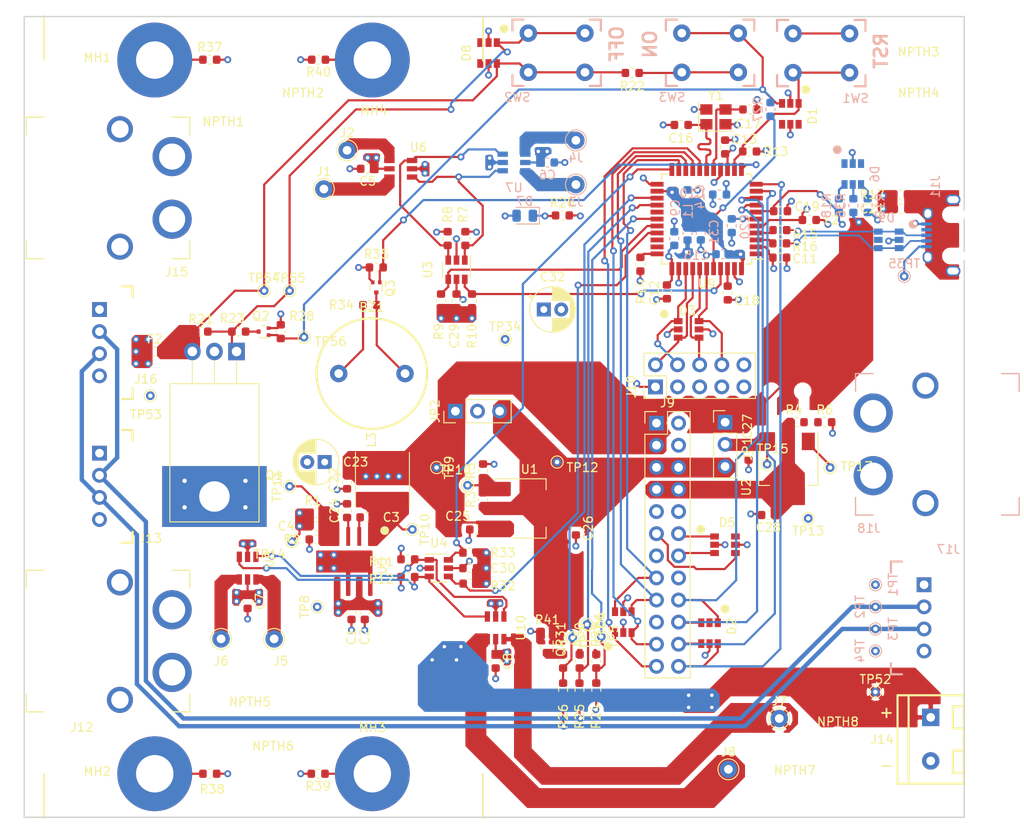
<source format=kicad_pcb>
(kicad_pcb (version 20171130) (host pcbnew 5.0.1)
  (layers (0 F.Cu signal) (1 In1.Cu signal) (2 In2.Cu signal) (31 B.Cu signal) (34 B.Paste user) (35 F.Paste user) (36 B.SilkS user) (37 F.SilkS user) (38 B.Mask user) (39 F.Mask user) (44 Edge.Cuts user))
  (net 0 "")
  (net 1 VDD_BAT)
  (net 2 "Net-(BZ1-Pad2)")
  (net 3 GND)
  (net 4 "Net-(C3-Pad2)")
  (net 5 "Net-(C3-Pad1)")
  (net 6 +5V)
  (net 7 "Net-(C4-Pad2)")
  (net 8 VDD_uC)
  (net 9 /microcontroller/uC_AVCC)
  (net 10 "Net-(C16-Pad1)")
  (net 11 "Net-(C17-Pad1)")
  (net 12 "Net-(C18-Pad1)")
  (net 13 /microcontroller/VBUS)
  (net 14 "Net-(C20-Pad1)")
  (net 15 "Net-(C21-Pad1)")
  (net 16 "Net-(C24-Pad1)")
  (net 17 +3V3)
  (net 18 "Net-(C27-Pad1)")
  (net 19 +1V8)
  (net 20 RST_TVS)
  (net 21 /microcontroller/uC_RSTn)
  (net 22 SPI_MOSI)
  (net 23 SPI_SSn)
  (net 24 SPI_MISO)
  (net 25 SPI_SCK)
  (net 26 JTAG_TCK)
  (net 27 JTAG_TDI)
  (net 28 JTAG_TMS)
  (net 29 JTAG_TDO)
  (net 30 USART_RX)
  (net 31 I2C_SCL)
  (net 32 USART_TX)
  (net 33 I2C_SDA)
  (net 34 PWM_4A)
  (net 35 PWM_4D)
  (net 36 PWM_3A)
  (net 37 /microcontroller/M_USB_D+)
  (net 38 "Net-(D6-Pad6)")
  (net 39 /microcontroller/M_USB_D-)
  (net 40 "Net-(D6-Pad4)")
  (net 41 "Net-(D6-Pad5)")
  (net 42 "Net-(D7-Pad1)")
  (net 43 "Net-(D8-Pad1)")
  (net 44 "Net-(D8-Pad6)")
  (net 45 "Net-(J1-Pad1)")
  (net 46 "Net-(J2-Pad1)")
  (net 47 "Net-(J3-Pad1)")
  (net 48 "Net-(J4-Pad1)")
  (net 49 "Net-(J5-Pad1)")
  (net 50 "Net-(J6-Pad1)")
  (net 51 "Net-(J7-Pad1)")
  (net 52 "Net-(J8-Pad1)")
  (net 53 /microcontroller/UGND)
  (net 54 /battery/TAP_2)
  (net 55 /battery/TAP_1)
  (net 56 /battery/TAP_0)
  (net 57 "Net-(MH1-Pad1)")
  (net 58 "Net-(MH2-Pad1)")
  (net 59 "Net-(MH3-Pad1)")
  (net 60 "Net-(MH4-Pad1)")
  (net 61 "Net-(Q2-Pad3)")
  (net 62 "Net-(Q3-Pad1)")
  (net 63 "Net-(R3-Pad2)")
  (net 64 "Net-(R4-Pad2)")
  (net 65 "Net-(R7-Pad1)")
  (net 66 "Net-(R8-Pad1)")
  (net 67 R_MOTOR)
  (net 68 R_DIR)
  (net 69 "Net-(R11-Pad1)")
  (net 70 "Net-(R12-Pad1)")
  (net 71 "Net-(R14-Pad2)")
  (net 72 /microcontroller/M_USB_IC+)
  (net 73 /microcontroller/M_USB_IC-)
  (net 74 "Net-(R22-Pad2)")
  (net 75 BAT_2)
  (net 76 BAT_1)
  (net 77 BAT_0)
  (net 78 RESETn)
  (net 79 L_MOTOR)
  (net 80 L_DIR)
  (net 81 "Net-(Q4-Pad3)")
  (module TestPoint:TestPoint_THTPad_D1.0mm_Drill0.5mm (layer F.Cu) (at 137.976 114.279 270)
    (fp_text reference TP7 (at 0 -1.448 270) (layer F.SilkS))
    (fp_text value PTH_0.5_mm)
    (pad 1 thru_hole circle (at 0 0 270) (size 1 1) (drill 0.5) (layers *.Cu *.Mask) (net 77 BAT_0))
  )
  (module Resistor_SMD:R_0603_1608Metric (layer F.Cu) (at 140.697053 120.266921 90)
    (fp_text reference R24 (at -3.048 -0.0255 90) (layer F.SilkS))
    (fp_text value CR0603-JW-103ELF)
    (pad 2 smd roundrect (at 0.7875 0 90) (size 0.875 0.95) (layers F.Cu F.Paste F.Mask) (net 75 BAT_2))
    (pad 1 smd roundrect (at -0.7875 0 90) (size 0.875 0.95) (layers F.Cu F.Paste F.Mask) (net 54 /battery/TAP_2))
  )
  (module Resistor_SMD:R_0603_1608Metric (layer F.Cu) (at 138.766553 120.27792 90)
    (fp_text reference R25 (at -3.037001 0.0255 90) (layer F.SilkS))
    (fp_text value CR0603-JW-103ELF)
    (pad 2 smd roundrect (at 0.7875 0 90) (size 0.875 0.95) (layers F.Cu F.Paste F.Mask) (net 76 BAT_1))
    (pad 1 smd roundrect (at -0.7875 0 90) (size 0.875 0.95) (layers F.Cu F.Paste F.Mask) (net 55 /battery/TAP_1))
  )
  (module Resistor_SMD:R_0603_1608Metric (layer F.Cu) (at 136.887053 120.27792 90)
    (fp_text reference R26 (at -3.037001 0.0255 90) (layer F.SilkS))
    (fp_text value CR0603-JW-103ELF)
    (pad 2 smd roundrect (at 0.7875 0 90) (size 0.875 0.95) (layers F.Cu F.Paste F.Mask) (net 77 BAT_0))
    (pad 1 smd roundrect (at -0.7875 0 90) (size 0.875 0.95) (layers F.Cu F.Paste F.Mask) (net 56 /battery/TAP_0))
  )
  (module Resistor_SMD:R_0603_1608Metric (layer F.Cu) (at 140.697053 116.964921 90)
    (fp_text reference R29 (at 3.048 0 90) (layer F.SilkS))
    (fp_text value RC0603JR-071KL)
    (pad 2 smd roundrect (at 0.7875 0 90) (size 0.875 0.95) (layers F.Cu F.Paste F.Mask) (net 81 "Net-(Q4-Pad3)"))
    (pad 1 smd roundrect (at -0.7875 0 90) (size 0.875 0.95) (layers F.Cu F.Paste F.Mask) (net 75 BAT_2))
  )
  (module Resistor_SMD:R_0603_1608Metric (layer F.Cu) (at 138.792053 116.964921 90)
    (fp_text reference R30 (at 3.048 0 90) (layer F.SilkS))
    (fp_text value RC0603JR-071KL)
    (pad 2 smd roundrect (at 0.7875 0 90) (size 0.875 0.95) (layers F.Cu F.Paste F.Mask) (net 81 "Net-(Q4-Pad3)"))
    (pad 1 smd roundrect (at -0.7875 0 90) (size 0.875 0.95) (layers F.Cu F.Paste F.Mask) (net 76 BAT_1))
  )
  (module Resistor_SMD:R_0603_1608Metric (layer F.Cu) (at 136.887053 116.964921 90)
    (fp_text reference R31 (at 3.048 -0.254 90) (layer F.SilkS))
    (fp_text value RC0603JR-071KL)
    (pad 2 smd roundrect (at 0.7875 0 90) (size 0.875 0.95) (layers F.Cu F.Paste F.Mask) (net 81 "Net-(Q4-Pad3)"))
    (pad 1 smd roundrect (at -0.7875 0 90) (size 0.875 0.95) (layers F.Cu F.Paste F.Mask) (net 77 BAT_0))
  )
  (module Package_TO_SOT_SMD:SOT-723 (layer F.Cu) (at 135.044044 115.369802 270)
    (fp_text reference Q4 (at 0.1 -1.6 270) (layer F.SilkS))
    (fp_text value SSM3K35AMFV)
    (pad 1 smd rect (at -0.575 -0.4 270) (size 0.45 0.4) (layers F.Cu F.Paste F.Mask) (net 17 +3V3))
    (pad 2 smd rect (at -0.575 0.4 270) (size 0.45 0.4) (layers F.Cu F.Paste F.Mask) (net 3 GND))
    (pad 3 smd rect (at 0.575 0 270) (size 0.45 0.5) (layers F.Cu F.Paste F.Mask) (net 81 "Net-(Q4-Pad3)"))
  )
  (module Resistor_SMD:R_0603_1608Metric (layer F.Cu) (at 135.080045 113.593801 180)
    (fp_text reference R41 (at 0 1.378001 180) (layer F.SilkS))
    (fp_text value CR0603-JW-103ELF)
    (pad 1 smd roundrect (at -0.7875 0 180) (size 0.875 0.95) (layers F.Cu F.Paste F.Mask) (net 17 +3V3))
    (pad 2 smd roundrect (at 0.7875 0 180) (size 0.875 0.95) (layers F.Cu F.Paste F.Mask) (net 3 GND))
  )
  (module Package_TO_SOT_SMD:SOT-23-6 (layer F.Cu) (at 124.641 71.988 270)
    (fp_text reference U3 (at 0 3.302 270) (layer F.SilkS))
    (fp_text value SGM3157YC6)
    (pad 5 smd rect (at 1.1 0 270) (size 1.06 0.65) (layers F.Cu F.Paste F.Mask) (net 8 VDD_uC))
    (pad 6 smd rect (at 1.1 -0.95 270) (size 1.06 0.65) (layers F.Cu F.Paste F.Mask) (net 68 R_DIR))
    (pad 4 smd rect (at 1.1 0.95 270) (size 1.06 0.65) (layers F.Cu F.Paste F.Mask) (net 67 R_MOTOR))
    (pad 3 smd rect (at -1.1 0.95 270) (size 1.06 0.65) (layers F.Cu F.Paste F.Mask) (net 66 "Net-(R8-Pad1)"))
    (pad 2 smd rect (at -1.1 0 270) (size 1.06 0.65) (layers F.Cu F.Paste F.Mask) (net 3 GND))
    (pad 1 smd rect (at -1.1 -0.95 270) (size 1.06 0.65) (layers F.Cu F.Paste F.Mask) (net 65 "Net-(R7-Pad1)"))
  )
  (module Capacitor_SMD:C_0603_1608Metric (layer F.Cu) (at 126.9525 101.833 180)
    (fp_text reference C25 (at 2.159 1.524 180) (layer F.SilkS))
    (fp_text value CL10B103KB8SFNC)
    (pad 2 smd roundrect (at 0.7875 0 180) (size 0.875 0.95) (layers F.Cu F.Paste F.Mask) (net 3 GND))
    (pad 1 smd roundrect (at -0.7875 0 180) (size 0.875 0.95) (layers F.Cu F.Paste F.Mask) (net 6 +5V))
  )
  (module TestPoint:TestPoint_THTPad_D1.0mm_Drill0.5mm (layer F.Cu) (at 136.198 94.086 270)
    (fp_text reference TP12 (at 0.635 -2.921) (layer F.SilkS))
    (fp_text value PTH_0.5_mm)
    (pad 1 thru_hole circle (at 0 0 270) (size 1 1) (drill 0.5) (layers *.Cu *.Mask) (net 17 +3V3))
  )
  (module Capacitor_SMD:C_0603_1608Metric (layer F.Cu) (at 138.357 101.6805 270)
    (fp_text reference C26 (at 0 -1.43 270) (layer F.SilkS))
    (fp_text value CL10B103KB8SFNC)
    (pad 2 smd roundrect (at 0.7875 0 270) (size 0.875 0.95) (layers F.Cu F.Paste F.Mask) (net 3 GND))
    (pad 1 smd roundrect (at -0.7875 0 270) (size 0.875 0.95) (layers F.Cu F.Paste F.Mask) (net 17 +3V3))
  )
  (module Resistor_SMD:R_0603_1608Metric (layer F.Cu) (at 127.689 95.102 90)
    (fp_text reference R5 (at 0 -1.43 90) (layer F.SilkS))
    (fp_text value RMCF0603FT7K50)
    (pad 2 smd roundrect (at 0.7875 0 90) (size 0.875 0.95) (layers F.Cu F.Paste F.Mask) (net 3 GND))
    (pad 1 smd roundrect (at -0.7875 0 90) (size 0.875 0.95) (layers F.Cu F.Paste F.Mask) (net 63 "Net-(R3-Pad2)"))
  )
  (module Resistor_SMD:R_0603_1608Metric (layer F.Cu) (at 127.689 98.404 90)
    (fp_text reference R3 (at 0 -1.43 90) (layer F.SilkS))
    (fp_text value RMCF0603FT4K70)
    (pad 2 smd roundrect (at 0.7875 0 90) (size 0.875 0.95) (layers F.Cu F.Paste F.Mask) (net 63 "Net-(R3-Pad2)"))
    (pad 1 smd roundrect (at -0.7875 0 90) (size 0.875 0.95) (layers F.Cu F.Paste F.Mask) (net 17 +3V3))
  )
  (module Package_TO_SOT_SMD:SOT-223 (layer F.Cu) (at 133.023 99.42)
    (fp_text reference U1 (at 0 -4.5) (layer F.SilkS))
    (fp_text value AZ2117)
    (pad 1 smd rect (at -3.15 -2.3) (size 2 1.5) (layers F.Cu F.Paste F.Mask) (net 63 "Net-(R3-Pad2)"))
    (pad 3 smd rect (at -3.15 2.3) (size 2 1.5) (layers F.Cu F.Paste F.Mask) (net 6 +5V))
    (pad 2 smd rect (at -3.15 0) (size 2 1.5) (layers F.Cu F.Paste F.Mask) (net 17 +3V3))
    (pad 4 smd rect (at 3.15 0) (size 2 3.8) (layers F.Cu F.Paste F.Mask) (net 17 +3V3))
  )
  (module TestPoint:TestPoint_THTPad_D1.0mm_Drill0.5mm (layer F.Cu) (at 167.567 94.721)
    (fp_text reference TP17 (at 3.048 -0.127) (layer F.SilkS))
    (fp_text value PTH_0.5_mm)
    (pad 1 thru_hole circle (at 0 0) (size 1 1) (drill 0.5) (layers *.Cu *.Mask) (net 64 "Net-(R4-Pad2)"))
  )
  (module custom:SOT-457 (layer F.Cu) (at 151.311 78.846)
    (fp_text reference D3 (at -0.127 -2.159) (layer F.SilkS))
    (fp_text value CM1293A-04SO)
    (pad 2 smd rect (at -1.2 0) (size 1 0.7) (layers F.Cu F.Paste F.Mask) (net 3 GND))
    (pad 5 smd rect (at 1.2 0) (size 1 0.7) (layers F.Cu F.Paste F.Mask) (net 8 VDD_uC))
    (pad 4 smd rect (at 1.2 0.95) (size 1 0.7) (layers F.Cu F.Paste F.Mask) (net 29 JTAG_TDO))
    (pad 3 smd rect (at -1.2 0.95) (size 1 0.7) (layers F.Cu F.Paste F.Mask) (net 28 JTAG_TMS))
    (pad 6 smd rect (at 1.2 -0.95) (size 1 0.7) (layers F.Cu F.Paste F.Mask) (net 27 JTAG_TDI))
    (pad 1 smd rect (at -1.2 -0.95) (size 1 0.7) (layers F.Cu F.Paste F.Mask) (net 26 JTAG_TCK))
  )
  (module Capacitor_SMD:C_0603_1608Metric (layer B.Cu) (at 154.867 63.352 180)
    (fp_text reference C10 (at 3.175 0.127 180) (layer B.SilkS) (effects (justify mirror)))
    (fp_text value CL10B105KA8NNNC)
    (pad 2 smd roundrect (at 0.7875 0 180) (size 0.875 0.95) (layers B.Cu B.Paste B.Mask) (net 3 GND))
    (pad 1 smd roundrect (at -0.7875 0 180) (size 0.875 0.95) (layers B.Cu B.Paste B.Mask) (net 8 VDD_uC))
  )
  (module Capacitor_SMD:C_0603_1608Metric (layer F.Cu) (at 112.576 111.3835 270)
    (fp_text reference C1 (at 2.7685 0 270) (layer F.SilkS))
    (fp_text value CL10B103KB8SFNC)
    (pad 2 smd roundrect (at 0.7875 0 270) (size 0.875 0.95) (layers F.Cu F.Paste F.Mask) (net 3 GND))
    (pad 1 smd roundrect (at -0.7875 0 270) (size 0.875 0.95) (layers F.Cu F.Paste F.Mask) (net 1 VDD_BAT))
  )
  (module Capacitor_SMD:C_0603_1608Metric (layer F.Cu) (at 114.1 111.3835 270)
    (fp_text reference C2 (at 2.7685 0 270) (layer F.SilkS))
    (fp_text value CL10B105KA8NNNC)
    (pad 2 smd roundrect (at 0.7875 0 270) (size 0.875 0.95) (layers F.Cu F.Paste F.Mask) (net 3 GND))
    (pad 1 smd roundrect (at -0.7875 0 270) (size 0.875 0.95) (layers F.Cu F.Paste F.Mask) (net 1 VDD_BAT))
  )
  (module Capacitor_SMD:C_0603_1608Metric (layer F.Cu) (at 114.354 100.436)
    (fp_text reference C3 (at 2.794 0) (layer F.SilkS))
    (fp_text value CL10B474KO8NNNC)
    (pad 2 smd roundrect (at 0.7875 0) (size 0.875 0.95) (layers F.Cu F.Paste F.Mask) (net 4 "Net-(C3-Pad2)"))
    (pad 1 smd roundrect (at -0.7875 0) (size 0.875 0.95) (layers F.Cu F.Paste F.Mask) (net 5 "Net-(C3-Pad1)"))
  )
  (module Capacitor_SMD:C_0603_1608Metric (layer F.Cu) (at 108.512 101.452)
    (fp_text reference C4 (at -3.429 0) (layer F.SilkS))
    (fp_text value C0603C180K5RACAUTO)
    (pad 2 smd roundrect (at 0.7875 0) (size 0.875 0.95) (layers F.Cu F.Paste F.Mask) (net 7 "Net-(C4-Pad2)"))
    (pad 1 smd roundrect (at -0.7875 0) (size 0.875 0.95) (layers F.Cu F.Paste F.Mask) (net 6 +5V))
  )
  (module Capacitor_SMD:C_0603_1608Metric (layer F.Cu) (at 114.422546 60.390295 180)
    (fp_text reference C5 (at 0 -1.43 180) (layer F.SilkS))
    (fp_text value CL10B105KA8NNNC)
    (pad 2 smd roundrect (at 0.7875 0 180) (size 0.875 0.95) (layers F.Cu F.Paste F.Mask) (net 3 GND))
    (pad 1 smd roundrect (at -0.7875 0 180) (size 0.875 0.95) (layers F.Cu F.Paste F.Mask) (net 1 VDD_BAT))
  )
  (module Capacitor_SMD:C_0603_1608Metric (layer B.Cu) (at 135.0805 59.669)
    (fp_text reference C6 (at 0 1.43) (layer B.SilkS) (effects (justify mirror)))
    (fp_text value CL10B105KA8NNNC)
    (pad 2 smd roundrect (at 0.7875 0) (size 0.875 0.95) (layers B.Cu B.Paste B.Mask) (net 3 GND))
    (pad 1 smd roundrect (at -0.7875 0) (size 0.875 0.95) (layers B.Cu B.Paste B.Mask) (net 1 VDD_BAT))
  )
  (module Capacitor_SMD:C_0603_1608Metric (layer F.Cu) (at 100.638 110.1135 270)
    (fp_text reference C7 (at 0 -1.43 270) (layer F.SilkS))
    (fp_text value CL10B105KA8NNNC)
    (pad 2 smd roundrect (at 0.7875 0 270) (size 0.875 0.95) (layers F.Cu F.Paste F.Mask) (net 3 GND))
    (pad 1 smd roundrect (at -0.7875 0 270) (size 0.875 0.95) (layers F.Cu F.Paste F.Mask) (net 1 VDD_BAT))
  )
  (module Capacitor_SMD:C_0603_1608Metric (layer F.Cu) (at 129.138808 116.970315 270)
    (fp_text reference C8 (at 0 -1.43 270) (layer F.SilkS))
    (fp_text value CL10B105KA8NNNC)
    (pad 1 smd roundrect (at -0.7875 0 270) (size 0.875 0.95) (layers F.Cu F.Paste F.Mask) (net 1 VDD_BAT))
    (pad 2 smd roundrect (at 0.7875 0 270) (size 0.875 0.95) (layers F.Cu F.Paste F.Mask) (net 3 GND))
  )
  (module Capacitor_SMD:C_0603_1608Metric (layer B.Cu) (at 149.66 68.4065 90)
    (fp_text reference C9 (at 3.5305 0.127 90) (layer B.SilkS) (effects (justify mirror)))
    (fp_text value CL10B103KB8SFNC)
    (pad 2 smd roundrect (at 0.7875 0 90) (size 0.875 0.95) (layers B.Cu B.Paste B.Mask) (net 3 GND))
    (pad 1 smd roundrect (at -0.7875 0 90) (size 0.875 0.95) (layers B.Cu B.Paste B.Mask) (net 8 VDD_uC))
  )
  (module Capacitor_SMD:C_0603_1608Metric (layer F.Cu) (at 161.770271 70.59566)
    (fp_text reference C11 (at 2.921 0.127) (layer F.SilkS))
    (fp_text value CL10B104KO8NNNC)
    (pad 2 smd roundrect (at 0.7875 0) (size 0.875 0.95) (layers F.Cu F.Paste F.Mask) (net 3 GND))
    (pad 1 smd roundrect (at -0.7875 0) (size 0.875 0.95) (layers F.Cu F.Paste F.Mask) (net 8 VDD_uC))
  )
  (module Capacitor_SMD:C_0603_1608Metric (layer F.Cu) (at 148.816271 74.53266 270)
    (fp_text reference C12 (at 0.12234 1.442271 270) (layer F.SilkS))
    (fp_text value CL10B104KO8NNNC)
    (pad 2 smd roundrect (at 0.7875 0 270) (size 0.875 0.95) (layers F.Cu F.Paste F.Mask) (net 3 GND))
    (pad 1 smd roundrect (at -0.7875 0 270) (size 0.875 0.95) (layers F.Cu F.Paste F.Mask) (net 8 VDD_uC))
  )
  (module Capacitor_SMD:C_0603_1608Metric (layer F.Cu) (at 155.502 57.891 90)
    (fp_text reference C13 (at 0.89366 2.240729 180) (layer F.SilkS))
    (fp_text value CL10B104KO8NNNC)
    (pad 2 smd roundrect (at 0.7875 0 90) (size 0.875 0.95) (layers F.Cu F.Paste F.Mask) (net 3 GND))
    (pad 1 smd roundrect (at -0.7875 0 90) (size 0.875 0.95) (layers F.Cu F.Paste F.Mask) (net 8 VDD_uC))
  )
  (module Capacitor_SMD:C_0603_1608Metric (layer B.Cu) (at 151.184 63.606 90)
    (fp_text reference C14 (at 0 1.43 90) (layer B.SilkS) (effects (justify mirror)))
    (fp_text value CL10B104KO8NNNC)
    (pad 2 smd roundrect (at 0.7875 0 90) (size 0.875 0.95) (layers B.Cu B.Paste B.Mask) (net 3 GND))
    (pad 1 smd roundrect (at -0.7875 0 90) (size 0.875 0.95) (layers B.Cu B.Paste B.Mask) (net 9 /microcontroller/uC_AVCC))
  )
  (module Capacitor_SMD:C_0603_1608Metric (layer B.Cu) (at 155.248 70.21 180)
    (fp_text reference C15 (at 3.048 -0.127 180) (layer B.SilkS) (effects (justify mirror)))
    (fp_text value CL10B104KO8NNNC)
    (pad 2 smd roundrect (at 0.7875 0 180) (size 0.875 0.95) (layers B.Cu B.Paste B.Mask) (net 3 GND))
    (pad 1 smd roundrect (at -0.7875 0 180) (size 0.875 0.95) (layers B.Cu B.Paste B.Mask) (net 9 /microcontroller/uC_AVCC))
  )
  (module Capacitor_SMD:C_0603_1608Metric (layer F.Cu) (at 150.467271 55.35566 180)
    (fp_text reference C16 (at 0.045271 -1.51934 180) (layer F.SilkS))
    (fp_text value C0603C180K5RACAUTO)
    (pad 2 smd roundrect (at 0.7875 0 180) (size 0.875 0.95) (layers F.Cu F.Paste F.Mask) (net 3 GND))
    (pad 1 smd roundrect (at -0.7875 0 180) (size 0.875 0.95) (layers F.Cu F.Paste F.Mask) (net 10 "Net-(C16-Pad1)"))
  )
  (module Capacitor_SMD:C_0603_1608Metric (layer F.Cu) (at 158.341271 53.57766)
    (fp_text reference C17 (at -0.172271 1.64634) (layer F.SilkS))
    (fp_text value C0603C180K5RACAUTO)
    (pad 2 smd roundrect (at 0.7875 0) (size 0.875 0.95) (layers F.Cu F.Paste F.Mask) (net 3 GND))
    (pad 1 smd roundrect (at -0.7875 0) (size 0.875 0.95) (layers F.Cu F.Paste F.Mask) (net 11 "Net-(C17-Pad1)"))
  )
  (module Capacitor_SMD:C_0603_1608Metric (layer F.Cu) (at 155.801271 74.65966 270)
    (fp_text reference C18 (at 0.88434 -2.240729) (layer F.SilkS))
    (fp_text value CL10B104KO8NNNC)
    (pad 2 smd roundrect (at 0.7875 0 270) (size 0.875 0.95) (layers F.Cu F.Paste F.Mask) (net 3 GND))
    (pad 1 smd roundrect (at -0.7875 0 270) (size 0.875 0.95) (layers F.Cu F.Paste F.Mask) (net 12 "Net-(C18-Pad1)"))
  )
  (module Capacitor_SMD:C_0603_1608Metric (layer F.Cu) (at 161.871771 65.26166)
    (fp_text reference C19 (at 3.048 -0.508) (layer F.SilkS))
    (fp_text value CL10B105KA8NNNC)
    (pad 2 smd roundrect (at 0.7875 0) (size 0.875 0.95) (layers F.Cu F.Paste F.Mask) (net 3 GND))
    (pad 1 smd roundrect (at -0.7875 0) (size 0.875 0.95) (layers F.Cu F.Paste F.Mask) (net 13 /microcontroller/VBUS))
  )
  (module Capacitor_SMD:C_0603_1608Metric (layer B.Cu) (at 156.264 66.9335 270)
    (fp_text reference C20 (at 0.127 -1.524 270) (layer B.SilkS) (effects (justify mirror)))
    (fp_text value CL10B105KA8NNNC)
    (pad 2 smd roundrect (at 0.7875 0 270) (size 0.875 0.95) (layers B.Cu B.Paste B.Mask) (net 3 GND))
    (pad 1 smd roundrect (at -0.7875 0 270) (size 0.875 0.95) (layers B.Cu B.Paste B.Mask) (net 14 "Net-(C20-Pad1)"))
  )
  (module Capacitor_SMD:C_0603_1608Metric (layer F.Cu) (at 175.724509 64.99009 180)
    (fp_text reference C21 (at 3.302 0 180) (layer F.SilkS))
    (fp_text value CL10B105KA8NNNC)
    (pad 2 smd roundrect (at 0.7875 0 180) (size 0.875 0.95) (layers F.Cu F.Paste F.Mask) (net 3 GND))
    (pad 1 smd roundrect (at -0.7875 0 180) (size 0.875 0.95) (layers F.Cu F.Paste F.Mask) (net 15 "Net-(C21-Pad1)"))
  )
  (module Capacitor_SMD:C_0603_1608Metric (layer F.Cu) (at 112.068 96.372 270)
    (fp_text reference C22 (at -0.254 1.524 270) (layer F.SilkS))
    (fp_text value CL10B105KA8NNNC)
    (pad 2 smd roundrect (at 0.7875 0 270) (size 0.875 0.95) (layers F.Cu F.Paste F.Mask) (net 3 GND))
    (pad 1 smd roundrect (at -0.7875 0 270) (size 0.875 0.95) (layers F.Cu F.Paste F.Mask) (net 6 +5V))
  )
  (module Capacitor_THT:CP_Radial_D5.0mm_P2.00mm (layer F.Cu) (at 109.496 94.086 180)
    (fp_text reference C23 (at -3.556 0 180) (layer F.SilkS))
    (fp_text value ESH336M035AC3AA)
    (pad 2 thru_hole circle (at 2 0 180) (size 1.6 1.6) (drill 0.8) (layers *.Cu *.Mask) (net 3 GND))
    (pad 1 thru_hole rect (at 0 0 180) (size 1.6 1.6) (drill 0.8) (layers *.Cu *.Mask) (net 6 +5V))
  )
  (module Capacitor_SMD:C_0603_1608Metric (layer F.Cu) (at 112.068 99.674 90)
    (fp_text reference C24 (at 0 -1.43 90) (layer F.SilkS))
    (fp_text value GRM188R61E225KA12D)
    (pad 2 smd roundrect (at 0.7875 0 90) (size 0.875 0.95) (layers F.Cu F.Paste F.Mask) (net 3 GND))
    (pad 1 smd roundrect (at -0.7875 0 90) (size 0.875 0.95) (layers F.Cu F.Paste F.Mask) (net 16 "Net-(C24-Pad1)"))
  )
  (module Capacitor_SMD:C_0603_1608Metric (layer F.Cu) (at 158.193653 93.064564 270)
    (fp_text reference C27 (at -3.0735 0.127 270) (layer F.SilkS))
    (fp_text value CL10B103KB8SFNC)
    (pad 2 smd roundrect (at 0.7875 0 270) (size 0.875 0.95) (layers F.Cu F.Paste F.Mask) (net 3 GND))
    (pad 1 smd roundrect (at -0.7875 0 270) (size 0.875 0.95) (layers F.Cu F.Paste F.Mask) (net 18 "Net-(C27-Pad1)"))
  )
  (module Capacitor_SMD:C_0603_1608Metric (layer F.Cu) (at 160.479653 100.176564 180)
    (fp_text reference C28 (at 0 -1.43 180) (layer F.SilkS))
    (fp_text value CL10B103KB8SFNC)
    (pad 2 smd roundrect (at 0.7875 0 180) (size 0.875 0.95) (layers F.Cu F.Paste F.Mask) (net 3 GND))
    (pad 1 smd roundrect (at -0.7875 0 180) (size 0.875 0.95) (layers F.Cu F.Paste F.Mask) (net 19 +1V8))
  )
  (module Capacitor_SMD:C_0603_1608Metric (layer F.Cu) (at 124.641 75.5695 270)
    (fp_text reference C29 (at 4.0385 0.254 270) (layer F.SilkS))
    (fp_text value CL10B105KA8NNNC)
    (pad 2 smd roundrect (at 0.7875 0 270) (size 0.875 0.95) (layers F.Cu F.Paste F.Mask) (net 3 GND))
    (pad 1 smd roundrect (at -0.7875 0 270) (size 0.875 0.95) (layers F.Cu F.Paste F.Mask) (net 8 VDD_uC))
  )
  (module Capacitor_SMD:C_0603_1608Metric (layer F.Cu) (at 126.165 106.278)
    (fp_text reference C30 (at 3.81 0) (layer F.SilkS))
    (fp_text value CL10B105KA8NNNC)
    (pad 2 smd roundrect (at 0.7875 0) (size 0.875 0.95) (layers F.Cu F.Paste F.Mask) (net 3 GND))
    (pad 1 smd roundrect (at -0.7875 0) (size 0.875 0.95) (layers F.Cu F.Paste F.Mask) (net 8 VDD_uC))
  )
  (module Capacitor_SMD:C_0603_1608Metric (layer B.Cu) (at 152.708 67.77616 270)
    (fp_text reference C31 (at -0.1015 -1.524 270) (layer B.SilkS) (effects (justify mirror)))
    (fp_text value CL10B105KA8NNNC)
    (pad 2 smd roundrect (at 0.7875 0 270) (size 0.875 0.95) (layers B.Cu B.Paste B.Mask) (net 3 GND))
    (pad 1 smd roundrect (at -0.7875 0 270) (size 0.875 0.95) (layers B.Cu B.Paste B.Mask) (net 9 /microcontroller/uC_AVCC))
  )
  (module custom:SOT-457 (layer F.Cu) (at 162.995 54.081 270)
    (fp_text reference D1 (at 0.254 -2.54 270) (layer F.SilkS))
    (fp_text value CM1293A-04SO)
    (pad 2 smd rect (at -1.2 0 270) (size 1 0.7) (layers F.Cu F.Paste F.Mask) (net 3 GND))
    (pad 5 smd rect (at 1.2 0 270) (size 1 0.7) (layers F.Cu F.Paste F.Mask) (net 8 VDD_uC))
    (pad 4 smd rect (at 1.2 0.95 270) (size 1 0.7) (layers F.Cu F.Paste F.Mask))
    (pad 3 smd rect (at -1.2 0.95 270) (size 1 0.7) (layers F.Cu F.Paste F.Mask) (net 20 RST_TVS))
    (pad 6 smd rect (at 1.2 -0.95 270) (size 1 0.7) (layers F.Cu F.Paste F.Mask))
    (pad 1 smd rect (at -1.2 -0.95 270) (size 1 0.7) (layers F.Cu F.Paste F.Mask) (net 21 /microcontroller/uC_RSTn))
  )
  (module custom:SOT-457 (layer F.Cu) (at 153.710907 113.748219 270)
    (fp_text reference D2 (at -0.762 -2.54 270) (layer F.SilkS))
    (fp_text value CM1293A-04SO)
    (pad 2 smd rect (at -1.2 0 270) (size 1 0.7) (layers F.Cu F.Paste F.Mask) (net 3 GND))
    (pad 5 smd rect (at 1.2 0 270) (size 1 0.7) (layers F.Cu F.Paste F.Mask) (net 8 VDD_uC))
    (pad 4 smd rect (at 1.2 0.95 270) (size 1 0.7) (layers F.Cu F.Paste F.Mask) (net 22 SPI_MOSI))
    (pad 3 smd rect (at -1.2 0.95 270) (size 1 0.7) (layers F.Cu F.Paste F.Mask) (net 25 SPI_SCK))
    (pad 6 smd rect (at 1.2 -0.95 270) (size 1 0.7) (layers F.Cu F.Paste F.Mask) (net 24 SPI_MISO))
    (pad 1 smd rect (at -1.2 -0.95 270) (size 1 0.7) (layers F.Cu F.Paste F.Mask) (net 23 SPI_SSn))
  )
  (module custom:SOT-457 (layer F.Cu) (at 143.804907 112.478219 90)
    (fp_text reference D4 (at 0.254 -2.54 90) (layer F.SilkS))
    (fp_text value CM1293A-04SO)
    (pad 2 smd rect (at -1.2 0 90) (size 1 0.7) (layers F.Cu F.Paste F.Mask) (net 3 GND))
    (pad 5 smd rect (at 1.2 0 90) (size 1 0.7) (layers F.Cu F.Paste F.Mask) (net 8 VDD_uC))
    (pad 4 smd rect (at 1.2 0.95 90) (size 1 0.7) (layers F.Cu F.Paste F.Mask) (net 30 USART_RX))
    (pad 3 smd rect (at -1.2 0.95 90) (size 1 0.7) (layers F.Cu F.Paste F.Mask) (net 33 I2C_SDA))
    (pad 6 smd rect (at 1.2 -0.95 90) (size 1 0.7) (layers F.Cu F.Paste F.Mask) (net 32 USART_TX))
    (pad 1 smd rect (at -1.2 -0.95 90) (size 1 0.7) (layers F.Cu F.Paste F.Mask) (net 31 I2C_SCL))
  )
  (module custom:SOT-457 (layer F.Cu) (at 155.488907 103.588219)
    (fp_text reference D5 (at 0.254 -2.54) (layer F.SilkS))
    (fp_text value CM1293A-04SO)
    (pad 2 smd rect (at -1.2 0) (size 1 0.7) (layers F.Cu F.Paste F.Mask) (net 3 GND))
    (pad 5 smd rect (at 1.2 0) (size 1 0.7) (layers F.Cu F.Paste F.Mask) (net 8 VDD_uC))
    (pad 4 smd rect (at 1.2 0.95) (size 1 0.7) (layers F.Cu F.Paste F.Mask) (net 36 PWM_3A))
    (pad 3 smd rect (at -1.2 0.95) (size 1 0.7) (layers F.Cu F.Paste F.Mask) (net 35 PWM_4D))
    (pad 6 smd rect (at 1.2 -0.95) (size 1 0.7) (layers F.Cu F.Paste F.Mask))
    (pad 1 smd rect (at -1.2 -0.95) (size 1 0.7) (layers F.Cu F.Paste F.Mask) (net 34 PWM_4A))
  )
  (module custom:SOT-457 (layer B.Cu) (at 170.168 60.996 270)
    (fp_text reference D6 (at 0 -2.54 270) (layer B.SilkS) (effects (justify mirror)))
    (fp_text value CM1293A-04SO)
    (pad 2 smd rect (at -1.2 0 270) (size 1 0.7) (layers B.Cu B.Paste B.Mask) (net 3 GND))
    (pad 5 smd rect (at 1.2 0 270) (size 1 0.7) (layers B.Cu B.Paste B.Mask) (net 41 "Net-(D6-Pad5)"))
    (pad 4 smd rect (at 1.2 -0.95 270) (size 1 0.7) (layers B.Cu B.Paste B.Mask) (net 40 "Net-(D6-Pad4)"))
    (pad 3 smd rect (at -1.2 -0.95 270) (size 1 0.7) (layers B.Cu B.Paste B.Mask))
    (pad 6 smd rect (at 1.2 0.95 270) (size 1 0.7) (layers B.Cu B.Paste B.Mask) (net 38 "Net-(D6-Pad6)"))
    (pad 1 smd rect (at -1.2 0.95 270) (size 1 0.7) (layers B.Cu B.Paste B.Mask))
  )
  (module Diode_SMD:D_0805_2012Metric (layer B.Cu) (at 132.477321 65.778951 180)
    (fp_text reference D7 (at 0 1.65 180) (layer B.SilkS) (effects (justify mirror)))
    (fp_text value LED_GENERIC_0805)
    (pad 2 smd roundrect (at 0.9375 0 180) (size 0.975 1.4) (layers B.Cu B.Paste B.Mask) (net 1 VDD_BAT))
    (pad 1 smd roundrect (at -0.9375 0 180) (size 0.975 1.4) (layers B.Cu B.Paste B.Mask) (net 42 "Net-(D7-Pad1)"))
  )
  (module custom:SOT-457 (layer F.Cu) (at 128.324 47.096 270)
    (fp_text reference D8 (at 0 2.54 270) (layer F.SilkS))
    (fp_text value SMS12T1G)
    (pad 2 smd rect (at -1.2 0 270) (size 1 0.7) (layers F.Cu F.Paste F.Mask) (net 3 GND))
    (pad 5 smd rect (at 1.2 0 270) (size 1 0.7) (layers F.Cu F.Paste F.Mask) (net 3 GND))
    (pad 4 smd rect (at 1.2 0.95 270) (size 1 0.7) (layers F.Cu F.Paste F.Mask))
    (pad 3 smd rect (at -1.2 0.95 270) (size 1 0.7) (layers F.Cu F.Paste F.Mask))
    (pad 6 smd rect (at 1.2 -0.95 270) (size 1 0.7) (layers F.Cu F.Paste F.Mask) (net 44 "Net-(D8-Pad6)"))
    (pad 1 smd rect (at -1.2 -0.95 270) (size 1 0.7) (layers F.Cu F.Paste F.Mask) (net 43 "Net-(D8-Pad1)"))
  )
  (module Fuse:Fuse_0603_1608Metric (layer F.Cu) (at 89.9445 81.386)
    (fp_text reference F2 (at 0 -1.43) (layer F.SilkS))
    (fp_text value ERB-RE4R00V)
    (pad 2 smd roundrect (at 0.7875 0) (size 0.875 0.95) (layers F.Cu F.Paste F.Mask) (net 44 "Net-(D8-Pad6)"))
    (pad 1 smd roundrect (at -0.7875 0) (size 0.875 0.95) (layers F.Cu F.Paste F.Mask) (net 54 /battery/TAP_2))
  )
  (module TestPoint:TestPoint_THTPad_D2.0mm_Drill1.0mm (layer F.Cu) (at 109.401 62.717)
    (fp_text reference J1 (at 0 -1.998) (layer F.SilkS))
    (fp_text value PTH_1_mm)
    (pad 1 thru_hole circle (at 0 0) (size 2 2) (drill 1) (layers *.Cu *.Mask) (net 45 "Net-(J1-Pad1)"))
  )
  (module TestPoint:TestPoint_THTPad_D2.0mm_Drill1.0mm (layer F.Cu) (at 112.068 58.272)
    (fp_text reference J2 (at 0 -1.998) (layer F.SilkS))
    (fp_text value PTH_1_mm)
    (pad 1 thru_hole circle (at 0 0) (size 2 2) (drill 1) (layers *.Cu *.Mask) (net 46 "Net-(J2-Pad1)"))
  )
  (module TestPoint:TestPoint_THTPad_D2.0mm_Drill1.0mm (layer B.Cu) (at 138.357 62.209)
    (fp_text reference J3 (at 0 1.998) (layer B.SilkS) (effects (justify mirror)))
    (fp_text value PTH_1_mm)
    (pad 1 thru_hole circle (at 0 0) (size 2 2) (drill 1) (layers *.Cu *.Mask) (net 47 "Net-(J3-Pad1)"))
  )
  (module TestPoint:TestPoint_THTPad_D2.0mm_Drill1.0mm (layer B.Cu) (at 138.357 57.129)
    (fp_text reference J4 (at 0 1.998) (layer B.SilkS) (effects (justify mirror)))
    (fp_text value PTH_1_mm)
    (pad 1 thru_hole circle (at 0 0) (size 2 2) (drill 1) (layers *.Cu *.Mask) (net 48 "Net-(J4-Pad1)"))
  )
  (module TestPoint:TestPoint_THTPad_D2.0mm_Drill1.0mm (layer F.Cu) (at 103.686 114.406)
    (fp_text reference J5 (at 0.762 2.54) (layer F.SilkS))
    (fp_text value PTH_1_mm)
    (pad 1 thru_hole circle (at 0 0) (size 2 2) (drill 1) (layers *.Cu *.Mask) (net 49 "Net-(J5-Pad1)"))
  )
  (module TestPoint:TestPoint_THTPad_D2.0mm_Drill1.0mm (layer F.Cu) (at 97.59 114.406)
    (fp_text reference J6 (at 0 2.54) (layer F.SilkS))
    (fp_text value PTH_1_mm)
    (pad 1 thru_hole circle (at 0 0) (size 2 2) (drill 1) (layers *.Cu *.Mask) (net 50 "Net-(J6-Pad1)"))
  )
  (module TestPoint:TestPoint_THTPad_D2.0mm_Drill1.0mm (layer F.Cu) (at 161.725 123.55)
    (fp_text reference J7 (at 0 -1.998) (layer F.SilkS))
    (fp_text value PTH_1_mm)
    (pad 1 thru_hole circle (at 0 0) (size 2 2) (drill 1) (layers *.Cu *.Mask) (net 51 "Net-(J7-Pad1)"))
  )
  (module TestPoint:TestPoint_THTPad_D2.0mm_Drill1.0mm (layer F.Cu) (at 155.883 129.392)
    (fp_text reference J8 (at 0 -1.998) (layer F.SilkS))
    (fp_text value PTH_1_mm)
    (pad 1 thru_hole circle (at 0 0) (size 2 2) (drill 1) (layers *.Cu *.Mask) (net 52 "Net-(J8-Pad1)"))
  )
  (module Connector_PinHeader_2.54mm:PinHeader_2x12_P2.54mm_Vertical (layer F.Cu) (at 147.614907 89.618219)
    (fp_text reference J9 (at 1.27 -2.33) (layer F.SilkS))
    (fp_text value Conn_02x12_Odd_Even)
    (pad 24 thru_hole oval (at 2.54 27.94) (size 1.7 1.7) (drill 1) (layers *.Cu *.Mask) (net 24 SPI_MISO))
    (pad 23 thru_hole oval (at 0 27.94) (size 1.7 1.7) (drill 1) (layers *.Cu *.Mask) (net 31 I2C_SCL))
    (pad 22 thru_hole oval (at 2.54 25.4) (size 1.7 1.7) (drill 1) (layers *.Cu *.Mask) (net 22 SPI_MOSI))
    (pad 21 thru_hole oval (at 0 25.4) (size 1.7 1.7) (drill 1) (layers *.Cu *.Mask) (net 33 I2C_SDA))
    (pad 20 thru_hole oval (at 2.54 22.86) (size 1.7 1.7) (drill 1) (layers *.Cu *.Mask) (net 25 SPI_SCK))
    (pad 19 thru_hole oval (at 0 22.86) (size 1.7 1.7) (drill 1) (layers *.Cu *.Mask) (net 3 GND))
    (pad 18 thru_hole oval (at 2.54 20.32) (size 1.7 1.7) (drill 1) (layers *.Cu *.Mask) (net 23 SPI_SSn))
    (pad 17 thru_hole oval (at 0 20.32) (size 1.7 1.7) (drill 1) (layers *.Cu *.Mask) (net 30 USART_RX))
    (pad 16 thru_hole oval (at 2.54 17.78) (size 1.7 1.7) (drill 1) (layers *.Cu *.Mask) (net 3 GND))
    (pad 15 thru_hole oval (at 0 17.78) (size 1.7 1.7) (drill 1) (layers *.Cu *.Mask) (net 32 USART_TX))
    (pad 14 thru_hole oval (at 2.54 15.24) (size 1.7 1.7) (drill 1) (layers *.Cu *.Mask) (net 35 PWM_4D))
    (pad 13 thru_hole oval (at 0 15.24) (size 1.7 1.7) (drill 1) (layers *.Cu *.Mask) (net 3 GND))
    (pad 12 thru_hole oval (at 2.54 12.7) (size 1.7 1.7) (drill 1) (layers *.Cu *.Mask) (net 34 PWM_4A))
    (pad 11 thru_hole oval (at 0 12.7) (size 1.7 1.7) (drill 1) (layers *.Cu *.Mask) (net 36 PWM_3A))
    (pad 10 thru_hole oval (at 2.54 10.16) (size 1.7 1.7) (drill 1) (layers *.Cu *.Mask) (net 3 GND))
    (pad 9 thru_hole oval (at 0 10.16) (size 1.7 1.7) (drill 1) (layers *.Cu *.Mask) (net 3 GND))
    (pad 8 thru_hole oval (at 2.54 7.62) (size 1.7 1.7) (drill 1) (layers *.Cu *.Mask) (net 19 +1V8))
    (pad 7 thru_hole oval (at 0 7.62) (size 1.7 1.7) (drill 1) (layers *.Cu *.Mask) (net 19 +1V8))
    (pad 6 thru_hole oval (at 2.54 5.08) (size 1.7 1.7) (drill 1) (layers *.Cu *.Mask) (net 17 +3V3))
    (pad 5 thru_hole oval (at 0 5.08) (size 1.7 1.7) (drill 1) (layers *.Cu *.Mask) (net 17 +3V3))
    (pad 4 thru_hole oval (at 2.54 2.54) (size 1.7 1.7) (drill 1) (layers *.Cu *.Mask) (net 3 GND))
    (pad 3 thru_hole oval (at 0 2.54) (size 1.7 1.7) (drill 1) (layers *.Cu *.Mask) (net 6 +5V))
    (pad 2 thru_hole oval (at 2.54 0) (size 1.7 1.7) (drill 1) (layers *.Cu *.Mask) (net 3 GND))
    (pad 1 thru_hole rect (at 0 0) (size 1.7 1.7) (drill 1) (layers *.Cu *.Mask) (net 6 +5V))
  )
  (module Connector_PinHeader_2.54mm:PinHeader_2x05_P2.54mm_Vertical (layer F.Cu) (at 147.501 85.45 90)
    (fp_text reference J10 (at 0 -2.794 90) (layer F.SilkS))
    (fp_text value Conn_02x05_Odd_Even)
    (pad 10 thru_hole oval (at 2.54 10.16 90) (size 1.7 1.7) (drill 1) (layers *.Cu *.Mask) (net 21 /microcontroller/uC_RSTn))
    (pad 9 thru_hole oval (at 0 10.16 90) (size 1.7 1.7) (drill 1) (layers *.Cu *.Mask) (net 3 GND))
    (pad 8 thru_hole oval (at 2.54 7.62 90) (size 1.7 1.7) (drill 1) (layers *.Cu *.Mask) (net 27 JTAG_TDI))
    (pad 7 thru_hole oval (at 0 7.62 90) (size 1.7 1.7) (drill 1) (layers *.Cu *.Mask))
    (pad 6 thru_hole oval (at 2.54 5.08 90) (size 1.7 1.7) (drill 1) (layers *.Cu *.Mask) (net 29 JTAG_TDO))
    (pad 5 thru_hole oval (at 0 5.08 90) (size 1.7 1.7) (drill 1) (layers *.Cu *.Mask) (net 3 GND))
    (pad 4 thru_hole oval (at 2.54 2.54 90) (size 1.7 1.7) (drill 1) (layers *.Cu *.Mask) (net 26 JTAG_TCK))
    (pad 3 thru_hole oval (at 0 2.54 90) (size 1.7 1.7) (drill 1) (layers *.Cu *.Mask) (net 3 GND))
    (pad 2 thru_hole oval (at 2.54 0 90) (size 1.7 1.7) (drill 1) (layers *.Cu *.Mask) (net 28 JTAG_TMS))
    (pad 1 thru_hole rect (at 0 0 90) (size 1.7 1.7) (drill 1) (layers *.Cu *.Mask) (net 8 VDD_uC))
  )
  (module custom:DX4R105JJCR1800‎_MICRO_USB_B_CONNECTOR (layer B.Cu) (at 178.645509 68.03809 90)
    (fp_text reference J11 (at 5.588 1.016 90) (layer B.SilkS) (effects (justify mirror)))
    (fp_text value DX4R105JJCR1800)
    (pad 1 smd rect (at -1.3 0 90) (size 0.4 1.2) (layers B.Cu B.Paste B.Mask) (net 13 /microcontroller/VBUS))
    (pad 2 smd rect (at -0.65 0 90) (size 0.4 1.2) (layers B.Cu B.Paste B.Mask) (net 39 /microcontroller/M_USB_D-))
    (pad 3 smd rect (at 0 0 90) (size 0.4 1.2) (layers B.Cu B.Paste B.Mask) (net 37 /microcontroller/M_USB_D+))
    (pad 4 smd rect (at 0.65 0 90) (size 0.4 1.2) (layers B.Cu B.Paste B.Mask))
    (pad 5 smd rect (at 1.3 0 90) (size 0.4 1.2) (layers B.Cu B.Paste B.Mask) (net 53 /microcontroller/UGND))
    (pad 6 thru_hole oval (at -2.5 0.15 90) (size 1.4 1.2) (drill oval 1 0.8) (layers *.Cu *.Mask) (net 15 "Net-(C21-Pad1)"))
    (pad 6 thru_hole oval (at 2.5 0.15 90) (size 1.4 1.2) (drill oval 1 0.8) (layers *.Cu *.Mask) (net 15 "Net-(C21-Pad1)"))
    (pad 6 thru_hole oval (at -4.1 3.05 90) (size 1.2 1.7) (drill oval 0.8 1.3) (layers *.Cu *.Mask) (net 15 "Net-(C21-Pad1)"))
    (pad 6 thru_hole oval (at 4.099999 3.05 90) (size 1.2 1.7) (drill oval 0.8 1.3) (layers *.Cu *.Mask) (net 15 "Net-(C21-Pad1)"))
    (pad "" np_thru_hole oval (at -2.375 3.9 90) (size 0.9 3.2) (drill oval 0.9 3.2) (layers *.Cu *.Mask))
    (pad "" np_thru_hole oval (at 2.375 3.9 90) (size 0.9 3.2) (drill oval 0.9 3.2) (layers *.Cu *.Mask))
  )
  (module custom:XT60PW (layer F.Cu) (at 91.97 114.66 180)
    (fp_text reference J12 (at 10.382 -9.906 180) (layer F.SilkS))
    (fp_text value XT60_RA_MALE)
    (pad 2 thru_hole circle (at 0 3.6 180) (size 4.5 4.5) (drill 3) (layers *.Cu *.Mask) (net 54 /battery/TAP_2))
    (pad 1 thru_hole circle (at 0 -3.6 180) (size 4.5 4.5) (drill 3) (layers *.Cu *.Mask) (net 3 GND))
    (pad "" thru_hole circle (at 6 6.75 180) (size 3 3) (drill 2) (layers *.Cu *.Mask))
    (pad "" thru_hole circle (at 6 -6.75 180) (size 3 3) (drill 2) (layers *.Cu *.Mask))
  )
  (module custom:TERMINAL_BLOCK_1x2 (layer F.Cu) (at 179.124 125.963 270)
    (fp_text reference J14 (at 0 5.588) (layer F.SilkS))
    (fp_text value NP_Screw_Terminal_01x02)
    (pad 2 thru_hole circle (at 2.46 0 270) (size 2 2) (drill 1) (layers *.Cu *.Mask) (net 3 GND))
    (pad 1 thru_hole rect (at -2.54 0 270) (size 2 2) (drill 1) (layers *.Cu *.Mask) (net 1 VDD_BAT))
  )
  (module custom:XT60PW (layer F.Cu) (at 91.97 62.59 180)
    (fp_text reference J15 (at -0.508 -9.652 180) (layer F.SilkS))
    (fp_text value XT60_RA_MALE)
    (pad 2 thru_hole circle (at 0 3.6 180) (size 4.5 4.5) (drill 3) (layers *.Cu *.Mask) (net 54 /battery/TAP_2))
    (pad 1 thru_hole circle (at 0 -3.6 180) (size 4.5 4.5) (drill 3) (layers *.Cu *.Mask) (net 3 GND))
    (pad "" thru_hole circle (at 6 6.75 180) (size 3 3) (drill 2) (layers *.Cu *.Mask))
    (pad "" thru_hole circle (at 6 -6.75 180) (size 3 3) (drill 2) (layers *.Cu *.Mask))
  )
  (module custom:XT60PW (layer B.Cu) (at 172.52 92.054)
    (fp_text reference J18 (at -0.508 9.652) (layer B.SilkS) (effects (justify mirror)))
    (fp_text value XT60_RA_FEMALE)
    (pad 2 thru_hole circle (at 0 -3.6) (size 4.5 4.5) (drill 3) (layers *.Cu *.Mask) (net 3 GND))
    (pad 1 thru_hole circle (at 0 3.6) (size 4.5 4.5) (drill 3) (layers *.Cu *.Mask) (net 54 /battery/TAP_2))
    (pad "" thru_hole circle (at 6 -6.75) (size 3 3) (drill 2) (layers *.Cu *.Mask))
    (pad "" thru_hole circle (at 6 6.75) (size 3 3) (drill 2) (layers *.Cu *.Mask))
  )
  (module Connector_PinHeader_2.54mm:PinHeader_1x03_P2.54mm_Vertical (layer F.Cu) (at 155.502 89.514)
    (fp_text reference JP1 (at 2.54 3.048 90) (layer F.SilkS))
    (fp_text value Jumper_3_Bridged12)
    (pad 3 thru_hole oval (at 0 5.08) (size 1.7 1.7) (drill 1) (layers *.Cu *.Mask) (net 17 +3V3))
    (pad 2 thru_hole oval (at 0 2.54) (size 1.7 1.7) (drill 1) (layers *.Cu *.Mask) (net 18 "Net-(C27-Pad1)"))
    (pad 1 thru_hole rect (at 0 0) (size 1.7 1.7) (drill 1) (layers *.Cu *.Mask) (net 6 +5V))
  )
  (module Connector_PinHeader_2.54mm:PinHeader_1x03_P2.54mm_Vertical (layer F.Cu) (at 124.514 88.244 90)
    (fp_text reference JP2 (at 0 -2.33 90) (layer F.SilkS))
    (fp_text value Jumper_3_Bridged12)
    (pad 3 thru_hole oval (at 0 5.08 90) (size 1.7 1.7) (drill 1) (layers *.Cu *.Mask) (net 17 +3V3))
    (pad 2 thru_hole oval (at 0 2.54 90) (size 1.7 1.7) (drill 1) (layers *.Cu *.Mask) (net 8 VDD_uC))
    (pad 1 thru_hole rect (at 0 0 90) (size 1.7 1.7) (drill 1) (layers *.Cu *.Mask) (net 6 +5V))
  )
  (module Inductor_SMD:L_0603_1608Metric (layer B.Cu) (at 151.184 67.797 90)
    (fp_text reference L1 (at 2.53534 0.081729 90) (layer B.SilkS) (effects (justify mirror)))
    (fp_text value CIS10P300AC)
    (pad 2 smd roundrect (at 0.7875 0 90) (size 0.875 0.95) (layers B.Cu B.Paste B.Mask) (net 9 /microcontroller/uC_AVCC))
    (pad 1 smd roundrect (at -0.7875 0 90) (size 0.875 0.95) (layers B.Cu B.Paste B.Mask) (net 8 VDD_uC))
  )
  (module Inductor_SMD:L_0603_1608Metric (layer F.Cu) (at 165.173771 66.27766)
    (fp_text reference L2 (at 2.5655 0) (layer F.SilkS))
    (fp_text value CIS10P300AC)
    (pad 2 smd roundrect (at 0.7875 0) (size 0.875 0.95) (layers F.Cu F.Paste F.Mask) (net 3 GND))
    (pad 1 smd roundrect (at -0.7875 0) (size 0.875 0.95) (layers F.Cu F.Paste F.Mask) (net 53 /microcontroller/UGND))
  )
  (module Inductor_SMD:L_Taiyo-Yuden_NR-60xx (layer F.Cu) (at 116.132 96.118 90)
    (fp_text reference L3 (at 4.572 -1.27 90) (layer F.SilkS))
    (fp_text value NR6028T2R2N)
    (pad 2 smd rect (at 2.35 0 90) (size 1.6 5.9) (layers F.Cu F.Paste F.Mask) (net 6 +5V))
    (pad 1 smd rect (at -2.35 0 90) (size 1.6 5.9) (layers F.Cu F.Paste F.Mask) (net 4 "Net-(C3-Pad2)"))
  )
  (module MountingHole:MountingHole_4.3mm_M4_Pad (layer F.Cu) (at 89.97 47.9)
    (fp_text reference MH1 (at -6.604 -0.296) (layer F.SilkS))
    (fp_text value M4_MOUNTING_HOLE)
    (pad 1 thru_hole circle (at 0 0) (size 8.6 8.6) (drill 4.3) (layers *.Cu *.Mask) (net 57 "Net-(MH1-Pad1)"))
  )
  (module MountingHole:MountingHole_4.3mm_M4_Pad (layer F.Cu) (at 89.97 129.9)
    (fp_text reference MH2 (at -6.604 -0.254) (layer F.SilkS))
    (fp_text value M4_MOUNTING_HOLE)
    (pad 1 thru_hole circle (at 0 0) (size 8.6 8.6) (drill 4.3) (layers *.Cu *.Mask) (net 58 "Net-(MH2-Pad1)"))
  )
  (module MountingHole:MountingHole_4.3mm_M4_Pad (layer F.Cu) (at 114.97 129.9)
    (fp_text reference MH3 (at 0 -5.3) (layer F.SilkS))
    (fp_text value M4_MOUNTING_HOLE)
    (pad 1 thru_hole circle (at 0 0) (size 8.6 8.6) (drill 4.3) (layers *.Cu *.Mask) (net 59 "Net-(MH3-Pad1)"))
  )
  (module MountingHole:MountingHole_4.3mm_M4_Pad (layer F.Cu) (at 114.97 47.9)
    (fp_text reference MH4 (at 0.146 5.8) (layer F.SilkS))
    (fp_text value M4_MOUNTING_HOLE)
    (pad 1 thru_hole circle (at 0 0) (size 8.6 8.6) (drill 4.3) (layers *.Cu *.Mask) (net 60 "Net-(MH4-Pad1)"))
  )
  (module custom:NPTH_2mm (layer F.Cu) (at 101.654 54.97)
    (fp_text reference NPTH1 (at -3.81 0) (layer F.SilkS))
    (fp_text value NPTH_2mm)
    (pad "" np_thru_hole circle (at 0 0) (size 2 2) (drill 2) (layers *.Cu *.Mask))
  )
  (module custom:NPTH_2mm (layer F.Cu) (at 106.988 53.7)
    (fp_text reference NPTH2 (at 0 -2.032) (layer F.SilkS))
    (fp_text value NPTH_2mm)
    (pad "" np_thru_hole circle (at 0 0) (size 2 2) (drill 2) (layers *.Cu *.Mask))
  )
  (module custom:NPTH_2mm (layer F.Cu) (at 177.727 49.001)
    (fp_text reference NPTH3 (at 0 -2.032) (layer F.SilkS))
    (fp_text value NPTH_2mm)
    (pad "" np_thru_hole circle (at 0 0) (size 2 2) (drill 2) (layers *.Cu *.Mask))
  )
  (module custom:NPTH_2mm (layer F.Cu) (at 177.727 53.7)
    (fp_text reference NPTH4 (at 0 -2.032) (layer F.SilkS))
    (fp_text value NPTH_2mm)
    (pad "" np_thru_hole circle (at 0 0) (size 2 2) (drill 2) (layers *.Cu *.Mask))
  )
  (module custom:NPTH_2mm (layer F.Cu) (at 96.955 120.629)
    (fp_text reference NPTH5 (at 3.937 1.016) (layer F.SilkS))
    (fp_text value NPTH_2mm)
    (pad "" np_thru_hole circle (at 0 0) (size 2 2) (drill 2) (layers *.Cu *.Mask))
  )
  (module custom:NPTH_2mm (layer F.Cu) (at 99.368 126.725)
    (fp_text reference NPTH6 (at 4.191 0) (layer F.SilkS))
    (fp_text value NPTH_2mm)
    (pad "" np_thru_hole circle (at 0 0) (size 2 2) (drill 2) (layers *.Cu *.Mask))
  )
  (module custom:NPTH_2mm (layer F.Cu) (at 163.503 131.551)
    (fp_text reference NPTH7 (at 0 -2.032) (layer F.SilkS))
    (fp_text value NPTH_2mm)
    (pad "" np_thru_hole circle (at 0 0) (size 2 2) (drill 2) (layers *.Cu *.Mask))
  )
  (module custom:NPTH_2mm (layer F.Cu) (at 168.456 125.963)
    (fp_text reference NPTH8 (at 0 -2.032) (layer F.SilkS))
    (fp_text value NPTH_2mm)
    (pad "" np_thru_hole circle (at 0 0) (size 2 2) (drill 2) (layers *.Cu *.Mask))
  )
  (module Package_TO_SOT_SMD:SOT-723 (layer F.Cu) (at 102.483 79.1 180)
    (fp_text reference Q2 (at 0.321 1.778 180) (layer F.SilkS))
    (fp_text value SSM3K35AMFV)
    (pad 3 smd rect (at 0.575 0 180) (size 0.45 0.5) (layers F.Cu F.Paste F.Mask) (net 61 "Net-(Q2-Pad3)"))
    (pad 2 smd rect (at -0.575 0.4 180) (size 0.45 0.4) (layers F.Cu F.Paste F.Mask) (net 3 GND))
    (pad 1 smd rect (at -0.575 -0.4 180) (size 0.45 0.4) (layers F.Cu F.Paste F.Mask) (net 20 RST_TVS))
  )
  (module Package_TO_SOT_SMD:SOT-723 (layer F.Cu) (at 115.425505 74.014755 270)
    (fp_text reference Q3 (at 0.1 -1.6 270) (layer F.SilkS))
    (fp_text value SSM3K35AMFV)
    (pad 3 smd rect (at 0.575 0 270) (size 0.45 0.5) (layers F.Cu F.Paste F.Mask) (net 2 "Net-(BZ1-Pad2)"))
    (pad 2 smd rect (at -0.575 0.4 270) (size 0.45 0.4) (layers F.Cu F.Paste F.Mask) (net 3 GND))
    (pad 1 smd rect (at -0.575 -0.4 270) (size 0.45 0.4) (layers F.Cu F.Paste F.Mask) (net 62 "Net-(Q3-Pad1)"))
  )
  (module Resistor_SMD:R_0603_1608Metric (layer F.Cu) (at 108.512 99.928)
    (fp_text reference R1 (at -0.381 -1.397) (layer F.SilkS))
    (fp_text value RMCF0603FT40K2)
    (pad 2 smd roundrect (at 0.7875 0) (size 0.875 0.95) (layers F.Cu F.Paste F.Mask) (net 7 "Net-(C4-Pad2)"))
    (pad 1 smd roundrect (at -0.7875 0) (size 0.875 0.95) (layers F.Cu F.Paste F.Mask) (net 6 +5V))
  )
  (module Resistor_SMD:R_0603_1608Metric (layer F.Cu) (at 108.512 102.976 180)
    (fp_text reference R2 (at 2.794 0 180) (layer F.SilkS))
    (fp_text value CR0603-JW-103ELF)
    (pad 2 smd roundrect (at 0.7875 0 180) (size 0.875 0.95) (layers F.Cu F.Paste F.Mask) (net 3 GND))
    (pad 1 smd roundrect (at -0.7875 0 180) (size 0.875 0.95) (layers F.Cu F.Paste F.Mask) (net 7 "Net-(C4-Pad2)"))
  )
  (module Resistor_SMD:R_0603_1608Metric (layer F.Cu) (at 163.781653 89.508564)
    (fp_text reference R4 (at -0.381 -1.43) (layer F.SilkS))
    (fp_text value RMCF0603FT4K70)
    (pad 2 smd roundrect (at 0.7875 0) (size 0.875 0.95) (layers F.Cu F.Paste F.Mask) (net 64 "Net-(R4-Pad2)"))
    (pad 1 smd roundrect (at -0.7875 0) (size 0.875 0.95) (layers F.Cu F.Paste F.Mask) (net 19 +1V8))
  )
  (module Resistor_SMD:R_0603_1608Metric (layer F.Cu) (at 166.956653 89.508564)
    (fp_text reference R6 (at 0 -1.43) (layer F.SilkS))
    (fp_text value RMCF0603FT2K00)
    (pad 2 smd roundrect (at 0.7875 0) (size 0.875 0.95) (layers F.Cu F.Paste F.Mask) (net 3 GND))
    (pad 1 smd roundrect (at -0.7875 0) (size 0.875 0.95) (layers F.Cu F.Paste F.Mask) (net 64 "Net-(R4-Pad2)"))
  )
  (module Resistor_SMD:R_0603_1608Metric (layer F.Cu) (at 125.657 68.4065 90)
    (fp_text reference R7 (at 2.7685 -0.254 90) (layer F.SilkS))
    (fp_text value RC0603JR-071KL)
    (pad 2 smd roundrect (at 0.7875 0 90) (size 0.875 0.95) (layers F.Cu F.Paste F.Mask) (net 3 GND))
    (pad 1 smd roundrect (at -0.7875 0 90) (size 0.875 0.95) (layers F.Cu F.Paste F.Mask) (net 65 "Net-(R7-Pad1)"))
  )
  (module Resistor_SMD:R_0603_1608Metric (layer F.Cu) (at 123.625 68.4065 90)
    (fp_text reference R8 (at 2.7685 0 90) (layer F.SilkS))
    (fp_text value RC0603JR-071KL)
    (pad 2 smd roundrect (at 0.7875 0 90) (size 0.875 0.95) (layers F.Cu F.Paste F.Mask) (net 3 GND))
    (pad 1 smd roundrect (at -0.7875 0 90) (size 0.875 0.95) (layers F.Cu F.Paste F.Mask) (net 66 "Net-(R8-Pad1)"))
  )
  (module Resistor_SMD:R_0603_1608Metric (layer F.Cu) (at 122.863 75.5695 270)
    (fp_text reference R9 (at 3.5305 0.254 270) (layer F.SilkS))
    (fp_text value RC0603JR-071KL)
    (pad 2 smd roundrect (at 0.7875 0 270) (size 0.875 0.95) (layers F.Cu F.Paste F.Mask) (net 3 GND))
    (pad 1 smd roundrect (at -0.7875 0 270) (size 0.875 0.95) (layers F.Cu F.Paste F.Mask) (net 67 R_MOTOR))
  )
  (module Resistor_SMD:R_0603_1608Metric (layer F.Cu) (at 126.419 75.5695 270)
    (fp_text reference R10 (at 4.0385 0 270) (layer F.SilkS))
    (fp_text value RC0603JR-071KL)
    (pad 2 smd roundrect (at 0.7875 0 270) (size 0.875 0.95) (layers F.Cu F.Paste F.Mask) (net 3 GND))
    (pad 1 smd roundrect (at -0.7875 0 270) (size 0.875 0.95) (layers F.Cu F.Paste F.Mask) (net 68 R_DIR))
  )
  (module Resistor_SMD:R_0603_1608Metric (layer F.Cu) (at 119.053 105.262 180)
    (fp_text reference R11 (at 3.048 -0.254 180) (layer F.SilkS))
    (fp_text value RC0603JR-071KL)
    (pad 2 smd roundrect (at 0.7875 0 180) (size 0.875 0.95) (layers F.Cu F.Paste F.Mask) (net 3 GND))
    (pad 1 smd roundrect (at -0.7875 0 180) (size 0.875 0.95) (layers F.Cu F.Paste F.Mask) (net 69 "Net-(R11-Pad1)"))
  )
  (module Resistor_SMD:R_0603_1608Metric (layer F.Cu) (at 119.053 107.294 180)
    (fp_text reference R12 (at 3.048 -0.254 180) (layer F.SilkS))
    (fp_text value RC0603JR-071KL)
    (pad 2 smd roundrect (at 0.7875 0 180) (size 0.875 0.95) (layers F.Cu F.Paste F.Mask) (net 3 GND))
    (pad 1 smd roundrect (at -0.7875 0 180) (size 0.875 0.95) (layers F.Cu F.Paste F.Mask) (net 70 "Net-(R12-Pad1)"))
  )
  (module Resistor_SMD:R_0603_1608Metric (layer F.Cu) (at 158.315771 58.40366 180)
    (fp_text reference R13 (at -3.028229 0.00466 180) (layer F.SilkS))
    (fp_text value CR0603-JW-103ELF)
    (pad 2 smd roundrect (at 0.7875 0 180) (size 0.875 0.95) (layers F.Cu F.Paste F.Mask) (net 21 /microcontroller/uC_RSTn))
    (pad 1 smd roundrect (at -0.7875 0 180) (size 0.875 0.95) (layers F.Cu F.Paste F.Mask) (net 8 VDD_uC))
  )
  (module Resistor_SMD:R_0603_1608Metric (layer F.Cu) (at 145.768271 71.35766 90)
    (fp_text reference R14 (at -3.17034 0.081729 90) (layer F.SilkS))
    (fp_text value CR0603-JW-103ELF)
    (pad 2 smd roundrect (at 0.7875 0 90) (size 0.875 0.95) (layers F.Cu F.Paste F.Mask) (net 71 "Net-(R14-Pad2)"))
    (pad 1 smd roundrect (at -0.7875 0 90) (size 0.875 0.95) (layers F.Cu F.Paste F.Mask) (net 3 GND))
  )
  (module Resistor_SMD:R_0603_1608Metric (layer F.Cu) (at 161.786723 67.438346)
    (fp_text reference R15 (at 2.904548 0.490314) (layer F.SilkS))
    (fp_text value RMCF0603FT22R0)
    (pad 2 smd roundrect (at 0.7875 0) (size 0.875 0.95) (layers F.Cu F.Paste F.Mask) (net 37 /microcontroller/M_USB_D+))
    (pad 1 smd roundrect (at -0.7875 0) (size 0.875 0.95) (layers F.Cu F.Paste F.Mask) (net 72 /microcontroller/M_USB_IC+))
  )
  (module Resistor_SMD:R_0603_1608Metric (layer F.Cu) (at 161.761223 68.962346)
    (fp_text reference R16 (at 2.930048 0.363314) (layer F.SilkS))
    (fp_text value RMCF0603FT22R0)
    (pad 2 smd roundrect (at 0.7875 0) (size 0.875 0.95) (layers F.Cu F.Paste F.Mask) (net 39 /microcontroller/M_USB_D-))
    (pad 1 smd roundrect (at -0.7875 0) (size 0.875 0.95) (layers F.Cu F.Paste F.Mask) (net 73 /microcontroller/M_USB_IC-))
  )
  (module Resistor_SMD:R_0603_1608Metric (layer F.Cu) (at 175.6695 63.352 180)
    (fp_text reference R17 (at 3.2765 0 180) (layer F.SilkS))
    (fp_text value RC0603JR-071KL)
    (pad 2 smd roundrect (at 0.7875 0 180) (size 0.875 0.95) (layers F.Cu F.Paste F.Mask) (net 3 GND))
    (pad 1 smd roundrect (at -0.7875 0 180) (size 0.875 0.95) (layers F.Cu F.Paste F.Mask) (net 15 "Net-(C21-Pad1)"))
  )
  (module Resistor_SMD:R_0603_1608Metric (layer B.Cu) (at 168.583 64.622 270)
    (fp_text reference R18 (at 0 1.43 270) (layer B.SilkS) (effects (justify mirror)))
    (fp_text value RC0603JR-070RL)
    (pad 2 smd roundrect (at 0.7875 0 270) (size 0.875 0.95) (layers B.Cu B.Paste B.Mask) (net 13 /microcontroller/VBUS))
    (pad 1 smd roundrect (at -0.7875 0 270) (size 0.875 0.95) (layers B.Cu B.Paste B.Mask) (net 38 "Net-(D6-Pad6)"))
  )
  (module Resistor_SMD:R_0603_1608Metric (layer B.Cu) (at 171.885 64.622 90)
    (fp_text reference R19 (at 0 1.43 90) (layer B.SilkS) (effects (justify mirror)))
    (fp_text value RC0603JR-070RL)
    (pad 2 smd roundrect (at 0.7875 0 90) (size 0.875 0.95) (layers B.Cu B.Paste B.Mask) (net 40 "Net-(D6-Pad4)"))
    (pad 1 smd roundrect (at -0.7875 0 90) (size 0.875 0.95) (layers B.Cu B.Paste B.Mask) (net 53 /microcontroller/UGND))
  )
  (module Resistor_SMD:R_0603_1608Metric (layer F.Cu) (at 136.808923 65.751549)
    (fp_text reference R20 (at 0 -1.43) (layer F.SilkS))
    (fp_text value RC0603JR-071KL)
    (pad 2 smd roundrect (at 0.7875 0) (size 0.875 0.95) (layers F.Cu F.Paste F.Mask) (net 3 GND))
    (pad 1 smd roundrect (at -0.7875 0) (size 0.875 0.95) (layers F.Cu F.Paste F.Mask) (net 42 "Net-(D7-Pad1)"))
  )
  (module Resistor_SMD:R_0603_1608Metric (layer F.Cu) (at 95.2785 79.1)
    (fp_text reference R21 (at 0 -1.43) (layer F.SilkS))
    (fp_text value CR0603-JW-103ELF)
    (pad 2 smd roundrect (at 0.7875 0) (size 0.875 0.95) (layers F.Cu F.Paste F.Mask) (net 43 "Net-(D8-Pad1)"))
    (pad 1 smd roundrect (at -0.7875 0) (size 0.875 0.95) (layers F.Cu F.Paste F.Mask) (net 44 "Net-(D8-Pad6)"))
  )
  (module Resistor_SMD:R_0603_1608Metric (layer F.Cu) (at 144.834 49.382)
    (fp_text reference R22 (at 0 1.524) (layer F.SilkS))
    (fp_text value CR0603-JW-103ELF)
    (pad 2 smd roundrect (at 0.7875 0) (size 0.875 0.95) (layers F.Cu F.Paste F.Mask) (net 74 "Net-(R22-Pad2)"))
    (pad 1 smd roundrect (at -0.7875 0) (size 0.875 0.95) (layers F.Cu F.Paste F.Mask) (net 44 "Net-(D8-Pad6)"))
  )
  (module Resistor_SMD:R_0603_1608Metric (layer F.Cu) (at 99.622 79.1)
    (fp_text reference R23 (at -0.762 -1.524) (layer F.SilkS))
    (fp_text value CR0603-JW-103ELF)
    (pad 2 smd roundrect (at 0.7875 0) (size 0.875 0.95) (layers F.Cu F.Paste F.Mask) (net 61 "Net-(Q2-Pad3)"))
    (pad 1 smd roundrect (at -0.7875 0) (size 0.875 0.95) (layers F.Cu F.Paste F.Mask) (net 43 "Net-(D8-Pad1)"))
  )
  (module Resistor_SMD:R_0603_1608Metric (layer B.Cu) (at 160.709 53.573 270)
    (fp_text reference R27 (at 0 1.43 270) (layer B.SilkS) (effects (justify mirror)))
    (fp_text value RC0603JR-070RL)
    (pad 2 smd roundrect (at 0.7875 0 270) (size 0.875 0.95) (layers B.Cu B.Paste B.Mask) (net 78 RESETn))
    (pad 1 smd roundrect (at -0.7875 0 270) (size 0.875 0.95) (layers B.Cu B.Paste B.Mask) (net 20 RST_TVS))
  )
  (module Resistor_SMD:R_0603_1608Metric (layer F.Cu) (at 104.448 79.1 90)
    (fp_text reference R28 (at 1.778 2.413 180) (layer F.SilkS))
    (fp_text value RMCF0603FT4K70)
    (pad 2 smd roundrect (at 0.7875 0 90) (size 0.875 0.95) (layers F.Cu F.Paste F.Mask) (net 3 GND))
    (pad 1 smd roundrect (at -0.7875 0 90) (size 0.875 0.95) (layers F.Cu F.Paste F.Mask) (net 20 RST_TVS))
  )
  (module Resistor_SMD:R_0603_1608Metric (layer F.Cu) (at 126.1905 108.056)
    (fp_text reference R32 (at 3.7845 0.254) (layer F.SilkS))
    (fp_text value RC0603JR-071KL)
    (pad 2 smd roundrect (at 0.7875 0) (size 0.875 0.95) (layers F.Cu F.Paste F.Mask) (net 3 GND))
    (pad 1 smd roundrect (at -0.7875 0) (size 0.875 0.95) (layers F.Cu F.Paste F.Mask) (net 79 L_MOTOR))
  )
  (module Resistor_SMD:R_0603_1608Metric (layer F.Cu) (at 126.165 104.5)
    (fp_text reference R33 (at 3.81 0) (layer F.SilkS))
    (fp_text value RC0603JR-071KL)
    (pad 2 smd roundrect (at 0.7875 0) (size 0.875 0.95) (layers F.Cu F.Paste F.Mask) (net 3 GND))
    (pad 1 smd roundrect (at -0.7875 0) (size 0.875 0.95) (layers F.Cu F.Paste F.Mask) (net 80 L_DIR))
  )
  (module Resistor_SMD:R_0603_1608Metric (layer F.Cu) (at 114.689005 76.046755)
    (fp_text reference R34 (at -3.2765 0) (layer F.SilkS))
    (fp_text value RC0603JR-071KL)
    (pad 2 smd roundrect (at 0.7875 0) (size 0.875 0.95) (layers F.Cu F.Paste F.Mask) (net 2 "Net-(BZ1-Pad2)"))
    (pad 1 smd roundrect (at -0.7875 0) (size 0.875 0.95) (layers F.Cu F.Paste F.Mask) (net 1 VDD_BAT))
  )
  (module Resistor_SMD:R_0603_1608Metric (layer F.Cu) (at 115.425505 71.728755 180)
    (fp_text reference R35 (at 0 1.524 180) (layer F.SilkS))
    (fp_text value RC0603JR-071KL)
    (pad 2 smd roundrect (at 0.7875 0 180) (size 0.875 0.95) (layers F.Cu F.Paste F.Mask) (net 3 GND))
    (pad 1 smd roundrect (at -0.7875 0 180) (size 0.875 0.95) (layers F.Cu F.Paste F.Mask) (net 62 "Net-(Q3-Pad1)"))
  )
  (module custom:NP_0603 (layer B.Cu) (at 170.234 64.622 270)
    (fp_text reference R36 (at 0 1.43 270) (layer B.SilkS) (effects (justify mirror)))
    (fp_text value NP_R_0603)
    (pad 2 smd roundrect (at 0.7875 0 270) (size 0.875 0.95) (layers B.Cu B.Paste B.Mask) (net 6 +5V))
    (pad 1 smd roundrect (at -0.7875 0 270) (size 0.875 0.95) (layers B.Cu B.Paste B.Mask) (net 41 "Net-(D6-Pad5)"))
  )
  (module custom:NP_0603 (layer F.Cu) (at 96.2945 47.858)
    (fp_text reference R37 (at 0 -1.43) (layer F.SilkS))
    (fp_text value NP_R_0603)
    (pad 2 smd roundrect (at 0.7875 0) (size 0.875 0.95) (layers F.Cu F.Paste F.Mask) (net 3 GND))
    (pad 1 smd roundrect (at -0.7875 0) (size 0.875 0.95) (layers F.Cu F.Paste F.Mask) (net 57 "Net-(MH1-Pad1)"))
  )
  (module custom:NP_0603 (layer F.Cu) (at 96.2945 129.9)
    (fp_text reference R38 (at 0.2795 1.778) (layer F.SilkS))
    (fp_text value NP_R_0603)
    (pad 2 smd roundrect (at 0.7875 0) (size 0.875 0.95) (layers F.Cu F.Paste F.Mask) (net 3 GND))
    (pad 1 smd roundrect (at -0.7875 0) (size 0.875 0.95) (layers F.Cu F.Paste F.Mask) (net 58 "Net-(MH2-Pad1)"))
  )
  (module custom:NP_0603 (layer F.Cu) (at 108.7405 129.9 180)
    (fp_text reference R39 (at 0 -1.43 180) (layer F.SilkS))
    (fp_text value NP_R_0603)
    (pad 2 smd roundrect (at 0.7875 0 180) (size 0.875 0.95) (layers F.Cu F.Paste F.Mask) (net 3 GND))
    (pad 1 smd roundrect (at -0.7875 0 180) (size 0.875 0.95) (layers F.Cu F.Paste F.Mask) (net 59 "Net-(MH3-Pad1)"))
  )
  (module custom:NP_0603 (layer F.Cu) (at 108.7915 47.858 180)
    (fp_text reference R40 (at 0 -1.43 180) (layer F.SilkS))
    (fp_text value NP_R_0603)
    (pad 2 smd roundrect (at 0.7875 0 180) (size 0.875 0.95) (layers F.Cu F.Paste F.Mask) (net 3 GND))
    (pad 1 smd roundrect (at -0.7875 0 180) (size 0.875 0.95) (layers F.Cu F.Paste F.Mask) (net 60 "Net-(MH4-Pad1)"))
  )
  (module custom:TACTILE_SWITCH (layer B.Cu) (at 166.551 47.096 180)
    (fp_text reference SW1 (at -3.937 -5.207 180) (layer B.SilkS) (effects (justify mirror)))
    (fp_text value TACTILE_SWITCH)
    (pad 2 thru_hole circle (at 3.25 -2.25 180) (size 2 2) (drill 1) (layers *.Cu *.Mask) (net 21 /microcontroller/uC_RSTn))
    (pad 2 thru_hole circle (at -3.25 -2.25 180) (size 2 2) (drill 1) (layers *.Cu *.Mask) (net 21 /microcontroller/uC_RSTn))
    (pad 1 thru_hole circle (at 3.25 2.25 180) (size 2 2) (drill 1) (layers *.Cu *.Mask) (net 3 GND))
    (pad 1 thru_hole circle (at -3.25 2.25 180) (size 2 2) (drill 1) (layers *.Cu *.Mask) (net 3 GND))
  )
  (module custom:TACTILE_SWITCH (layer B.Cu) (at 136.146 47.06)
    (fp_text reference SW2 (at -4.52 5.116) (layer B.SilkS) (effects (justify mirror)))
    (fp_text value TACTILE_SWITCH)
    (pad 2 thru_hole circle (at 3.25 -2.25) (size 2 2) (drill 1) (layers *.Cu *.Mask) (net 43 "Net-(D8-Pad1)"))
    (pad 2 thru_hole circle (at -3.25 -2.25) (size 2 2) (drill 1) (layers *.Cu *.Mask) (net 43 "Net-(D8-Pad1)"))
    (pad 1 thru_hole circle (at 3.25 2.25) (size 2 2) (drill 1) (layers *.Cu *.Mask) (net 44 "Net-(D8-Pad6)"))
    (pad 1 thru_hole circle (at -3.25 2.25) (size 2 2) (drill 1) (layers *.Cu *.Mask) (net 44 "Net-(D8-Pad6)"))
  )
  (module custom:TACTILE_SWITCH (layer B.Cu) (at 153.776 47.06)
    (fp_text reference SW3 (at -4.37 5.116) (layer B.SilkS) (effects (justify mirror)))
    (fp_text value TACTILE_SWITCH)
    (pad 2 thru_hole circle (at 3.25 -2.25) (size 2 2) (drill 1) (layers *.Cu *.Mask) (net 20 RST_TVS))
    (pad 2 thru_hole circle (at -3.25 -2.25) (size 2 2) (drill 1) (layers *.Cu *.Mask) (net 20 RST_TVS))
    (pad 1 thru_hole circle (at 3.25 2.25) (size 2 2) (drill 1) (layers *.Cu *.Mask) (net 74 "Net-(R22-Pad2)"))
    (pad 1 thru_hole circle (at -3.25 2.25) (size 2 2) (drill 1) (layers *.Cu *.Mask) (net 74 "Net-(R22-Pad2)"))
  )
  (module TestPoint:TestPoint_THTPad_D1.0mm_Drill0.5mm (layer B.Cu) (at 172.774 108.183 90)
    (fp_text reference TP1 (at 0 2.032 90) (layer B.SilkS) (effects (justify mirror)))
    (fp_text value PTH_0.5_mm)
    (pad 1 thru_hole circle (at 0 0 90) (size 1 1) (drill 0.5) (layers *.Cu *.Mask) (net 54 /battery/TAP_2))
  )
  (module TestPoint:TestPoint_THTPad_D1.0mm_Drill0.5mm (layer B.Cu) (at 172.774 110.723 90)
    (fp_text reference TP2 (at 0 -1.778 90) (layer B.SilkS) (effects (justify mirror)))
    (fp_text value PTH_0.5_mm)
    (pad 1 thru_hole circle (at 0 0 90) (size 1 1) (drill 0.5) (layers *.Cu *.Mask) (net 55 /battery/TAP_1))
  )
  (module TestPoint:TestPoint_THTPad_D1.0mm_Drill0.5mm (layer B.Cu) (at 172.774 113.263 90)
    (fp_text reference TP3 (at 0 2.032 90) (layer B.SilkS) (effects (justify mirror)))
    (fp_text value PTH_0.5_mm)
    (pad 1 thru_hole circle (at 0 0 90) (size 1 1) (drill 0.5) (layers *.Cu *.Mask) (net 56 /battery/TAP_0))
  )
  (module TestPoint:TestPoint_THTPad_D1.0mm_Drill0.5mm (layer B.Cu) (at 172.774 115.803 90)
    (fp_text reference TP4 (at 0 -1.778 90) (layer B.SilkS) (effects (justify mirror)))
    (fp_text value PTH_0.5_mm)
    (pad 1 thru_hole circle (at 0 0 90) (size 1 1) (drill 0.5) (layers *.Cu *.Mask) (net 3 GND))
  )
  (module TestPoint:TestPoint_THTPad_D1.0mm_Drill0.5mm (layer F.Cu) (at 141.278 114.152 270)
    (fp_text reference TP5 (at 0 -1.448 270) (layer F.SilkS))
    (fp_text value PTH_0.5_mm)
    (pad 1 thru_hole circle (at 0 0 270) (size 1 1) (drill 0.5) (layers *.Cu *.Mask) (net 75 BAT_2))
  )
  (module TestPoint:TestPoint_THTPad_D1.0mm_Drill0.5mm (layer F.Cu) (at 139.627 112.755 270)
    (fp_text reference TP6 (at 0 -1.448 270) (layer F.SilkS))
    (fp_text value PTH_0.5_mm)
    (pad 1 thru_hole circle (at 0 0 270) (size 1 1) (drill 0.5) (layers *.Cu *.Mask) (net 76 BAT_1))
  )
  (module TestPoint:TestPoint_THTPad_D1.0mm_Drill0.5mm (layer F.Cu) (at 108.639 110.723 90)
    (fp_text reference TP8 (at 0 -1.448 90) (layer F.SilkS))
    (fp_text value PTH_0.5_mm)
    (pad 1 thru_hole circle (at 0 0 90) (size 1 1) (drill 0.5) (layers *.Cu *.Mask) (net 1 VDD_BAT))
  )
  (module TestPoint:TestPoint_THTPad_D1.0mm_Drill0.5mm (layer F.Cu) (at 122.355 94.721 270)
    (fp_text reference TP9 (at 0 -1.448 270) (layer F.SilkS))
    (fp_text value PTH_0.5_mm)
    (pad 1 thru_hole circle (at 0 0 270) (size 1 1) (drill 0.5) (layers *.Cu *.Mask) (net 6 +5V))
  )
  (module TestPoint:TestPoint_THTPad_D1.0mm_Drill0.5mm (layer F.Cu) (at 119.561 101.833 270)
    (fp_text reference TP10 (at 0 -1.448 270) (layer F.SilkS))
    (fp_text value PTH_0.5_mm)
    (pad 1 thru_hole circle (at 0 0 270) (size 1 1) (drill 0.5) (layers *.Cu *.Mask) (net 4 "Net-(C3-Pad2)"))
  )
  (module TestPoint:TestPoint_THTPad_D1.0mm_Drill0.5mm (layer F.Cu) (at 105.464 96.88 90)
    (fp_text reference TP11 (at 0 -1.448 90) (layer F.SilkS))
    (fp_text value PTH_0.5_mm)
    (pad 1 thru_hole circle (at 0 0 90) (size 1 1) (drill 0.5) (layers *.Cu *.Mask) (net 7 "Net-(C4-Pad2)"))
  )
  (module TestPoint:TestPoint_THTPad_D1.0mm_Drill0.5mm (layer F.Cu) (at 165.051653 100.557564 180)
    (fp_text reference TP13 (at 0 -1.448 180) (layer F.SilkS))
    (fp_text value PTH_0.5_mm)
    (pad 1 thru_hole circle (at 0 0 180) (size 1 1) (drill 0.5) (layers *.Cu *.Mask) (net 19 +1V8))
  )
  (module TestPoint:TestPoint_THTPad_D1.0mm_Drill0.5mm (layer F.Cu) (at 105.718 103.23 180)
    (fp_text reference TP14 (at 2.54 -1.448 180) (layer F.SilkS))
    (fp_text value PTH_0.5_mm)
    (pad 1 thru_hole circle (at 0 0 180) (size 1 1) (drill 0.5) (layers *.Cu *.Mask) (net 6 +5V))
  )
  (module TestPoint:TestPoint_THTPad_D1.0mm_Drill0.5mm (layer F.Cu) (at 160.328 94.34 90)
    (fp_text reference TP15 (at 1.772564 0.635 -180) (layer F.SilkS))
    (fp_text value PTH_0.5_mm)
    (pad 1 thru_hole circle (at 0 0 90) (size 1 1) (drill 0.5) (layers *.Cu *.Mask) (net 18 "Net-(C27-Pad1)"))
  )
  (module TestPoint:TestPoint_THTPad_D1.0mm_Drill0.5mm (layer F.Cu) (at 125.911 96.753 90)
    (fp_text reference TP16 (at 1.778 -1.397 180) (layer F.SilkS))
    (fp_text value PTH_0.5_mm)
    (pad 1 thru_hole circle (at 0 0 90) (size 1 1) (drill 0.5) (layers *.Cu *.Mask) (net 63 "Net-(R3-Pad2)"))
  )
  (module TestPoint:TestPoint_THTPad_D1.0mm_Drill0.5mm (layer F.Cu) (at 130.229 79.989)
    (fp_text reference TP34 (at 0 -1.448) (layer F.SilkS))
    (fp_text value PTH_0.5_mm)
    (pad 1 thru_hole circle (at 0 0) (size 1 1) (drill 0.5) (layers *.Cu *.Mask) (net 8 VDD_uC))
  )
  (module TestPoint:TestPoint_THTPad_D1.0mm_Drill0.5mm (layer B.Cu) (at 176.076 72.75 180)
    (fp_text reference TP35 (at 0 1.448 180) (layer B.SilkS) (effects (justify mirror)))
    (fp_text value PTH_0.5_mm)
    (pad 1 thru_hole circle (at 0 0 180) (size 1 1) (drill 0.5) (layers *.Cu *.Mask) (net 13 /microcontroller/VBUS))
  )
  (module TestPoint:TestPoint_THTPad_D1.0mm_Drill0.5mm (layer F.Cu) (at 172.774 120.502)
    (fp_text reference TP52 (at 0 -1.448) (layer F.SilkS))
    (fp_text value PTH_0.5_mm)
    (pad 1 thru_hole circle (at 0 0) (size 1 1) (drill 0.5) (layers *.Cu *.Mask) (net 1 VDD_BAT))
  )
  (module TestPoint:TestPoint_THTPad_D1.0mm_Drill0.5mm (layer F.Cu) (at 89.462 86.466)
    (fp_text reference TP53 (at -0.508 2.159) (layer F.SilkS))
    (fp_text value PTH_0.5_mm)
    (pad 1 thru_hole circle (at 0 0) (size 1 1) (drill 0.5) (layers *.Cu *.Mask) (net 54 /battery/TAP_2))
  )
  (module TestPoint:TestPoint_THTPad_D1.0mm_Drill0.5mm (layer F.Cu) (at 102.543 74.401)
    (fp_text reference TP54 (at 0 -1.448) (layer F.SilkS))
    (fp_text value PTH_0.5_mm)
    (pad 1 thru_hole circle (at 0 0) (size 1 1) (drill 0.5) (layers *.Cu *.Mask) (net 44 "Net-(D8-Pad6)"))
  )
  (module TestPoint:TestPoint_THTPad_D1.0mm_Drill0.5mm (layer F.Cu) (at 105.464 74.401)
    (fp_text reference TP55 (at 0 -1.448) (layer F.SilkS))
    (fp_text value PTH_0.5_mm)
    (pad 1 thru_hole circle (at 0 0) (size 1 1) (drill 0.5) (layers *.Cu *.Mask) (net 43 "Net-(D8-Pad1)"))
  )
  (module TestPoint:TestPoint_THTPad_D1.0mm_Drill0.5mm (layer F.Cu) (at 107.115 79.735)
    (fp_text reference TP56 (at 3.048 0.508) (layer F.SilkS))
    (fp_text value PTH_0.5_mm)
    (pad 1 thru_hole circle (at 0 0) (size 1 1) (drill 0.5) (layers *.Cu *.Mask) (net 20 RST_TVS))
  )
  (module Package_TO_SOT_SMD:SOT-223 (layer F.Cu) (at 162.765653 94.867564 270)
    (fp_text reference U2 (at 2.134 4.826 270) (layer F.SilkS))
    (fp_text value AZ2117)
    (pad 1 smd rect (at -3.15 -2.3 270) (size 2 1.5) (layers F.Cu F.Paste F.Mask) (net 64 "Net-(R4-Pad2)"))
    (pad 3 smd rect (at -3.15 2.3 270) (size 2 1.5) (layers F.Cu F.Paste F.Mask) (net 18 "Net-(C27-Pad1)"))
    (pad 2 smd rect (at -3.15 0 270) (size 2 1.5) (layers F.Cu F.Paste F.Mask) (net 19 +1V8))
    (pad 4 smd rect (at 3.15 0 270) (size 2 3.8) (layers F.Cu F.Paste F.Mask) (net 19 +1V8))
  )
  (module Package_TO_SOT_SMD:SOT-23-6 (layer F.Cu) (at 122.609 106.278)
    (fp_text reference U4 (at 0 -2.9) (layer F.SilkS))
    (fp_text value SGM3157YC6)
    (pad 5 smd rect (at 1.1 0) (size 1.06 0.65) (layers F.Cu F.Paste F.Mask) (net 8 VDD_uC))
    (pad 6 smd rect (at 1.1 -0.95) (size 1.06 0.65) (layers F.Cu F.Paste F.Mask) (net 80 L_DIR))
    (pad 4 smd rect (at 1.1 0.95) (size 1.06 0.65) (layers F.Cu F.Paste F.Mask) (net 79 L_MOTOR))
    (pad 3 smd rect (at -1.1 0.95) (size 1.06 0.65) (layers F.Cu F.Paste F.Mask) (net 70 "Net-(R12-Pad1)"))
    (pad 2 smd rect (at -1.1 0) (size 1.06 0.65) (layers F.Cu F.Paste F.Mask) (net 3 GND))
    (pad 1 smd rect (at -1.1 -0.95) (size 1.06 0.65) (layers F.Cu F.Paste F.Mask) (net 69 "Net-(R11-Pad1)"))
  )
  (module custom:8-PowerSOIC (layer F.Cu) (at 112.83 105.516 270)
    (fp_text reference U5 (at 0.508 -3.302 270) (layer F.SilkS))
    (fp_text value LMR23625CFDDAR)
    (pad 4 smd rect (at -2.875 1.905 270) (size 2.15 0.45) (layers F.Cu F.Paste F.Mask) (net 7 "Net-(C4-Pad2)"))
    (pad 3 smd rect (at -2.875 0.635 270) (size 2.15 0.45) (layers F.Cu F.Paste F.Mask) (net 16 "Net-(C24-Pad1)"))
    (pad 2 smd rect (at -2.875 -0.635 270) (size 2.15 0.45) (layers F.Cu F.Paste F.Mask) (net 5 "Net-(C3-Pad1)"))
    (pad 1 smd rect (at -2.875 -1.905 270) (size 2.15 0.45) (layers F.Cu F.Paste F.Mask) (net 4 "Net-(C3-Pad2)"))
    (pad 5 smd rect (at 2.875 1.905 270) (size 2.15 0.45) (layers F.Cu F.Paste F.Mask) (net 1 VDD_BAT))
    (pad 7 smd rect (at 2.875 -0.635 270) (size 2.15 0.45) (layers F.Cu F.Paste F.Mask) (net 1 VDD_BAT))
    (pad 6 smd rect (at 2.875 0.635 270) (size 2.15 0.45) (layers F.Cu F.Paste F.Mask) (net 3 GND))
    (pad 8 smd rect (at 2.875 -1.905 270) (size 2.15 0.45) (layers F.Cu F.Paste F.Mask) (net 3 GND))
    (pad 9 smd rect (at 0 0 270) (size 2.4 3.1) (layers F.Cu F.Paste F.Mask) (net 3 GND))
  )
  (module custom:TSOT23-6 (layer F.Cu) (at 118.232546 60.390295 180)
    (fp_text reference U6 (at -2.032 2.465079 180) (layer F.SilkS))
    (fp_text value MP6513)
    (pad 4 smd rect (at 1.3 0.95 180) (size 1.2 0.6) (layers F.Cu F.Paste F.Mask) (net 46 "Net-(J2-Pad1)"))
    (pad 5 smd rect (at 1.3 0 180) (size 1.2 0.6) (layers F.Cu F.Paste F.Mask) (net 1 VDD_BAT))
    (pad 6 smd rect (at 1.3 -0.95 180) (size 1.2 0.6) (layers F.Cu F.Paste F.Mask) (net 45 "Net-(J1-Pad1)"))
    (pad 3 smd rect (at -1.3 0.95 180) (size 1.2 0.6) (layers F.Cu F.Paste F.Mask) (net 66 "Net-(R8-Pad1)"))
    (pad 2 smd rect (at -1.3 0 180) (size 1.2 0.6) (layers F.Cu F.Paste F.Mask) (net 3 GND))
    (pad 1 smd rect (at -1.3 -0.95 180) (size 1.2 0.6) (layers F.Cu F.Paste F.Mask) (net 65 "Net-(R7-Pad1)"))
  )
  (module custom:TSOT23-6 (layer B.Cu) (at 131.245 59.669)
    (fp_text reference U7 (at 0 2.9) (layer B.SilkS) (effects (justify mirror)))
    (fp_text value MP6513)
    (pad 4 smd rect (at 1.3 -0.95) (size 1.2 0.6) (layers B.Cu B.Paste B.Mask) (net 48 "Net-(J4-Pad1)"))
    (pad 5 smd rect (at 1.3 0) (size 1.2 0.6) (layers B.Cu B.Paste B.Mask) (net 1 VDD_BAT))
    (pad 6 smd rect (at 1.3 0.95) (size 1.2 0.6) (layers B.Cu B.Paste B.Mask) (net 47 "Net-(J3-Pad1)"))
    (pad 3 smd rect (at -1.3 -0.95) (size 1.2 0.6) (layers B.Cu B.Paste B.Mask) (net 66 "Net-(R8-Pad1)"))
    (pad 2 smd rect (at -1.3 0) (size 1.2 0.6) (layers B.Cu B.Paste B.Mask) (net 3 GND))
    (pad 1 smd rect (at -1.3 0.95) (size 1.2 0.6) (layers B.Cu B.Paste B.Mask) (net 65 "Net-(R7-Pad1)"))
  )
  (module custom:TSOT23-6 (layer F.Cu) (at 100.638 106.278 270)
    (fp_text reference U8 (at -1.016 -2.54 270) (layer F.SilkS))
    (fp_text value MP6513)
    (pad 4 smd rect (at 1.3 0.95 270) (size 1.2 0.6) (layers F.Cu F.Paste F.Mask) (net 50 "Net-(J6-Pad1)"))
    (pad 5 smd rect (at 1.3 0 270) (size 1.2 0.6) (layers F.Cu F.Paste F.Mask) (net 1 VDD_BAT))
    (pad 6 smd rect (at 1.3 -0.95 270) (size 1.2 0.6) (layers F.Cu F.Paste F.Mask) (net 49 "Net-(J5-Pad1)"))
    (pad 3 smd rect (at -1.3 0.95 270) (size 1.2 0.6) (layers F.Cu F.Paste F.Mask) (net 70 "Net-(R12-Pad1)"))
    (pad 2 smd rect (at -1.3 0 270) (size 1.2 0.6) (layers F.Cu F.Paste F.Mask) (net 3 GND))
    (pad 1 smd rect (at -1.3 -0.95 270) (size 1.2 0.6) (layers F.Cu F.Paste F.Mask) (net 69 "Net-(R11-Pad1)"))
  )
  (module Package_QFP:TQFP-44_10x10mm_P0.8mm (layer F.Cu) (at 153.379223 66.168346 180)
    (fp_text reference U9 (at 0 -7.45 180) (layer F.SilkS))
    (fp_text value ATmega32U4-AU)
    (pad 44 smd rect (at -4 -5.7 270) (size 1.5 0.55) (layers F.Cu F.Paste F.Mask) (net 9 /microcontroller/uC_AVCC))
    (pad 43 smd rect (at -3.2 -5.7 270) (size 1.5 0.55) (layers F.Cu F.Paste F.Mask) (net 3 GND))
    (pad 42 smd rect (at -2.4 -5.7 270) (size 1.5 0.55) (layers F.Cu F.Paste F.Mask) (net 12 "Net-(C18-Pad1)"))
    (pad 41 smd rect (at -1.6 -5.7 270) (size 1.5 0.55) (layers F.Cu F.Paste F.Mask) (net 68 R_DIR))
    (pad 40 smd rect (at -0.8 -5.7 270) (size 1.5 0.55) (layers F.Cu F.Paste F.Mask) (net 78 RESETn))
    (pad 39 smd rect (at 0 -5.7 270) (size 1.5 0.55) (layers F.Cu F.Paste F.Mask) (net 27 JTAG_TDI))
    (pad 38 smd rect (at 0.8 -5.7 270) (size 1.5 0.55) (layers F.Cu F.Paste F.Mask) (net 29 JTAG_TDO))
    (pad 37 smd rect (at 1.6 -5.7 270) (size 1.5 0.55) (layers F.Cu F.Paste F.Mask) (net 28 JTAG_TMS))
    (pad 36 smd rect (at 2.4 -5.7 270) (size 1.5 0.55) (layers F.Cu F.Paste F.Mask) (net 26 JTAG_TCK))
    (pad 35 smd rect (at 3.2 -5.7 270) (size 1.5 0.55) (layers F.Cu F.Paste F.Mask) (net 3 GND))
    (pad 34 smd rect (at 4 -5.7 270) (size 1.5 0.55) (layers F.Cu F.Paste F.Mask) (net 8 VDD_uC))
    (pad 33 smd rect (at 5.7 -4 180) (size 1.5 0.55) (layers F.Cu F.Paste F.Mask) (net 71 "Net-(R14-Pad2)"))
    (pad 32 smd rect (at 5.7 -3.2 180) (size 1.5 0.55) (layers F.Cu F.Paste F.Mask) (net 34 PWM_4A))
    (pad 31 smd rect (at 5.7 -2.4 180) (size 1.5 0.55) (layers F.Cu F.Paste F.Mask) (net 36 PWM_3A))
    (pad 30 smd rect (at 5.7 -1.6 180) (size 1.5 0.55) (layers F.Cu F.Paste F.Mask) (net 79 L_MOTOR))
    (pad 29 smd rect (at 5.7 -0.8 180) (size 1.5 0.55) (layers F.Cu F.Paste F.Mask) (net 67 R_MOTOR))
    (pad 28 smd rect (at 5.7 0 180) (size 1.5 0.55) (layers F.Cu F.Paste F.Mask) (net 75 BAT_2))
    (pad 27 smd rect (at 5.7 0.8 180) (size 1.5 0.55) (layers F.Cu F.Paste F.Mask) (net 35 PWM_4D))
    (pad 26 smd rect (at 5.7 1.6 180) (size 1.5 0.55) (layers F.Cu F.Paste F.Mask) (net 76 BAT_1))
    (pad 25 smd rect (at 5.7 2.4 180) (size 1.5 0.55) (layers F.Cu F.Paste F.Mask) (net 77 BAT_0))
    (pad 24 smd rect (at 5.7 3.2 180) (size 1.5 0.55) (layers F.Cu F.Paste F.Mask) (net 9 /microcontroller/uC_AVCC))
    (pad 23 smd rect (at 5.7 4 180) (size 1.5 0.55) (layers F.Cu F.Paste F.Mask) (net 3 GND))
    (pad 22 smd rect (at 4 5.7 270) (size 1.5 0.55) (layers F.Cu F.Paste F.Mask) (net 80 L_DIR))
    (pad 21 smd rect (at 3.2 5.7 270) (size 1.5 0.55) (layers F.Cu F.Paste F.Mask) (net 32 USART_TX))
    (pad 20 smd rect (at 2.4 5.7 270) (size 1.5 0.55) (layers F.Cu F.Paste F.Mask) (net 30 USART_RX))
    (pad 19 smd rect (at 1.6 5.7 270) (size 1.5 0.55) (layers F.Cu F.Paste F.Mask) (net 33 I2C_SDA))
    (pad 18 smd rect (at 0.8 5.7 270) (size 1.5 0.55) (layers F.Cu F.Paste F.Mask) (net 31 I2C_SCL))
    (pad 17 smd rect (at 0 5.7 270) (size 1.5 0.55) (layers F.Cu F.Paste F.Mask) (net 10 "Net-(C16-Pad1)"))
    (pad 16 smd rect (at -0.8 5.7 270) (size 1.5 0.55) (layers F.Cu F.Paste F.Mask) (net 11 "Net-(C17-Pad1)"))
    (pad 15 smd rect (at -1.6 5.7 270) (size 1.5 0.55) (layers F.Cu F.Paste F.Mask) (net 3 GND))
    (pad 14 smd rect (at -2.4 5.7 270) (size 1.5 0.55) (layers F.Cu F.Paste F.Mask) (net 8 VDD_uC))
    (pad 13 smd rect (at -3.2 5.7 270) (size 1.5 0.55) (layers F.Cu F.Paste F.Mask) (net 21 /microcontroller/uC_RSTn))
    (pad 12 smd rect (at -4 5.7 270) (size 1.5 0.55) (layers F.Cu F.Paste F.Mask) (net 62 "Net-(Q3-Pad1)"))
    (pad 11 smd rect (at -5.7 4 180) (size 1.5 0.55) (layers F.Cu F.Paste F.Mask) (net 24 SPI_MISO))
    (pad 10 smd rect (at -5.7 3.2 180) (size 1.5 0.55) (layers F.Cu F.Paste F.Mask) (net 22 SPI_MOSI))
    (pad 9 smd rect (at -5.7 2.4 180) (size 1.5 0.55) (layers F.Cu F.Paste F.Mask) (net 25 SPI_SCK))
    (pad 8 smd rect (at -5.7 1.6 180) (size 1.5 0.55) (layers F.Cu F.Paste F.Mask) (net 23 SPI_SSn))
    (pad 7 smd rect (at -5.7 0.8 180) (size 1.5 0.55) (layers F.Cu F.Paste F.Mask) (net 13 /microcontroller/VBUS))
    (pad 6 smd rect (at -5.7 0 180) (size 1.5 0.55) (layers F.Cu F.Paste F.Mask) (net 14 "Net-(C20-Pad1)"))
    (pad 5 smd rect (at -5.7 -0.8 180) (size 1.5 0.55) (layers F.Cu F.Paste F.Mask) (net 53 /microcontroller/UGND))
    (pad 4 smd rect (at -5.7 -1.6 180) (size 1.5 0.55) (layers F.Cu F.Paste F.Mask) (net 72 /microcontroller/M_USB_IC+))
    (pad 3 smd rect (at -5.7 -2.4 180) (size 1.5 0.55) (layers F.Cu F.Paste F.Mask) (net 73 /microcontroller/M_USB_IC-))
    (pad 2 smd rect (at -5.7 -3.2 180) (size 1.5 0.55) (layers F.Cu F.Paste F.Mask) (net 8 VDD_uC))
    (pad 1 smd rect (at -5.7 -4 180) (size 1.5 0.55) (layers F.Cu F.Paste F.Mask))
  )
  (module custom:TSOT23-6 (layer F.Cu) (at 129.138808 113.134815 270)
    (fp_text reference U10 (at 0 -2.9 270) (layer F.SilkS))
    (fp_text value MP6513)
    (pad 1 smd rect (at -1.3 -0.95 270) (size 1.2 0.6) (layers F.Cu F.Paste F.Mask) (net 69 "Net-(R11-Pad1)"))
    (pad 2 smd rect (at -1.3 0 270) (size 1.2 0.6) (layers F.Cu F.Paste F.Mask) (net 3 GND))
    (pad 3 smd rect (at -1.3 0.95 270) (size 1.2 0.6) (layers F.Cu F.Paste F.Mask) (net 70 "Net-(R12-Pad1)"))
    (pad 6 smd rect (at 1.3 -0.95 270) (size 1.2 0.6) (layers F.Cu F.Paste F.Mask) (net 51 "Net-(J7-Pad1)"))
    (pad 5 smd rect (at 1.3 0 270) (size 1.2 0.6) (layers F.Cu F.Paste F.Mask) (net 1 VDD_BAT))
    (pad 4 smd rect (at 1.3 0.95 270) (size 1.2 0.6) (layers F.Cu F.Paste F.Mask) (net 52 "Net-(J8-Pad1)"))
  )
  (module Crystal:Crystal_SMD_3225-4Pin_3.2x2.5mm (layer F.Cu) (at 154.447271 54.42766)
    (fp_text reference Y1 (at 0 -2.45) (layer F.SilkS))
    (fp_text value 7M-16.000MAAE-T)
    (pad 4 smd rect (at -1.1 -0.85) (size 1.4 1.2) (layers F.Cu F.Paste F.Mask) (net 3 GND))
    (pad 3 smd rect (at 1.1 -0.85) (size 1.4 1.2) (layers F.Cu F.Paste F.Mask) (net 11 "Net-(C17-Pad1)"))
    (pad 2 smd rect (at 1.1 0.85) (size 1.4 1.2) (layers F.Cu F.Paste F.Mask) (net 3 GND))
    (pad 1 smd rect (at -1.1 0.85) (size 1.4 1.2) (layers F.Cu F.Paste F.Mask) (net 10 "Net-(C16-Pad1)"))
  )
  (module custom:X4B-XH-A (layer F.Cu) (at 83.62 96.88)
    (fp_text reference J13 (at 5.842 5.969) (layer F.SilkS))
    (fp_text value S4B-XH-A)
    (pad 4 thru_hole circle (at 0 3.81) (size 1.7 1.7) (drill 1) (layers *.Cu *.Mask) (net 3 GND))
    (pad 3 thru_hole circle (at 0 1.27) (size 1.7 1.7) (drill 1) (layers *.Cu *.Mask) (net 56 /battery/TAP_0))
    (pad 2 thru_hole circle (at 0 -1.27) (size 1.7 1.7) (drill 1) (layers *.Cu *.Mask) (net 55 /battery/TAP_1))
    (pad 1 thru_hole rect (at 0 -3.81) (size 1.7 1.7) (drill 1) (layers *.Cu *.Mask) (net 54 /battery/TAP_2))
  )
  (module custom:X4B-XH-A (layer F.Cu) (at 83.62 80.37)
    (fp_text reference J16 (at 5.334 4.191) (layer F.SilkS))
    (fp_text value S4B-XH-A)
    (pad 4 thru_hole circle (at 0 3.81) (size 1.7 1.7) (drill 1) (layers *.Cu *.Mask) (net 3 GND))
    (pad 3 thru_hole circle (at 0 1.27) (size 1.7 1.7) (drill 1) (layers *.Cu *.Mask) (net 56 /battery/TAP_0))
    (pad 2 thru_hole circle (at 0 -1.27) (size 1.7 1.7) (drill 1) (layers *.Cu *.Mask) (net 55 /battery/TAP_1))
    (pad 1 thru_hole rect (at 0 -3.81) (size 1.7 1.7) (drill 1) (layers *.Cu *.Mask) (net 54 /battery/TAP_2))
  )
  (module custom:X4B-XH-A (layer B.Cu) (at 178.362 111.993 180)
    (fp_text reference J17 (at -2.794 7.874 180) (layer B.SilkS) (effects (justify mirror)))
    (fp_text value S4B-XH-A)
    (pad 4 thru_hole circle (at 0 -3.81 180) (size 1.7 1.7) (drill 1) (layers *.Cu *.Mask) (net 3 GND))
    (pad 3 thru_hole circle (at 0 -1.27 180) (size 1.7 1.7) (drill 1) (layers *.Cu *.Mask) (net 56 /battery/TAP_0))
    (pad 2 thru_hole circle (at 0 1.27 180) (size 1.7 1.7) (drill 1) (layers *.Cu *.Mask) (net 55 /battery/TAP_1))
    (pad 1 thru_hole rect (at 0 3.81 180) (size 1.7 1.7) (drill 1) (layers *.Cu *.Mask) (net 54 /battery/TAP_2))
  )
  (module custom:0.5_IN_BUZZER (layer F.Cu) (at 114.917505 83.920755)
    (fp_text reference BZ1 (at 0 -7.62) (layer F.SilkS))
    (fp_text value Buzzer)
    (pad 2 thru_hole circle (at 3.81 0) (size 2 2) (drill 1) (layers *.Cu *.Mask) (net 2 "Net-(BZ1-Pad2)"))
    (pad 1 thru_hole circle (at -3.81 0) (size 2 2) (drill 1) (layers *.Cu *.Mask) (net 1 VDD_BAT))
  )
  (module custom:TO-220-3_Horizontal_TabDown (layer F.Cu) (at 99.368 81.386 180)
    (fp_text reference Q1 (at -4.318 -14.224 180) (layer F.SilkS))
    (fp_text value IRF9540N)
    (pad "" thru_hole circle (at 5.969 -17.907 180) (size 1 1) (drill 0.5) (layers *.Cu *.Mask))
    (pad "" thru_hole circle (at 5.969 -14.859 180) (size 1 1) (drill 0.5) (layers *.Cu *.Mask))
    (pad "" thru_hole circle (at -1.016 -14.859 180) (size 1 1) (drill 0.5) (layers *.Cu *.Mask))
    (pad "" thru_hole circle (at -1.016 -17.907 180) (size 1 1) (drill 0.5) (layers *.Cu *.Mask))
    (pad 3 thru_hole oval (at 5.08 0 180) (size 1.905 2) (drill 1.1) (layers *.Cu *.Mask) (net 44 "Net-(D8-Pad6)"))
    (pad 2 thru_hole oval (at 2.54 0 180) (size 1.905 2) (drill 1.1) (layers *.Cu *.Mask) (net 1 VDD_BAT))
    (pad 1 thru_hole rect (at 0 0 180) (size 1.905 2) (drill 1.1) (layers *.Cu *.Mask) (net 43 "Net-(D8-Pad1)"))
    (pad 4 thru_hole rect (at 2.54 -16.66 180) (size 12 7) (drill 3.5) (layers *.Cu *.Mask) (net 1 VDD_BAT))
  )
  (module custom:SOT-457 (layer B.Cu) (at 174.298 68.559 180)
    (fp_text reference D9 (at 0.254 2.54 180) (layer B.SilkS) (effects (justify mirror)))
    (fp_text value CM1293A-04SO)
    (pad 1 smd rect (at -1.2 0.95 180) (size 1 0.7) (layers B.Cu B.Paste B.Mask) (net 37 /microcontroller/M_USB_D+))
    (pad 6 smd rect (at 1.2 0.95 180) (size 1 0.7) (layers B.Cu B.Paste B.Mask) (net 37 /microcontroller/M_USB_D+))
    (pad 3 smd rect (at -1.2 -0.95 180) (size 1 0.7) (layers B.Cu B.Paste B.Mask) (net 39 /microcontroller/M_USB_D-))
    (pad 4 smd rect (at 1.2 -0.95 180) (size 1 0.7) (layers B.Cu B.Paste B.Mask) (net 39 /microcontroller/M_USB_D-))
    (pad 5 smd rect (at 1.2 0 180) (size 1 0.7) (layers B.Cu B.Paste B.Mask))
    (pad 2 smd rect (at -1.2 0 180) (size 1 0.7) (layers B.Cu B.Paste B.Mask) (net 3 GND))
  )
  (module Capacitor_THT:CP_Radial_D5.0mm_P2.00mm (layer F.Cu) (at 134.674 76.56)
    (fp_text reference C32 (at 1 -3.75) (layer F.SilkS))
    (fp_text value ESH336M035AC3AA)
    (pad 1 thru_hole rect (at 0 0) (size 1.6 1.6) (drill 0.8) (layers *.Cu *.Mask) (net 8 VDD_uC))
    (pad 2 thru_hole circle (at 2 0) (size 1.6 1.6) (drill 0.8) (layers *.Cu *.Mask) (net 3 GND))
  )
  (gr_text RST (at 173.409 46.842 90) (layer B.SilkS) (effects (font (size 1.5 1.5) (thickness 0.3)) (justify mirror)))
  (gr_line (start 77.27 47.9) (end 77.27 42.82) (layer F.SilkS) (width 0.2))
  (gr_line (start 127.689 47.985) (end 127.689 42.905) (layer F.SilkS) (width 0.2))
  (gr_line (start 127.67 129.9) (end 127.67 134.98) (layer F.SilkS) (width 0.2))
  (gr_line (start 77.27 129.9) (end 77.27 134.98) (layer F.SilkS) (width 0.2))
  (gr_line (start 173.536 129.011) (end 174.552 129.011) (layer F.SilkS) (width 0.2))
  (gr_line (start 173.536 122.915) (end 174.552 122.915) (layer F.SilkS) (width 0.2))
  (gr_line (start 174.044 122.407) (end 174.044 123.423) (layer F.SilkS) (width 0.2))
  (gr_text OFF (at 143.056 46.08 90) (layer B.SilkS) (effects (font (size 1.5 1.5) (thickness 0.3)) (justify mirror)))
  (gr_text ON (at 146.866 46.08 90) (layer B.SilkS) (effects (font (size 1.5 1.5) (thickness 0.3)) (justify mirror)))
  (gr_line (start 182.97 134.9) (end 74.97 134.9) (layer Edge.Cuts) (width 0.15))
  (gr_line (start 182.97 42.9) (end 182.97 134.9) (layer Edge.Cuts) (width 0.15))
  (gr_line (start 74.97 42.9) (end 182.97 42.9) (layer Edge.Cuts) (width 0.15))
  (gr_line (start 74.97 134.9) (end 74.97 42.9) (layer Edge.Cuts) (width 0.15))
  (via (at 115.624 110.342) (size 0.8) (drill 0.4) (layers F.Cu B.Cu) (net 1))
  (segment (start 132.545 59.669) (end 134.293 59.669) (width 0.25) (layer B.Cu) (net 1))
  (segment (start 115.184546 60.390295) (end 116.932546 60.390295) (width 0.25) (layer F.Cu) (net 1))
  (segment (start 129.138808 116.182815) (end 129.138808 114.434815) (width 0.25) (layer F.Cu) (net 1))
  (via (at 115.624 111.358) (size 0.8) (drill 0.4) (layers F.Cu B.Cu) (net 1))
  (via (at 111.052 111.358) (size 0.8) (drill 0.4) (layers F.Cu B.Cu) (net 1))
  (via (at 111.052 110.342) (size 0.8) (drill 0.4) (layers F.Cu B.Cu) (net 1))
  (via (at 115.438546 59.120295) (size 0.8) (drill 0.4) (layers F.Cu B.Cu) (net 1))
  (via (at 114.422546 59.120295) (size 0.8) (drill 0.4) (layers F.Cu B.Cu) (net 1))
  (via (at 130.230423 65.815049) (size 0.8) (drill 0.4) (layers F.Cu B.Cu) (net 1))
  (segment (start 131.539821 65.778951) (end 130.266521 65.778951) (width 0.25) (layer B.Cu) (net 1))
  (segment (start 130.266521 65.778951) (end 130.230423 65.815049) (width 0.25) (layer B.Cu) (net 1))
  (via (at 130.424959 116.952015) (size 0.8) (drill 0.4) (layers F.Cu B.Cu) (net 1))
  (segment (start 129.138808 116.182815) (end 129.138808 114.434815) (width 0.25) (layer F.Cu) (net 1))
  (via (at 130.424959 115.936015) (size 0.8) (drill 0.4) (layers F.Cu B.Cu) (net 1))
  (via (at 99.368 109.072) (size 0.8) (drill 0.4) (layers F.Cu B.Cu) (net 1))
  (segment (start 100.638 109.326) (end 100.638 107.578) (width 0.25) (layer F.Cu) (net 1))
  (via (at 99.368 110.088) (size 0.8) (drill 0.4) (layers F.Cu B.Cu) (net 1))
  (segment (start 134.293 59.669) (end 132.545 59.669) (width 0.25) (layer B.Cu) (net 1))
  (segment (start 113.901505 81.126755) (end 111.107505 83.920755) (width 0.25) (layer F.Cu) (net 1))
  (segment (start 113.901505 76.046755) (end 113.901505 81.126755) (width 0.25) (layer F.Cu) (net 1))
  (via (at 101.944362 110.100837) (size 0.8) (drill 0.4) (layers F.Cu B.Cu) (net 1))
  (via (at 101.944362 109.084837) (size 0.8) (drill 0.4) (layers F.Cu B.Cu) (net 1))
  (via (at 135.055 58.399) (size 0.8) (drill 0.4) (layers F.Cu B.Cu) (net 1))
  (via (at 134.039 58.399) (size 0.8) (drill 0.4) (layers F.Cu B.Cu) (net 1))
  (via (at 151.311 120.883) (size 0.8) (drill 0.4) (layers F.Cu B.Cu) (net 1))
  (via (at 151.311 122.28) (size 0.8) (drill 0.4) (layers F.Cu B.Cu) (net 1))
  (via (at 153.978 122.28) (size 0.8) (drill 0.4) (layers F.Cu B.Cu) (net 1))
  (via (at 153.978 120.883) (size 0.8) (drill 0.4) (layers F.Cu B.Cu) (net 1))
  (via (at 123.244 115.295) (size 0.8) (drill 0.4) (layers F.Cu B.Cu) (net 1))
  (via (at 125.149 115.295) (size 0.8) (drill 0.4) (layers F.Cu B.Cu) (net 1))
  (via (at 121.847 116.819) (size 0.8) (drill 0.4) (layers F.Cu B.Cu) (net 1))
  (via (at 124.641 116.819) (size 0.8) (drill 0.4) (layers F.Cu B.Cu) (net 1))
  (segment (start 115.425505 75.995755) (end 115.476505 76.046755) (width 0.25) (layer F.Cu) (net 2))
  (segment (start 115.425505 74.589755) (end 115.425505 75.995755) (width 0.25) (layer F.Cu) (net 2))
  (segment (start 115.476505 80.669755) (end 118.727505 83.920755) (width 0.25) (layer F.Cu) (net 2))
  (segment (start 115.476505 76.046755) (end 115.476505 80.669755) (width 0.25) (layer F.Cu) (net 2))
  (segment (start 163.301 44.846) (end 169.801 44.846) (width 0.25) (layer F.Cu) (net 3))
  (via (at 152.708 69.702) (size 0.8) (drill 0.4) (layers F.Cu B.Cu) (net 3))
  (segment (start 152.708 68.56366) (end 152.708 69.702) (width 0.25) (layer B.Cu) (net 3))
  (via (at 149.66 66.4) (size 0.8) (drill 0.4) (layers F.Cu B.Cu) (net 3))
  (segment (start 149.66 67.619) (end 149.66 66.4) (width 0.25) (layer B.Cu) (net 3))
  (via (at 156.264 68.94) (size 0.8) (drill 0.4) (layers F.Cu B.Cu) (net 3))
  (segment (start 156.264 67.721) (end 156.264 68.94) (width 0.25) (layer B.Cu) (net 3))
  (via (at 155.488907 103.588219) (size 0.8) (drill 0.4) (layers F.Cu B.Cu) (net 3))
  (segment (start 154.288907 103.588219) (end 155.488907 103.588219) (width 0.25) (layer F.Cu) (net 3))
  (via (at 143.804907 112.478219) (size 0.8) (drill 0.4) (layers F.Cu B.Cu) (net 3))
  (segment (start 143.804907 113.678219) (end 143.804907 112.478219) (width 0.25) (layer F.Cu) (net 3))
  (segment (start 114.638005 73.027255) (end 114.638005 71.728755) (width 0.25) (layer F.Cu) (net 3))
  (segment (start 115.025505 73.439755) (end 115.025505 73.414755) (width 0.25) (layer F.Cu) (net 3))
  (segment (start 115.025505 73.414755) (end 114.638005 73.027255) (width 0.25) (layer F.Cu) (net 3))
  (via (at 113.393505 71.728755) (size 0.8) (drill 0.4) (layers F.Cu B.Cu) (net 3))
  (segment (start 114.638005 71.728755) (end 113.393505 71.728755) (width 0.25) (layer F.Cu) (net 3))
  (via (at 112.576 113.39) (size 0.8) (drill 0.4) (layers F.Cu B.Cu) (net 3))
  (segment (start 112.576 112.171) (end 112.576 113.39) (width 0.25) (layer F.Cu) (net 3))
  (via (at 114.1 113.39) (size 0.8) (drill 0.4) (layers F.Cu B.Cu) (net 3))
  (segment (start 114.1 112.171) (end 114.1 113.39) (width 0.25) (layer F.Cu) (net 3))
  (via (at 109.02 104.754) (size 0.8) (drill 0.4) (layers F.Cu B.Cu) (net 3))
  (via (at 110.544 104.754) (size 0.8) (drill 0.4) (layers F.Cu B.Cu) (net 3))
  (via (at 109.02 106.278) (size 0.8) (drill 0.4) (layers F.Cu B.Cu) (net 3))
  (via (at 110.544 106.278) (size 0.8) (drill 0.4) (layers F.Cu B.Cu) (net 3))
  (via (at 121.026546 60.898295) (size 0.8) (drill 0.4) (layers F.Cu B.Cu) (net 3))
  (via (at 121.026546 59.882295) (size 0.8) (drill 0.4) (layers F.Cu B.Cu) (net 3))
  (via (at 112.390546 60.390295) (size 0.8) (drill 0.4) (layers F.Cu B.Cu) (net 3))
  (segment (start 113.635046 60.390295) (end 112.390546 60.390295) (width 0.25) (layer F.Cu) (net 3))
  (via (at 126.927 67.67) (size 0.8) (drill 0.4) (layers F.Cu B.Cu) (net 3))
  (segment (start 125.657 67.619) (end 126.876 67.619) (width 0.25) (layer F.Cu) (net 3))
  (segment (start 126.876 67.619) (end 126.927 67.67) (width 0.25) (layer F.Cu) (net 3))
  (segment (start 123.625 67.619) (end 122.406 67.619) (width 0.25) (layer F.Cu) (net 3))
  (via (at 122.355 67.67) (size 0.8) (drill 0.4) (layers F.Cu B.Cu) (net 3))
  (segment (start 122.406 67.619) (end 122.355 67.67) (width 0.25) (layer F.Cu) (net 3))
  (via (at 122.863 77.576) (size 0.8) (drill 0.4) (layers F.Cu B.Cu) (net 3))
  (via (at 124.641 77.576) (size 0.8) (drill 0.4) (layers F.Cu B.Cu) (net 3))
  (via (at 126.419 77.576) (size 0.8) (drill 0.4) (layers F.Cu B.Cu) (net 3))
  (via (at 138.866423 65.815049) (size 0.8) (drill 0.4) (layers F.Cu B.Cu) (net 3))
  (segment (start 137.596423 65.751549) (end 138.802923 65.751549) (width 0.25) (layer F.Cu) (net 3))
  (segment (start 138.802923 65.751549) (end 138.866423 65.815049) (width 0.25) (layer F.Cu) (net 3))
  (segment (start 129.138808 117.732315) (end 129.138808 118.976815) (width 0.25) (layer F.Cu) (net 3))
  (via (at 129.646808 110.340815) (size 0.8) (drill 0.4) (layers F.Cu B.Cu) (net 3))
  (via (at 128.630808 110.340815) (size 0.8) (drill 0.4) (layers F.Cu B.Cu) (net 3))
  (via (at 129.138808 118.976815) (size 0.8) (drill 0.4) (layers F.Cu B.Cu) (net 3))
  (via (at 100.638 112.12) (size 0.8) (drill 0.4) (layers F.Cu B.Cu) (net 3))
  (segment (start 100.638 110.8755) (end 100.638 112.12) (width 0.25) (layer F.Cu) (net 3))
  (via (at 101.146 103.484) (size 0.8) (drill 0.4) (layers F.Cu B.Cu) (net 3))
  (via (at 100.13 103.484) (size 0.8) (drill 0.4) (layers F.Cu B.Cu) (net 3))
  (via (at 98.352 129.9) (size 0.8) (drill 0.4) (layers F.Cu B.Cu) (net 3))
  (segment (start 97.082 129.9) (end 98.352 129.9) (width 0.25) (layer F.Cu) (net 3))
  (via (at 106.734 129.9) (size 0.8) (drill 0.4) (layers F.Cu B.Cu) (net 3))
  (segment (start 107.953 129.9) (end 106.734 129.9) (width 0.25) (layer F.Cu) (net 3))
  (via (at 98.352 47.858) (size 0.8) (drill 0.4) (layers F.Cu B.Cu) (net 3))
  (segment (start 97.082 47.858) (end 98.352 47.858) (width 0.25) (layer F.Cu) (net 3))
  (via (at 106.734 47.858) (size 0.8) (drill 0.4) (layers F.Cu B.Cu) (net 3))
  (segment (start 108.004 47.858) (end 106.734 47.858) (width 0.25) (layer F.Cu) (net 3))
  (via (at 128.324 44.556) (size 0.8) (drill 0.4) (layers F.Cu B.Cu) (net 3))
  (segment (start 128.324 45.896) (end 128.324 44.556) (width 0.25) (layer F.Cu) (net 3))
  (via (at 128.324 49.636) (size 0.8) (drill 0.4) (layers F.Cu B.Cu) (net 3))
  (segment (start 128.324 48.296) (end 128.324 49.636) (width 0.25) (layer F.Cu) (net 3))
  (segment (start 135.8425 59.669) (end 137.087 59.669) (width 0.25) (layer B.Cu) (net 3))
  (via (at 128.451 60.177) (size 0.8) (drill 0.4) (layers F.Cu B.Cu) (net 3))
  (via (at 128.451 59.161) (size 0.8) (drill 0.4) (layers F.Cu B.Cu) (net 3))
  (via (at 137.087 59.669) (size 0.8) (drill 0.4) (layers F.Cu B.Cu) (net 3))
  (via (at 107.75 104.119) (size 0.8) (drill 0.4) (layers F.Cu B.Cu) (net 3))
  (segment (start 107.7245 102.976) (end 107.7245 104.0935) (width 0.25) (layer F.Cu) (net 3))
  (segment (start 107.7245 104.0935) (end 107.75 104.119) (width 0.25) (layer F.Cu) (net 3))
  (segment (start 167.871153 90.753064) (end 167.845653 90.778564) (width 0.25) (layer F.Cu) (net 3))
  (segment (start 167.871153 89.381564) (end 167.871153 90.626064) (width 0.25) (layer F.Cu) (net 3))
  (segment (start 159.717653 100.049564) (end 158.447653 100.049564) (width 0.25) (layer F.Cu) (net 3))
  (via (at 167.845653 90.778564) (size 0.8) (drill 0.4) (layers F.Cu B.Cu) (net 3))
  (via (at 158.447653 100.049564) (size 0.8) (drill 0.4) (layers F.Cu B.Cu) (net 3))
  (segment (start 158.193653 93.852064) (end 158.193653 94.969564) (width 0.25) (layer F.Cu) (net 3))
  (via (at 158.193653 94.969564) (size 0.8) (drill 0.4) (layers F.Cu B.Cu) (net 3))
  (via (at 128.07 108.056) (size 0.8) (drill 0.4) (layers F.Cu B.Cu) (net 3))
  (via (at 128.07 106.278) (size 0.8) (drill 0.4) (layers F.Cu B.Cu) (net 3))
  (via (at 128.07 104.5) (size 0.8) (drill 0.4) (layers F.Cu B.Cu) (net 3))
  (segment (start 118.24 107.294) (end 118.24 108.513) (width 0.25) (layer F.Cu) (net 3))
  (via (at 118.291 108.564) (size 0.8) (drill 0.4) (layers F.Cu B.Cu) (net 3))
  (via (at 118.291 103.992) (size 0.8) (drill 0.4) (layers F.Cu B.Cu) (net 3))
  (segment (start 118.24 105.262) (end 118.24 104.043) (width 0.25) (layer F.Cu) (net 3))
  (segment (start 118.24 104.043) (end 118.291 103.992) (width 0.25) (layer F.Cu) (net 3))
  (segment (start 104.0605 78.7) (end 104.448 78.3125) (width 0.25) (layer F.Cu) (net 3))
  (segment (start 103.058 78.7) (end 104.0605 78.7) (width 0.25) (layer F.Cu) (net 3))
  (segment (start 112.068 97.1595) (end 111.0265 97.1595) (width 0.25) (layer F.Cu) (net 3))
  (via (at 110.925 97.261) (size 0.8) (drill 0.4) (layers F.Cu B.Cu) (net 3))
  (segment (start 111.0265 97.1595) (end 110.925 97.261) (width 0.25) (layer F.Cu) (net 3))
  (via (at 110.925 98.912) (size 0.8) (drill 0.4) (layers F.Cu B.Cu) (net 3))
  (segment (start 112.068 98.8865) (end 110.9505 98.8865) (width 0.25) (layer F.Cu) (net 3))
  (segment (start 110.9505 98.8865) (end 110.925 98.912) (width 0.25) (layer F.Cu) (net 3))
  (via (at 154.105 64.495) (size 0.8) (drill 0.4) (layers F.Cu B.Cu) (net 3))
  (segment (start 154.0795 63.352) (end 154.0795 64.4695) (width 0.25) (layer B.Cu) (net 3))
  (segment (start 154.0795 64.4695) (end 154.105 64.495) (width 0.25) (layer B.Cu) (net 3))
  (via (at 138.357 103.738) (size 0.8) (drill 0.4) (layers F.Cu B.Cu) (net 3))
  (via (at 128.959 94.34) (size 0.8) (drill 0.4) (layers F.Cu B.Cu) (net 3))
  (segment (start 138.357 102.468) (end 138.357 103.738) (width 0.25) (layer F.Cu) (net 3))
  (segment (start 128.9335 94.3145) (end 128.959 94.34) (width 0.25) (layer F.Cu) (net 3))
  (segment (start 127.689 94.3145) (end 128.9335 94.3145) (width 0.25) (layer F.Cu) (net 3))
  (via (at 104.448 77.068) (size 0.8) (drill 0.4) (layers F.Cu B.Cu) (net 3))
  (segment (start 104.448 78.3125) (end 104.448 77.068) (width 0.25) (layer F.Cu) (net 3))
  (via (at 173.663 63.479) (size 0.8) (drill 0.4) (layers F.Cu B.Cu) (net 3))
  (via (at 173.663 65.003) (size 0.8) (drill 0.4) (layers F.Cu B.Cu) (net 3))
  (via (at 170.107 58.526) (size 0.8) (drill 0.4) (layers F.Cu B.Cu) (net 3))
  (segment (start 170.168 59.796) (end 170.168 58.587) (width 0.25) (layer B.Cu) (net 3))
  (segment (start 170.168 58.587) (end 170.107 58.526) (width 0.25) (layer B.Cu) (net 3))
  (via (at 162.614 71.861) (size 0.8) (drill 0.4) (layers F.Cu B.Cu) (net 3))
  (segment (start 162.557771 70.59566) (end 162.557771 71.804771) (width 0.25) (layer F.Cu) (net 3))
  (segment (start 162.557771 71.804771) (end 162.614 71.861) (width 0.25) (layer F.Cu) (net 3))
  (via (at 174.298 68.686) (size 0.8) (drill 0.4) (layers F.Cu B.Cu) (net 3))
  (segment (start 175.498 68.559) (end 174.425 68.559) (width 0.25) (layer B.Cu) (net 3))
  (segment (start 174.425 68.559) (end 174.298 68.686) (width 0.25) (layer B.Cu) (net 3))
  (via (at 146.104 61.447) (size 0.8) (drill 0.4) (layers F.Cu B.Cu) (net 3))
  (segment (start 147.679223 62.168346) (end 146.825346 62.168346) (width 0.25) (layer F.Cu) (net 3))
  (segment (start 146.825346 62.168346) (end 146.104 61.447) (width 0.25) (layer F.Cu) (net 3))
  (via (at 167.313 66.781) (size 0.8) (drill 0.4) (layers F.Cu B.Cu) (net 3))
  (segment (start 165.961271 66.27766) (end 166.80966 66.27766) (width 0.25) (layer F.Cu) (net 3))
  (segment (start 166.80966 66.27766) (end 167.313 66.781) (width 0.25) (layer F.Cu) (net 3))
  (via (at 148.849653 79.432653) (size 0.8) (drill 0.4) (layers F.Cu B.Cu) (net 3))
  (segment (start 150.111 78.846) (end 149.436306 78.846) (width 0.25) (layer F.Cu) (net 3))
  (segment (start 149.436306 78.846) (end 148.849653 79.432653) (width 0.25) (layer F.Cu) (net 3))
  (via (at 147.628 75.417) (size 0.8) (drill 0.4) (layers F.Cu B.Cu) (net 3))
  (segment (start 148.816271 75.32016) (end 147.72484 75.32016) (width 0.25) (layer F.Cu) (net 3))
  (segment (start 147.72484 75.32016) (end 147.628 75.417) (width 0.25) (layer F.Cu) (net 3))
  (via (at 145.723 73.258) (size 0.8) (drill 0.4) (layers F.Cu B.Cu) (net 3))
  (segment (start 145.768271 72.14516) (end 145.768271 73.212729) (width 0.25) (layer F.Cu) (net 3))
  (segment (start 145.768271 73.212729) (end 145.723 73.258) (width 0.25) (layer F.Cu) (net 3))
  (via (at 150.168 73.512) (size 0.8) (drill 0.4) (layers F.Cu B.Cu) (net 3))
  (segment (start 150.179223 71.868346) (end 150.179223 73.500777) (width 0.25) (layer F.Cu) (net 3))
  (segment (start 150.179223 73.500777) (end 150.168 73.512) (width 0.25) (layer F.Cu) (net 3))
  (via (at 120.45 106.278) (size 0.8) (drill 0.4) (layers F.Cu B.Cu) (net 3))
  (segment (start 121.509 106.278) (end 120.45 106.278) (width 0.25) (layer F.Cu) (net 3))
  (via (at 133.15 113.517) (size 0.8) (drill 0.4) (layers F.Cu B.Cu) (net 3))
  (segment (start 134.292545 113.593801) (end 133.226801 113.593801) (width 0.25) (layer F.Cu) (net 3))
  (segment (start 133.226801 113.593801) (end 133.15 113.517) (width 0.25) (layer F.Cu) (net 3))
  (segment (start 159.128771 53.57766) (end 159.128771 52.486229) (width 0.25) (layer F.Cu) (net 3))
  (via (at 159.185 52.43) (size 0.8) (drill 0.4) (layers F.Cu B.Cu) (net 3))
  (segment (start 159.128771 52.486229) (end 159.185 52.43) (width 0.25) (layer F.Cu) (net 3))
  (via (at 162.741 51.668) (size 0.8) (drill 0.4) (layers F.Cu B.Cu) (net 3))
  (segment (start 162.995 52.881) (end 162.995 51.922) (width 0.25) (layer F.Cu) (net 3))
  (segment (start 162.995 51.922) (end 162.741 51.668) (width 0.25) (layer F.Cu) (net 3))
  (segment (start 155.502 57.1035) (end 156.5435 57.1035) (width 0.25) (layer F.Cu) (net 3))
  (via (at 156.645 57.002) (size 0.8) (drill 0.4) (layers F.Cu B.Cu) (net 3))
  (segment (start 156.5435 57.1035) (end 156.645 57.002) (width 0.25) (layer F.Cu) (net 3))
  (via (at 156.899 55.351) (size 0.8) (drill 0.4) (layers F.Cu B.Cu) (net 3))
  (segment (start 155.547271 55.27766) (end 156.82566 55.27766) (width 0.25) (layer F.Cu) (net 3))
  (segment (start 156.82566 55.27766) (end 156.899 55.351) (width 0.25) (layer F.Cu) (net 3))
  (via (at 151.946 53.573) (size 0.8) (drill 0.4) (layers F.Cu B.Cu) (net 3))
  (segment (start 153.347271 53.57766) (end 151.95066 53.57766) (width 0.25) (layer F.Cu) (net 3))
  (segment (start 151.95066 53.57766) (end 151.946 53.573) (width 0.25) (layer F.Cu) (net 3))
  (via (at 148.39 55.351) (size 0.8) (drill 0.4) (layers F.Cu B.Cu) (net 3))
  (segment (start 149.679771 55.35566) (end 148.39466 55.35566) (width 0.25) (layer F.Cu) (net 3))
  (segment (start 148.39466 55.35566) (end 148.39 55.351) (width 0.25) (layer F.Cu) (net 3))
  (via (at 126.038 103.103) (size 0.8) (drill 0.4) (layers F.Cu B.Cu) (net 3))
  (segment (start 126.165 101.833) (end 126.165 102.976) (width 0.25) (layer F.Cu) (net 3))
  (segment (start 126.165 102.976) (end 126.038 103.103) (width 0.25) (layer F.Cu) (net 3))
  (via (at 124.641 68.432) (size 0.8) (drill 0.4) (layers F.Cu B.Cu) (net 3))
  (segment (start 124.641 70.888) (end 124.641 68.432) (width 0.25) (layer F.Cu) (net 3))
  (via (at 152.327 62.844) (size 0.8) (drill 0.4) (layers F.Cu B.Cu) (net 3))
  (segment (start 151.184 62.8185) (end 152.3015 62.8185) (width 0.25) (layer B.Cu) (net 3))
  (segment (start 152.3015 62.8185) (end 152.327 62.844) (width 0.25) (layer B.Cu) (net 3))
  (segment (start 154.4605 70.21) (end 153.47 70.21) (width 0.25) (layer B.Cu) (net 3))
  (via (at 153.343 70.337) (size 0.8) (drill 0.4) (layers F.Cu B.Cu) (net 3))
  (segment (start 153.47 70.21) (end 153.343 70.337) (width 0.25) (layer B.Cu) (net 3))
  (via (at 157.153 73.385) (size 0.8) (drill 0.4) (layers F.Cu B.Cu) (net 3))
  (segment (start 156.579223 71.868346) (end 156.579223 72.811223) (width 0.25) (layer F.Cu) (net 3))
  (segment (start 156.579223 72.811223) (end 157.153 73.385) (width 0.25) (layer F.Cu) (net 3))
  (via (at 157.026 75.417) (size 0.8) (drill 0.4) (layers F.Cu B.Cu) (net 3))
  (segment (start 155.801271 75.44716) (end 156.99584 75.44716) (width 0.25) (layer F.Cu) (net 3))
  (segment (start 156.99584 75.44716) (end 157.026 75.417) (width 0.25) (layer F.Cu) (net 3))
  (via (at 163.122 64.114) (size 0.8) (drill 0.4) (layers F.Cu B.Cu) (net 3))
  (segment (start 162.659271 64.576729) (end 163.122 64.114) (width 0.25) (layer F.Cu) (net 3))
  (segment (start 162.659271 65.26166) (end 162.659271 64.576729) (width 0.25) (layer F.Cu) (net 3))
  (via (at 154.232 61.955) (size 0.8) (drill 0.4) (layers F.Cu B.Cu) (net 3))
  (segment (start 154.979223 60.468346) (end 154.979223 61.207777) (width 0.25) (layer F.Cu) (net 3))
  (segment (start 154.979223 61.207777) (end 154.232 61.955) (width 0.25) (layer F.Cu) (net 3))
  (segment (start 118.853894 101.833) (end 119.561 101.833) (width 0.25) (layer F.Cu) (net 4))
  (segment (start 118.447 101.833) (end 118.853894 101.833) (width 0.25) (layer F.Cu) (net 4))
  (segment (start 116.132 99.518) (end 118.447 101.833) (width 0.25) (layer F.Cu) (net 4))
  (segment (start 116.132 98.468) (end 116.132 99.518) (width 0.25) (layer F.Cu) (net 4))
  (segment (start 113.465 100.5375) (end 113.5665 100.436) (width 0.25) (layer F.Cu) (net 5))
  (segment (start 113.465 102.641) (end 113.465 100.5375) (width 0.25) (layer F.Cu) (net 5))
  (via (at 106.607 101.452) (size 0.8) (drill 0.4) (layers F.Cu B.Cu) (net 6))
  (via (at 106.607 99.928) (size 0.8) (drill 0.4) (layers F.Cu B.Cu) (net 6))
  (via (at 114.227 95.737) (size 0.8) (drill 0.4) (layers F.Cu B.Cu) (net 6))
  (via (at 115.497 95.737) (size 0.8) (drill 0.4) (layers F.Cu B.Cu) (net 6))
  (via (at 116.767 95.737) (size 0.8) (drill 0.4) (layers F.Cu B.Cu) (net 6))
  (via (at 118.037 95.737) (size 0.8) (drill 0.4) (layers F.Cu B.Cu) (net 6))
  (via (at 170.869 66.527) (size 0.8) (drill 0.4) (layers F.Cu B.Cu) (net 6))
  (segment (start 170.234 65.4095) (end 170.234 65.892) (width 0.25) (layer B.Cu) (net 6))
  (segment (start 170.234 65.892) (end 170.869 66.527) (width 0.25) (layer B.Cu) (net 6))
  (segment (start 106.607 102.341) (end 105.718 103.23) (width 0.25) (layer F.Cu) (net 6))
  (segment (start 106.607 101.452) (end 106.607 102.341) (width 0.25) (layer F.Cu) (net 6))
  (segment (start 170.869 75.247) (end 164.138 81.978) (width 0.25) (layer F.Cu) (net 6))
  (segment (start 170.869 66.527) (end 170.869 75.247) (width 0.25) (layer F.Cu) (net 6))
  (segment (start 164.138 81.978) (end 164.138 83.164) (width 0.25) (layer F.Cu) (net 6))
  (segment (start 157.788 89.514) (end 155.502 89.514) (width 0.25) (layer F.Cu) (net 6))
  (segment (start 164.138 83.164) (end 157.788 89.514) (width 0.25) (layer F.Cu) (net 6))
  (segment (start 126.93999 101.03299) (end 124.98399 101.03299) (width 0.25) (layer F.Cu) (net 6))
  (segment (start 127.74 101.833) (end 126.93999 101.03299) (width 0.25) (layer F.Cu) (net 6))
  (segment (start 124.98399 97.34999) (end 122.355 94.721) (width 0.25) (layer F.Cu) (net 6))
  (segment (start 124.98399 101.03299) (end 124.98399 97.34999) (width 0.25) (layer F.Cu) (net 6))
  (segment (start 106.8265 96.88) (end 106.171106 96.88) (width 0.25) (layer F.Cu) (net 7))
  (segment (start 106.171106 96.88) (end 105.464 96.88) (width 0.25) (layer F.Cu) (net 7))
  (segment (start 109.2995 99.353) (end 106.8265 96.88) (width 0.25) (layer F.Cu) (net 7))
  (segment (start 109.2995 99.928) (end 109.2995 99.353) (width 0.25) (layer F.Cu) (net 7))
  (segment (start 160.079223 69.368346) (end 159.079223 69.368346) (width 0.25) (layer F.Cu) (net 8))
  (segment (start 160.521159 69.810282) (end 160.079223 69.368346) (width 0.25) (layer F.Cu) (net 8))
  (segment (start 160.521159 70.134048) (end 160.521159 69.810282) (width 0.25) (layer F.Cu) (net 8))
  (segment (start 160.982771 70.59566) (end 160.521159 70.134048) (width 0.25) (layer F.Cu) (net 8))
  (segment (start 149.379223 73.182208) (end 148.816271 73.74516) (width 0.25) (layer F.Cu) (net 8))
  (segment (start 155.801271 59.80066) (end 155.801271 60.446298) (width 0.25) (layer F.Cu) (net 8))
  (segment (start 155.801271 60.446298) (end 155.779223 60.468346) (width 0.25) (layer F.Cu) (net 8))
  (segment (start 149.379223 71.868346) (end 149.379223 73.182208) (width 0.25) (layer F.Cu) (net 8))
  (segment (start 125.3775 106.278) (end 123.709 106.278) (width 0.25) (layer F.Cu) (net 8))
  (segment (start 124.641 73.088) (end 124.641 74.782) (width 0.25) (layer F.Cu) (net 8))
  (via (at 155.629 62.082) (size 0.8) (drill 0.4) (layers F.Cu B.Cu) (net 8))
  (segment (start 155.756 60.491569) (end 155.779223 60.468346) (width 0.25) (layer F.Cu) (net 8))
  (via (at 158.028907 103.588219) (size 0.8) (drill 0.4) (layers F.Cu B.Cu) (net 8))
  (segment (start 156.688907 103.588219) (end 158.028907 103.588219) (width 0.25) (layer F.Cu) (net 8))
  (segment (start 143.804907 111.278219) (end 143.804907 110.192219) (width 0.25) (layer F.Cu) (net 8))
  (via (at 144.312907 109.684219) (size 0.8) (drill 0.4) (layers F.Cu B.Cu) (net 8))
  (segment (start 143.804907 110.192219) (end 144.312907 109.684219) (width 0.25) (layer F.Cu) (net 8))
  (via (at 153.202907 116.288219) (size 0.8) (drill 0.4) (layers F.Cu B.Cu) (net 8))
  (segment (start 153.710907 114.948219) (end 153.710907 115.780219) (width 0.25) (layer F.Cu) (net 8))
  (segment (start 153.710907 115.780219) (end 153.202907 116.288219) (width 0.25) (layer F.Cu) (net 8))
  (via (at 154.105 79.354) (size 0.8) (drill 0.4) (layers F.Cu B.Cu) (net 8))
  (segment (start 152.511 78.846) (end 153.597 78.846) (width 0.25) (layer F.Cu) (net 8))
  (segment (start 153.597 78.846) (end 154.105 79.354) (width 0.25) (layer F.Cu) (net 8))
  (segment (start 155.629 63.3265) (end 155.6545 63.352) (width 0.25) (layer B.Cu) (net 8))
  (segment (start 155.629 62.082) (end 155.629 63.3265) (width 0.25) (layer B.Cu) (net 8))
  (segment (start 125.3775 106.278) (end 125.3775 106.221855) (width 0.25) (layer F.Cu) (net 8))
  (via (at 126.127507 105.471848) (size 0.8) (drill 0.4) (layers F.Cu B.Cu) (net 8))
  (segment (start 125.3775 106.221855) (end 126.127507 105.471848) (width 0.25) (layer F.Cu) (net 8))
  (via (at 162.995 56.494) (size 0.8) (drill 0.4) (layers F.Cu B.Cu) (net 8))
  (segment (start 162.995 55.281) (end 162.995 56.494) (width 0.25) (layer F.Cu) (net 8))
  (via (at 160.201 58.272) (size 0.8) (drill 0.4) (layers F.Cu B.Cu) (net 8))
  (segment (start 159.103271 58.40366) (end 160.06934 58.40366) (width 0.25) (layer F.Cu) (net 8))
  (segment (start 160.06934 58.40366) (end 160.201 58.272) (width 0.25) (layer F.Cu) (net 8))
  (segment (start 155.779223 58.955723) (end 155.502 58.6785) (width 0.25) (layer F.Cu) (net 8))
  (segment (start 155.779223 60.468346) (end 155.779223 58.955723) (width 0.25) (layer F.Cu) (net 8))
  (via (at 156.391 58.018) (size 0.8) (drill 0.4) (layers F.Cu B.Cu) (net 8))
  (segment (start 155.502 58.6785) (end 155.7305 58.6785) (width 0.25) (layer F.Cu) (net 8))
  (segment (start 155.7305 58.6785) (end 156.391 58.018) (width 0.25) (layer F.Cu) (net 8))
  (via (at 161.09 71.861) (size 0.8) (drill 0.4) (layers F.Cu B.Cu) (net 8))
  (segment (start 160.982771 70.59566) (end 160.982771 71.753771) (width 0.25) (layer F.Cu) (net 8))
  (segment (start 160.982771 71.753771) (end 161.09 71.861) (width 0.25) (layer F.Cu) (net 8))
  (via (at 125.403 75.417) (size 0.8) (drill 0.4) (layers F.Cu B.Cu) (net 8))
  (segment (start 124.641 74.782) (end 124.768 74.782) (width 0.25) (layer F.Cu) (net 8))
  (segment (start 124.768 74.782) (end 125.403 75.417) (width 0.25) (layer F.Cu) (net 8))
  (via (at 145.342 85.069) (size 0.8) (drill 0.4) (layers F.Cu B.Cu) (net 8))
  (segment (start 147.501 85.45) (end 145.723 85.45) (width 0.25) (layer F.Cu) (net 8))
  (segment (start 145.723 85.45) (end 145.342 85.069) (width 0.25) (layer F.Cu) (net 8))
  (via (at 151.057 69.956) (size 0.8) (drill 0.4) (layers F.Cu B.Cu) (net 8))
  (via (at 149.028865 70.464134) (size 0.8) (drill 0.4) (layers F.Cu B.Cu) (net 8))
  (segment (start 149.379223 71.868346) (end 149.379223 70.814492) (width 0.25) (layer F.Cu) (net 8))
  (segment (start 149.379223 70.814492) (end 149.028865 70.464134) (width 0.25) (layer F.Cu) (net 8))
  (segment (start 149.028865 69.825135) (end 149.66 69.194) (width 0.25) (layer B.Cu) (net 8))
  (segment (start 149.028865 70.464134) (end 149.028865 69.825135) (width 0.25) (layer B.Cu) (net 8))
  (via (at 149.406 63.098) (size 0.8) (drill 0.4) (layers F.Cu B.Cu) (net 9))
  (via (at 157.28 70.21) (size 0.8) (drill 0.4) (layers F.Cu B.Cu) (net 9))
  (segment (start 149.276346 62.968346) (end 149.406 63.098) (width 0.25) (layer F.Cu) (net 9))
  (segment (start 147.679223 62.968346) (end 149.276346 62.968346) (width 0.25) (layer F.Cu) (net 9))
  (segment (start 152.81416 66.98866) (end 152.708 66.98866) (width 0.25) (layer B.Cu) (net 9))
  (segment (start 156.0355 70.21) (end 152.81416 66.98866) (width 0.25) (layer B.Cu) (net 9))
  (segment (start 151.20484 66.98866) (end 151.184 67.0095) (width 0.25) (layer B.Cu) (net 9))
  (segment (start 152.708 66.98866) (end 151.20484 66.98866) (width 0.25) (layer B.Cu) (net 9))
  (segment (start 151.184 66.472) (end 151.184 64.3935) (width 0.25) (layer B.Cu) (net 9))
  (segment (start 151.184 67.0095) (end 151.184 66.472) (width 0.25) (layer B.Cu) (net 9))
  (segment (start 153.269271 55.35566) (end 153.347271 55.27766) (width 0.25) (layer F.Cu) (net 10))
  (segment (start 151.254771 55.35566) (end 153.269271 55.35566) (width 0.25) (layer F.Cu) (net 10))
  (segment (start 153.35309 56.778545) (end 153.347271 56.726898) (width 0.25) (layer F.Cu) (net 10))
  (segment (start 153.370256 56.827603) (end 153.35309 56.778545) (width 0.25) (layer F.Cu) (net 10))
  (segment (start 153.397908 56.871611) (end 153.370256 56.827603) (width 0.25) (layer F.Cu) (net 10))
  (segment (start 153.527725 56.95318) (end 153.478667 56.936014) (width 0.25) (layer F.Cu) (net 10))
  (segment (start 153.63102 56.964819) (end 153.527725 56.95318) (width 0.25) (layer F.Cu) (net 10))
  (segment (start 153.680078 56.981985) (end 153.63102 56.964819) (width 0.25) (layer F.Cu) (net 10))
  (segment (start 153.724086 57.009637) (end 153.680078 56.981985) (width 0.25) (layer F.Cu) (net 10))
  (segment (start 153.788489 57.090396) (end 153.760837 57.046388) (width 0.25) (layer F.Cu) (net 10))
  (segment (start 153.805655 57.139454) (end 153.788489 57.090396) (width 0.25) (layer F.Cu) (net 10))
  (segment (start 153.811475 57.191102) (end 153.805655 57.139454) (width 0.25) (layer F.Cu) (net 10))
  (segment (start 153.811475 57.326898) (end 153.811475 57.191102) (width 0.25) (layer F.Cu) (net 10))
  (segment (start 153.805655 57.378545) (end 153.811475 57.326898) (width 0.25) (layer F.Cu) (net 10))
  (segment (start 153.788489 57.427603) (end 153.805655 57.378545) (width 0.25) (layer F.Cu) (net 10))
  (segment (start 153.680078 57.536014) (end 153.724086 57.508362) (width 0.25) (layer F.Cu) (net 10))
  (segment (start 153.63102 57.55318) (end 153.680078 57.536014) (width 0.25) (layer F.Cu) (net 10))
  (segment (start 153.579373 57.559) (end 153.63102 57.55318) (width 0.25) (layer F.Cu) (net 10))
  (segment (start 152.733067 57.559) (end 153.579373 57.559) (width 0.25) (layer F.Cu) (net 10))
  (segment (start 152.666311 57.566521) (end 152.733067 57.559) (width 0.25) (layer F.Cu) (net 10))
  (segment (start 152.546021 57.62445) (end 152.602902 57.588709) (width 0.25) (layer F.Cu) (net 10))
  (segment (start 153.724086 57.508362) (end 153.760837 57.471611) (width 0.25) (layer F.Cu) (net 10))
  (segment (start 153.788489 58.670501) (end 153.805655 58.621443) (width 0.25) (layer F.Cu) (net 10))
  (segment (start 153.680078 58.778912) (end 153.724086 58.75126) (width 0.25) (layer F.Cu) (net 10))
  (segment (start 153.805655 58.382352) (end 153.788489 58.333294) (width 0.25) (layer F.Cu) (net 10))
  (segment (start 153.760837 58.714509) (end 153.788489 58.670501) (width 0.25) (layer F.Cu) (net 10))
  (segment (start 152.498518 57.671953) (end 152.546021 57.62445) (width 0.25) (layer F.Cu) (net 10))
  (segment (start 153.379223 60.468346) (end 153.347271 60.436394) (width 0.25) (layer F.Cu) (net 10))
  (segment (start 152.666311 58.151478) (end 152.602902 58.12929) (width 0.25) (layer F.Cu) (net 10))
  (segment (start 153.724086 58.75126) (end 153.760837 58.714509) (width 0.25) (layer F.Cu) (net 10))
  (segment (start 153.63102 58.796078) (end 153.680078 58.778912) (width 0.25) (layer F.Cu) (net 10))
  (segment (start 153.811475 58.569796) (end 153.811475 58.434) (width 0.25) (layer F.Cu) (net 10))
  (segment (start 153.527725 58.807717) (end 153.63102 58.796078) (width 0.25) (layer F.Cu) (net 10))
  (segment (start 153.805655 58.621443) (end 153.811475 58.569796) (width 0.25) (layer F.Cu) (net 10))
  (segment (start 152.602902 57.588709) (end 152.666311 57.566521) (width 0.25) (layer F.Cu) (net 10))
  (segment (start 153.811475 58.434) (end 153.805655 58.382352) (width 0.25) (layer F.Cu) (net 10))
  (segment (start 153.760837 57.471611) (end 153.788489 57.427603) (width 0.25) (layer F.Cu) (net 10))
  (segment (start 153.478667 58.824883) (end 153.527725 58.807717) (width 0.25) (layer F.Cu) (net 10))
  (segment (start 153.347271 60.436394) (end 153.347271 59.034) (width 0.25) (layer F.Cu) (net 10))
  (segment (start 153.680078 58.224883) (end 153.63102 58.207717) (width 0.25) (layer F.Cu) (net 10))
  (segment (start 153.434659 58.852535) (end 153.478667 58.824883) (width 0.25) (layer F.Cu) (net 10))
  (segment (start 152.733067 58.159) (end 152.666311 58.151478) (width 0.25) (layer F.Cu) (net 10))
  (segment (start 153.760837 57.046388) (end 153.724086 57.009637) (width 0.25) (layer F.Cu) (net 10))
  (segment (start 153.347271 59.034) (end 153.35309 58.982352) (width 0.25) (layer F.Cu) (net 10))
  (segment (start 153.397908 58.889286) (end 153.434659 58.852535) (width 0.25) (layer F.Cu) (net 10))
  (segment (start 152.602902 58.12929) (end 152.546021 58.093549) (width 0.25) (layer F.Cu) (net 10))
  (segment (start 153.478667 56.936014) (end 153.434659 56.908362) (width 0.25) (layer F.Cu) (net 10))
  (segment (start 153.788489 58.333294) (end 153.760837 58.289286) (width 0.25) (layer F.Cu) (net 10))
  (segment (start 152.440589 57.792243) (end 152.462777 57.728834) (width 0.25) (layer F.Cu) (net 10))
  (segment (start 153.434659 56.908362) (end 153.397908 56.871611) (width 0.25) (layer F.Cu) (net 10))
  (segment (start 153.760837 58.289286) (end 153.724086 58.252535) (width 0.25) (layer F.Cu) (net 10))
  (segment (start 152.462777 57.728834) (end 152.498518 57.671953) (width 0.25) (layer F.Cu) (net 10))
  (segment (start 153.724086 58.252535) (end 153.680078 58.224883) (width 0.25) (layer F.Cu) (net 10))
  (segment (start 153.63102 58.207717) (end 153.579373 58.201898) (width 0.25) (layer F.Cu) (net 10))
  (segment (start 153.347271 56.726898) (end 153.347271 55.496531) (width 0.25) (layer F.Cu) (net 10))
  (segment (start 153.579373 58.201898) (end 153.347271 58.201898) (width 0.25) (layer F.Cu) (net 10))
  (segment (start 153.347271 55.496531) (end 153.347271 55.27766) (width 0.25) (layer F.Cu) (net 10))
  (segment (start 153.347271 58.201898) (end 153.347271 58.159) (width 0.25) (layer F.Cu) (net 10))
  (segment (start 153.347271 58.159) (end 152.733067 58.159) (width 0.25) (layer F.Cu) (net 10))
  (segment (start 152.546021 58.093549) (end 152.498518 58.046046) (width 0.25) (layer F.Cu) (net 10))
  (segment (start 152.498518 58.046046) (end 152.462777 57.989165) (width 0.25) (layer F.Cu) (net 10))
  (segment (start 152.462777 57.989165) (end 152.440589 57.925756) (width 0.25) (layer F.Cu) (net 10))
  (segment (start 153.370256 58.933294) (end 153.397908 58.889286) (width 0.25) (layer F.Cu) (net 10))
  (segment (start 153.35309 58.982352) (end 153.370256 58.933294) (width 0.25) (layer F.Cu) (net 10))
  (segment (start 152.440589 57.925756) (end 152.433067 57.859) (width 0.25) (layer F.Cu) (net 10))
  (segment (start 152.433067 57.859) (end 152.440589 57.792243) (width 0.25) (layer F.Cu) (net 10))
  (segment (start 155.547271 53.57766) (end 157.553771 53.57766) (width 0.25) (layer F.Cu) (net 11))
  (segment (start 154.179223 59.468346) (end 154.179223 60.468346) (width 0.25) (layer F.Cu) (net 11))
  (segment (start 155.547271 53.57766) (end 154.597271 53.57766) (width 0.25) (layer F.Cu) (net 11))
  (segment (start 154.179223 59.468346) (end 154.486 59.161569) (width 0.25) (layer F.Cu) (net 11))
  (segment (start 154.486 53.688931) (end 154.597271 53.57766) (width 0.25) (layer F.Cu) (net 11))
  (segment (start 154.486 59.161569) (end 154.486 53.688931) (width 0.25) (layer F.Cu) (net 11))
  (segment (start 155.779223 73.850112) (end 155.801271 73.87216) (width 0.25) (layer F.Cu) (net 12))
  (segment (start 155.779223 71.868346) (end 155.779223 73.850112) (width 0.25) (layer F.Cu) (net 12))
  (segment (start 159.185909 65.26166) (end 159.079223 65.368346) (width 0.25) (layer F.Cu) (net 13))
  (segment (start 161.084271 65.26166) (end 159.185909 65.26166) (width 0.25) (layer F.Cu) (net 13))
  (segment (start 176.076 72.042894) (end 176.076 72.75) (width 0.25) (layer B.Cu) (net 13))
  (segment (start 176.076 71.057599) (end 176.076 72.042894) (width 0.25) (layer B.Cu) (net 13))
  (segment (start 177.795509 69.33809) (end 176.076 71.057599) (width 0.25) (layer B.Cu) (net 13))
  (segment (start 178.645509 69.33809) (end 177.795509 69.33809) (width 0.25) (layer B.Cu) (net 13))
  (via (at 168.964 66.781) (size 0.8) (drill 0.4) (layers F.Cu B.Cu) (net 13))
  (segment (start 168.583 66.4) (end 168.964 66.781) (width 0.25) (layer B.Cu) (net 13))
  (segment (start 168.583 65.4095) (end 168.583 66.4) (width 0.25) (layer B.Cu) (net 13))
  (via (at 166.424 63.352) (size 0.8) (drill 0.4) (layers F.Cu B.Cu) (net 13))
  (segment (start 168.583 65.4095) (end 166.5255 63.352) (width 0.25) (layer B.Cu) (net 13))
  (segment (start 166.5255 63.352) (end 166.424 63.352) (width 0.25) (layer B.Cu) (net 13))
  (segment (start 162.81893 62.952001) (end 161.084271 64.68666) (width 0.25) (layer F.Cu) (net 13))
  (segment (start 161.084271 64.68666) (end 161.084271 65.26166) (width 0.25) (layer F.Cu) (net 13))
  (segment (start 166.024001 62.952001) (end 162.81893 62.952001) (width 0.25) (layer F.Cu) (net 13))
  (segment (start 166.424 63.352) (end 166.024001 62.952001) (width 0.25) (layer F.Cu) (net 13))
  (via (at 157.534 66.146) (size 0.8) (drill 0.4) (layers F.Cu B.Cu) (net 14))
  (segment (start 156.264 66.146) (end 157.534 66.146) (width 0.25) (layer B.Cu) (net 14))
  (segment (start 159.056877 66.146) (end 159.079223 66.168346) (width 0.25) (layer F.Cu) (net 14))
  (segment (start 157.534 66.146) (end 159.056877 66.146) (width 0.25) (layer F.Cu) (net 14))
  (segment (start 112.195 100.5885) (end 112.068 100.4615) (width 0.25) (layer F.Cu) (net 16))
  (segment (start 112.195 102.641) (end 112.195 100.5885) (width 0.25) (layer F.Cu) (net 16))
  (segment (start 160.328 91.855217) (end 160.465653 91.717564) (width 0.25) (layer F.Cu) (net 18))
  (segment (start 160.328 94.34) (end 160.328 91.855217) (width 0.25) (layer F.Cu) (net 18))
  (segment (start 150.526 44.81) (end 157.026 44.81) (width 0.25) (layer F.Cu) (net 20))
  (segment (start 104.0605 79.5) (end 104.448 79.8875) (width 0.25) (layer F.Cu) (net 20))
  (segment (start 103.058 79.5) (end 104.0605 79.5) (width 0.25) (layer F.Cu) (net 20))
  (segment (start 106.9625 79.8875) (end 107.115 79.735) (width 0.25) (layer F.Cu) (net 20))
  (segment (start 104.448 79.8875) (end 106.9625 79.8875) (width 0.25) (layer F.Cu) (net 20))
  (segment (start 107.115 79.735) (end 107.115 75.994998) (width 0.25) (layer B.Cu) (net 20))
  (segment (start 161.414 52.881) (end 162.045 52.881) (width 0.25) (layer F.Cu) (net 20))
  (segment (start 159.82 51.287) (end 161.414 52.881) (width 0.25) (layer F.Cu) (net 20))
  (segment (start 157.026 44.81) (end 159.82 47.604) (width 0.25) (layer F.Cu) (net 20))
  (segment (start 159.82 47.604) (end 159.82 51.287) (width 0.25) (layer F.Cu) (net 20))
  (via (at 159.82 51.287) (size 0.8) (drill 0.4) (layers F.Cu B.Cu) (net 20))
  (segment (start 131.822998 51.287) (end 131.568998 51.541) (width 0.25) (layer B.Cu) (net 20))
  (segment (start 159.82 51.287) (end 131.822998 51.287) (width 0.25) (layer B.Cu) (net 20))
  (segment (start 107.115 75.994998) (end 131.568998 51.541) (width 0.25) (layer B.Cu) (net 20))
  (segment (start 160.709 52.176) (end 159.82 51.287) (width 0.25) (layer B.Cu) (net 20))
  (segment (start 160.709 52.7855) (end 160.709 52.176) (width 0.25) (layer B.Cu) (net 20))
  (segment (start 169.801 49.346) (end 163.301 49.346) (width 0.25) (layer F.Cu) (net 21))
  (segment (start 156.579223 59.352708) (end 157.528271 58.40366) (width 0.25) (layer F.Cu) (net 21))
  (segment (start 156.579223 60.468346) (end 156.579223 59.352708) (width 0.25) (layer F.Cu) (net 21))
  (segment (start 163.945 49.99) (end 163.301 49.346) (width 0.25) (layer F.Cu) (net 21))
  (segment (start 163.945 52.881) (end 163.945 49.99) (width 0.25) (layer F.Cu) (net 21))
  (segment (start 163.945 53.631) (end 163.495 54.081) (width 0.25) (layer F.Cu) (net 21))
  (segment (start 163.945 52.881) (end 163.945 53.631) (width 0.25) (layer F.Cu) (net 21))
  (segment (start 163.495 54.081) (end 161.217 54.081) (width 0.25) (layer F.Cu) (net 21))
  (segment (start 157.528271 57.769729) (end 161.217 54.081) (width 0.25) (layer F.Cu) (net 21))
  (segment (start 157.528271 58.40366) (end 157.528271 57.769729) (width 0.25) (layer F.Cu) (net 21))
  (segment (start 150.224907 114.948219) (end 150.154907 115.018219) (width 0.25) (layer F.Cu) (net 22))
  (segment (start 152.760907 114.948219) (end 150.224907 114.948219) (width 0.25) (layer F.Cu) (net 22))
  (via (at 160.963 63.225) (size 0.8) (drill 0.4) (layers F.Cu B.Cu) (net 22))
  (segment (start 159.079223 62.968346) (end 160.706346 62.968346) (width 0.25) (layer F.Cu) (net 22))
  (segment (start 160.706346 62.968346) (end 160.963 63.225) (width 0.25) (layer F.Cu) (net 22))
  (segment (start 160.963 63.225) (end 160.364999 63.823001) (width 0.25) (layer B.Cu) (net 22))
  (segment (start 160.364999 93.155997) (end 161.217 94.007998) (width 0.25) (layer B.Cu) (net 22))
  (segment (start 160.364999 63.823001) (end 160.364999 93.155997) (width 0.25) (layer B.Cu) (net 22))
  (segment (start 161.217 94.007998) (end 161.217 111.485) (width 0.25) (layer B.Cu) (net 22))
  (segment (start 157.683781 115.018219) (end 150.154907 115.018219) (width 0.25) (layer B.Cu) (net 22))
  (segment (start 161.217 111.485) (end 157.683781 115.018219) (width 0.25) (layer B.Cu) (net 22))
  (segment (start 152.800907 109.938219) (end 151.356988 109.938219) (width 0.25) (layer F.Cu) (net 23))
  (segment (start 151.356988 109.938219) (end 150.154907 109.938219) (width 0.25) (layer F.Cu) (net 23))
  (segment (start 154.660907 111.798219) (end 152.800907 109.938219) (width 0.25) (layer F.Cu) (net 23))
  (segment (start 154.660907 112.548219) (end 154.660907 111.798219) (width 0.25) (layer F.Cu) (net 23))
  (via (at 157.407 65.13) (size 0.8) (drill 0.4) (layers F.Cu B.Cu) (net 23))
  (segment (start 159.079223 64.568346) (end 157.968654 64.568346) (width 0.25) (layer F.Cu) (net 23))
  (segment (start 157.968654 64.568346) (end 157.407 65.13) (width 0.25) (layer F.Cu) (net 23))
  (segment (start 157.407 65.13) (end 157.972685 65.13) (width 0.25) (layer B.Cu) (net 23))
  (segment (start 157.972685 65.13) (end 159.312 66.469315) (width 0.25) (layer B.Cu) (net 23))
  (segment (start 159.312 91.29059) (end 156.772 93.83059) (width 0.25) (layer B.Cu) (net 23))
  (segment (start 159.312 66.469315) (end 159.312 91.29059) (width 0.25) (layer B.Cu) (net 23))
  (segment (start 156.772 93.83059) (end 156.772 107.675) (width 0.25) (layer B.Cu) (net 23))
  (segment (start 156.772 107.675) (end 154.486 109.961) (width 0.25) (layer B.Cu) (net 23))
  (segment (start 154.486 109.961) (end 152.2 109.961) (width 0.25) (layer B.Cu) (net 23))
  (segment (start 152.177219 109.938219) (end 150.154907 109.938219) (width 0.25) (layer B.Cu) (net 23))
  (segment (start 152.2 109.961) (end 152.177219 109.938219) (width 0.25) (layer B.Cu) (net 23))
  (segment (start 154.660907 114.948219) (end 154.660907 115.698219) (width 0.25) (layer F.Cu) (net 24))
  (segment (start 151.356988 117.558219) (end 150.154907 117.558219) (width 0.25) (layer F.Cu) (net 24))
  (segment (start 153.005909 117.558219) (end 151.356988 117.558219) (width 0.25) (layer F.Cu) (net 24))
  (segment (start 154.660907 115.903221) (end 153.005909 117.558219) (width 0.25) (layer F.Cu) (net 24))
  (segment (start 154.660907 114.948219) (end 154.660907 115.903221) (width 0.25) (layer F.Cu) (net 24))
  (via (at 161.979 62.209) (size 0.8) (drill 0.4) (layers F.Cu B.Cu) (net 24))
  (segment (start 159.079223 62.168346) (end 161.938346 62.168346) (width 0.25) (layer F.Cu) (net 24))
  (segment (start 161.938346 62.168346) (end 161.979 62.209) (width 0.25) (layer F.Cu) (net 24))
  (segment (start 161.979 62.774685) (end 161.852 62.901685) (width 0.25) (layer B.Cu) (net 24))
  (segment (start 161.979 62.209) (end 161.979 62.774685) (width 0.25) (layer B.Cu) (net 24))
  (segment (start 161.852 62.901685) (end 161.852 115.549) (width 0.25) (layer B.Cu) (net 24))
  (segment (start 159.842781 117.558219) (end 150.154907 117.558219) (width 0.25) (layer B.Cu) (net 24))
  (segment (start 161.852 115.549) (end 159.842781 117.558219) (width 0.25) (layer B.Cu) (net 24))
  (segment (start 150.224907 112.548219) (end 150.154907 112.478219) (width 0.25) (layer F.Cu) (net 25))
  (segment (start 152.760907 112.548219) (end 150.224907 112.548219) (width 0.25) (layer F.Cu) (net 25))
  (via (at 157.407 63.987) (size 0.8) (drill 0.4) (layers F.Cu B.Cu) (net 25))
  (segment (start 159.079223 63.768346) (end 157.625654 63.768346) (width 0.25) (layer F.Cu) (net 25))
  (segment (start 157.625654 63.768346) (end 157.407 63.987) (width 0.25) (layer F.Cu) (net 25))
  (segment (start 157.937781 112.478219) (end 150.154907 112.478219) (width 0.25) (layer B.Cu) (net 25))
  (segment (start 159.185 63.987) (end 159.82 64.622) (width 0.25) (layer B.Cu) (net 25))
  (segment (start 159.82 64.622) (end 159.82 91.419) (width 0.25) (layer B.Cu) (net 25))
  (segment (start 157.407 63.987) (end 159.185 63.987) (width 0.25) (layer B.Cu) (net 25))
  (segment (start 159.82 91.419) (end 159.172654 92.066346) (width 0.25) (layer B.Cu) (net 25))
  (segment (start 159.172654 92.066346) (end 159.172654 111.243346) (width 0.25) (layer B.Cu) (net 25))
  (segment (start 159.172654 111.243346) (end 157.937781 112.478219) (width 0.25) (layer B.Cu) (net 25))
  (segment (start 150.111 82.84) (end 150.041 82.91) (width 0.25) (layer F.Cu) (net 26))
  (segment (start 150.111 77.896) (end 150.111 76.236) (width 0.25) (layer F.Cu) (net 26))
  (segment (start 150.979223 75.367777) (end 150.979223 71.868346) (width 0.25) (layer F.Cu) (net 26))
  (segment (start 150.111 76.236) (end 150.979223 75.367777) (width 0.25) (layer F.Cu) (net 26))
  (segment (start 147.755 79.502) (end 147.755 80.497) (width 0.25) (layer F.Cu) (net 26))
  (via (at 147.755 80.497) (size 0.8) (drill 0.4) (layers F.Cu B.Cu) (net 26))
  (segment (start 150.111 77.896) (end 149.361 77.896) (width 0.25) (layer F.Cu) (net 26))
  (segment (start 149.361 77.896) (end 147.755 79.502) (width 0.25) (layer F.Cu) (net 26))
  (segment (start 150.041 82.783) (end 150.041 82.91) (width 0.25) (layer B.Cu) (net 26))
  (segment (start 147.755 80.497) (end 150.041 82.783) (width 0.25) (layer B.Cu) (net 26))
  (segment (start 155.121 81.707919) (end 155.121 82.91) (width 0.25) (layer F.Cu) (net 27))
  (segment (start 155.121 79.296998) (end 155.121 81.707919) (width 0.25) (layer F.Cu) (net 27))
  (segment (start 153.720002 77.896) (end 155.121 79.296998) (width 0.25) (layer F.Cu) (net 27))
  (segment (start 152.511 77.896) (end 153.720002 77.896) (width 0.25) (layer F.Cu) (net 27))
  (segment (start 153.379223 76.427777) (end 153.379223 72.868346) (width 0.25) (layer F.Cu) (net 27))
  (segment (start 153.379223 72.868346) (end 153.379223 71.868346) (width 0.25) (layer F.Cu) (net 27))
  (segment (start 152.511 77.296) (end 153.379223 76.427777) (width 0.25) (layer F.Cu) (net 27))
  (segment (start 152.511 77.896) (end 152.511 77.296) (width 0.25) (layer F.Cu) (net 27))
  (segment (start 151.779223 72.868346) (end 151.779223 71.868346) (width 0.25) (layer F.Cu) (net 28))
  (segment (start 151.11499 75.86842) (end 151.779223 75.204187) (width 0.25) (layer F.Cu) (net 28))
  (segment (start 151.11499 79.54201) (end 151.11499 75.86842) (width 0.25) (layer F.Cu) (net 28))
  (segment (start 150.861 79.796) (end 151.11499 79.54201) (width 0.25) (layer F.Cu) (net 28))
  (segment (start 151.779223 75.204187) (end 151.779223 72.868346) (width 0.25) (layer F.Cu) (net 28))
  (segment (start 150.111 79.796) (end 150.861 79.796) (width 0.25) (layer F.Cu) (net 28))
  (segment (start 150.111 80.3) (end 150.111 79.796) (width 0.25) (layer F.Cu) (net 28))
  (segment (start 147.501 82.91) (end 150.111 80.3) (width 0.25) (layer F.Cu) (net 28))
  (segment (start 152.511 82.84) (end 152.581 82.91) (width 0.25) (layer F.Cu) (net 29))
  (segment (start 152.511 79.796) (end 152.511 82.84) (width 0.25) (layer F.Cu) (net 29))
  (segment (start 151.565 77.406998) (end 152.579223 76.392775) (width 0.25) (layer F.Cu) (net 29))
  (segment (start 151.565 79.6) (end 151.565 77.406998) (width 0.25) (layer F.Cu) (net 29))
  (segment (start 152.511 79.796) (end 151.761 79.796) (width 0.25) (layer F.Cu) (net 29))
  (segment (start 152.579223 76.392775) (end 152.579223 71.868346) (width 0.25) (layer F.Cu) (net 29))
  (segment (start 151.761 79.796) (end 151.565 79.6) (width 0.25) (layer F.Cu) (net 29))
  (segment (start 145.344907 109.938219) (end 146.412826 109.938219) (width 0.25) (layer F.Cu) (net 30))
  (segment (start 146.412826 109.938219) (end 147.614907 109.938219) (width 0.25) (layer F.Cu) (net 30))
  (segment (start 144.754907 110.528219) (end 145.344907 109.938219) (width 0.25) (layer F.Cu) (net 30))
  (segment (start 144.754907 111.278219) (end 144.754907 110.528219) (width 0.25) (layer F.Cu) (net 30))
  (segment (start 150.454213 58.943336) (end 145.247252 58.943336) (width 0.25) (layer F.Cu) (net 30))
  (segment (start 150.979223 60.468346) (end 150.979223 59.468346) (width 0.25) (layer F.Cu) (net 30))
  (segment (start 145.247252 58.943336) (end 143.183 61.007588) (width 0.25) (layer F.Cu) (net 30))
  (segment (start 150.979223 59.468346) (end 150.454213 58.943336) (width 0.25) (layer F.Cu) (net 30))
  (segment (start 143.183 61.007588) (end 143.183 68.345846) (width 0.25) (layer F.Cu) (net 30))
  (via (at 143.523154 68.686) (size 0.8) (drill 0.4) (layers F.Cu B.Cu) (net 30))
  (segment (start 143.183 68.345846) (end 143.523154 68.686) (width 0.25) (layer F.Cu) (net 30))
  (segment (start 143.523154 105.846466) (end 147.614907 109.938219) (width 0.25) (layer B.Cu) (net 30))
  (segment (start 143.523154 68.686) (end 143.523154 105.846466) (width 0.25) (layer B.Cu) (net 30))
  (segment (start 146.412826 117.558219) (end 147.614907 117.558219) (width 0.25) (layer F.Cu) (net 31))
  (segment (start 145.984907 117.558219) (end 146.412826 117.558219) (width 0.25) (layer F.Cu) (net 31))
  (segment (start 142.854907 114.428219) (end 145.984907 117.558219) (width 0.25) (layer F.Cu) (net 31))
  (segment (start 142.854907 113.678219) (end 142.854907 114.428219) (width 0.25) (layer F.Cu) (net 31))
  (segment (start 141.659 61.258768) (end 141.659 70.972) (width 0.25) (layer F.Cu) (net 31))
  (segment (start 144.87445 58.043318) (end 141.659 61.258768) (width 0.25) (layer F.Cu) (net 31))
  (segment (start 151.154195 58.043318) (end 144.87445 58.043318) (width 0.25) (layer F.Cu) (net 31))
  (via (at 141.659 70.972) (size 0.8) (drill 0.4) (layers F.Cu B.Cu) (net 31))
  (segment (start 152.579223 60.468346) (end 152.579223 59.468346) (width 0.25) (layer F.Cu) (net 31))
  (segment (start 152.579223 59.468346) (end 151.154195 58.043318) (width 0.25) (layer F.Cu) (net 31))
  (via (at 142.167 112.501) (size 0.8) (drill 0.4) (layers F.Cu B.Cu) (net 31))
  (segment (start 142.058999 112.392999) (end 142.167 112.501) (width 0.25) (layer B.Cu) (net 31))
  (segment (start 141.659 70.972) (end 142.058999 71.371999) (width 0.25) (layer B.Cu) (net 31))
  (segment (start 142.058999 71.371999) (end 142.058999 112.392999) (width 0.25) (layer B.Cu) (net 31))
  (segment (start 142.167 112.990312) (end 142.854907 113.678219) (width 0.25) (layer F.Cu) (net 31))
  (segment (start 142.167 112.501) (end 142.167 112.990312) (width 0.25) (layer F.Cu) (net 31))
  (segment (start 145.984907 107.398219) (end 146.412826 107.398219) (width 0.25) (layer F.Cu) (net 32))
  (segment (start 146.412826 107.398219) (end 147.614907 107.398219) (width 0.25) (layer F.Cu) (net 32))
  (segment (start 145.525905 107.398219) (end 146.412826 107.398219) (width 0.25) (layer F.Cu) (net 32))
  (segment (start 142.854907 110.069217) (end 145.525905 107.398219) (width 0.25) (layer F.Cu) (net 32))
  (segment (start 142.854907 111.278219) (end 142.854907 110.069217) (width 0.25) (layer F.Cu) (net 32))
  (via (at 144.648153 67.484153) (size 0.8) (drill 0.4) (layers F.Cu B.Cu) (net 32))
  (segment (start 150.179223 60.468346) (end 150.179223 59.468346) (width 0.25) (layer F.Cu) (net 32))
  (segment (start 145.433653 59.393345) (end 143.854999 60.971999) (width 0.25) (layer F.Cu) (net 32))
  (segment (start 143.854999 60.971999) (end 143.854999 66.690999) (width 0.25) (layer F.Cu) (net 32))
  (segment (start 150.179223 59.468346) (end 150.104222 59.393345) (width 0.25) (layer F.Cu) (net 32))
  (segment (start 150.104222 59.393345) (end 145.433653 59.393345) (width 0.25) (layer F.Cu) (net 32))
  (segment (start 143.854999 66.690999) (end 144.648153 67.484153) (width 0.25) (layer F.Cu) (net 32))
  (segment (start 144.248154 104.031466) (end 146.764908 106.54822) (width 0.25) (layer B.Cu) (net 32))
  (segment (start 146.764908 106.54822) (end 147.614907 107.398219) (width 0.25) (layer B.Cu) (net 32))
  (segment (start 144.248154 67.884152) (end 144.248154 104.031466) (width 0.25) (layer B.Cu) (net 32))
  (segment (start 144.648153 67.484153) (end 144.248154 67.884152) (width 0.25) (layer B.Cu) (net 32))
  (segment (start 146.412826 115.018219) (end 147.614907 115.018219) (width 0.25) (layer F.Cu) (net 33))
  (segment (start 145.344907 115.018219) (end 146.412826 115.018219) (width 0.25) (layer F.Cu) (net 33))
  (segment (start 144.754907 114.428219) (end 145.344907 115.018219) (width 0.25) (layer F.Cu) (net 33))
  (segment (start 144.754907 113.678219) (end 144.754907 114.428219) (width 0.25) (layer F.Cu) (net 33))
  (segment (start 145.060851 58.493327) (end 142.548 61.006178) (width 0.25) (layer F.Cu) (net 33))
  (segment (start 150.804204 58.493327) (end 145.060851 58.493327) (width 0.25) (layer F.Cu) (net 33))
  (segment (start 151.779223 60.468346) (end 151.779223 59.468346) (width 0.25) (layer F.Cu) (net 33))
  (segment (start 151.779223 59.468346) (end 150.804204 58.493327) (width 0.25) (layer F.Cu) (net 33))
  (via (at 142.675 69.829) (size 0.8) (drill 0.4) (layers F.Cu B.Cu) (net 33))
  (segment (start 142.548 61.006178) (end 142.548 69.702) (width 0.25) (layer F.Cu) (net 33))
  (segment (start 142.548 69.702) (end 142.675 69.829) (width 0.25) (layer F.Cu) (net 33))
  (via (at 145.469 112.374) (size 0.8) (drill 0.4) (layers F.Cu B.Cu) (net 33))
  (segment (start 142.675 69.829) (end 142.675 109.58) (width 0.25) (layer B.Cu) (net 33))
  (segment (start 142.675 109.58) (end 145.469 112.374) (width 0.25) (layer B.Cu) (net 33))
  (segment (start 145.469 112.964126) (end 144.754907 113.678219) (width 0.25) (layer F.Cu) (net 33))
  (segment (start 145.469 112.374) (end 145.469 112.964126) (width 0.25) (layer F.Cu) (net 33))
  (segment (start 150.474907 102.638219) (end 150.154907 102.318219) (width 0.25) (layer F.Cu) (net 34))
  (segment (start 154.288907 102.638219) (end 150.474907 102.638219) (width 0.25) (layer F.Cu) (net 34))
  (segment (start 150.474907 104.538219) (end 150.154907 104.858219) (width 0.25) (layer F.Cu) (net 35))
  (segment (start 154.288907 104.538219) (end 150.474907 104.538219) (width 0.25) (layer F.Cu) (net 35))
  (segment (start 155.444907 106.382219) (end 152.186907 106.382219) (width 0.25) (layer F.Cu) (net 36))
  (segment (start 156.688907 104.538219) (end 156.688907 105.138219) (width 0.25) (layer F.Cu) (net 36))
  (segment (start 156.688907 105.138219) (end 155.444907 106.382219) (width 0.25) (layer F.Cu) (net 36))
  (segment (start 152.186907 106.382219) (end 151.932907 106.128219) (width 0.25) (layer F.Cu) (net 36))
  (segment (start 151.932907 106.128219) (end 149.685905 106.128219) (width 0.25) (layer F.Cu) (net 36))
  (segment (start 148.923905 103.627217) (end 148.923905 105.366219) (width 0.25) (layer F.Cu) (net 36))
  (segment (start 147.614907 102.318219) (end 148.923905 103.627217) (width 0.25) (layer F.Cu) (net 36))
  (segment (start 149.685905 106.128219) (end 148.923905 105.366219) (width 0.25) (layer F.Cu) (net 36))
  (segment (start 171.648 67.609) (end 173.098 67.609) (width 0.2) (layer B.Cu) (net 37))
  (segment (start 164.308606 67.609) (end 171.648 67.609) (width 0.2) (layer B.Cu) (net 37))
  (segment (start 175.893911 67.609) (end 175.498 67.609) (width 0.25) (layer B.Cu) (net 37))
  (segment (start 176.323001 68.03809) (end 175.893911 67.609) (width 0.2) (layer B.Cu) (net 37))
  (segment (start 178.645509 68.03809) (end 176.323001 68.03809) (width 0.2) (layer B.Cu) (net 37))
  (segment (start 175.498 67.609) (end 173.098 67.609) (width 0.2) (layer B.Cu) (net 37))
  (via (at 163.884 67.543) (size 0.8) (drill 0.4) (layers F.Cu B.Cu) (net 37))
  (segment (start 162.574223 67.438346) (end 163.779346 67.438346) (width 0.2) (layer F.Cu) (net 37))
  (segment (start 163.779346 67.438346) (end 163.884 67.543) (width 0.25) (layer F.Cu) (net 37))
  (segment (start 163.95 67.609) (end 164.308606 67.609) (width 0.2) (layer B.Cu) (net 37))
  (segment (start 163.884 67.543) (end 163.95 67.609) (width 0.25) (layer B.Cu) (net 37))
  (segment (start 168.583 62.831) (end 169.218 62.196) (width 0.25) (layer B.Cu) (net 38))
  (segment (start 168.583 63.8345) (end 168.583 62.831) (width 0.25) (layer B.Cu) (net 38))
  (via (at 163.757 68.797003) (size 0.8) (drill 0.4) (layers F.Cu B.Cu) (net 39))
  (segment (start 162.548723 68.962346) (end 163.591657 68.962346) (width 0.2) (layer F.Cu) (net 39))
  (segment (start 163.591657 68.962346) (end 163.757 68.797003) (width 0.25) (layer F.Cu) (net 39))
  (segment (start 175.983002 69.509) (end 175.498 69.509) (width 0.25) (layer B.Cu) (net 39))
  (segment (start 176.803912 68.68809) (end 175.983002 69.509) (width 0.2) (layer B.Cu) (net 39))
  (segment (start 178.645509 68.68809) (end 176.803912 68.68809) (width 0.2) (layer B.Cu) (net 39))
  (segment (start 163.757 68.797003) (end 164.495003 68.059) (width 0.2) (layer B.Cu) (net 39))
  (segment (start 175.498 69.509) (end 173.098 69.509) (width 0.2) (layer B.Cu) (net 39))
  (segment (start 170.898 68.059) (end 170.361 68.059) (width 0.2) (layer B.Cu) (net 39))
  (segment (start 172.348 69.509) (end 170.898 68.059) (width 0.2) (layer B.Cu) (net 39))
  (segment (start 173.098 69.509) (end 172.348 69.509) (width 0.2) (layer B.Cu) (net 39))
  (segment (start 164.495003 68.059) (end 170.361 68.059) (width 0.2) (layer B.Cu) (net 39))
  (segment (start 171.885 62.963) (end 171.118 62.196) (width 0.25) (layer B.Cu) (net 40))
  (segment (start 171.885 63.8345) (end 171.885 62.963) (width 0.25) (layer B.Cu) (net 40))
  (segment (start 170.234 62.262) (end 170.168 62.196) (width 0.25) (layer B.Cu) (net 41))
  (segment (start 170.234 63.8345) (end 170.234 62.262) (width 0.25) (layer B.Cu) (net 41))
  (segment (start 133.414821 65.778951) (end 134.766325 65.778951) (width 0.25) (layer B.Cu) (net 42))
  (via (at 134.802423 65.815049) (size 0.8) (drill 0.4) (layers F.Cu B.Cu) (net 42))
  (segment (start 134.766325 65.778951) (end 134.802423 65.815049) (width 0.25) (layer B.Cu) (net 42))
  (segment (start 135.957923 65.815049) (end 136.021423 65.751549) (width 0.25) (layer F.Cu) (net 42))
  (segment (start 134.802423 65.815049) (end 135.957923 65.815049) (width 0.25) (layer F.Cu) (net 42))
  (segment (start 139.396 44.81) (end 132.896 44.81) (width 0.25) (layer F.Cu) (net 43))
  (segment (start 131.81 45.896) (end 129.274 45.896) (width 0.25) (layer F.Cu) (net 43))
  (segment (start 132.896 44.81) (end 131.81 45.896) (width 0.25) (layer F.Cu) (net 43))
  (segment (start 96.066 79.1) (end 98.8345 79.1) (width 0.25) (layer F.Cu) (net 43))
  (segment (start 98.8345 80.8525) (end 99.368 81.386) (width 0.25) (layer F.Cu) (net 43))
  (segment (start 98.8345 79.1) (end 98.8345 80.8525) (width 0.25) (layer F.Cu) (net 43))
  (segment (start 104.964001 74.900999) (end 105.464 74.401) (width 0.25) (layer F.Cu) (net 43))
  (segment (start 103.686 76.179) (end 104.964001 74.900999) (width 0.25) (layer F.Cu) (net 43))
  (segment (start 101.7555 76.179) (end 103.686 76.179) (width 0.25) (layer F.Cu) (net 43))
  (segment (start 98.8345 79.1) (end 101.7555 76.179) (width 0.25) (layer F.Cu) (net 43))
  (segment (start 105.464 74.401) (end 105.464 61.193) (width 0.25) (layer F.Cu) (net 43))
  (segment (start 105.464 61.193) (end 113.084 53.573) (width 0.25) (layer F.Cu) (net 43))
  (via (at 124.006 53.573) (size 0.8) (drill 0.4) (layers F.Cu B.Cu) (net 43))
  (segment (start 113.084 53.573) (end 124.006 53.573) (width 0.25) (layer F.Cu) (net 43))
  (via (at 130.483 46.969) (size 0.8) (drill 0.4) (layers F.Cu B.Cu) (net 43))
  (segment (start 129.917998 46.969) (end 130.483 46.969) (width 0.25) (layer B.Cu) (net 43))
  (segment (start 124.006 53.573) (end 124.006 52.880998) (width 0.25) (layer B.Cu) (net 43))
  (segment (start 124.006 52.880998) (end 129.917998 46.969) (width 0.25) (layer B.Cu) (net 43))
  (segment (start 130.347 46.969) (end 129.274 45.896) (width 0.25) (layer F.Cu) (net 43))
  (segment (start 130.483 46.969) (end 130.347 46.969) (width 0.25) (layer F.Cu) (net 43))
  (segment (start 134.310213 49.31) (end 139.396 49.31) (width 0.25) (layer F.Cu) (net 44))
  (segment (start 132.896 49.31) (end 134.310213 49.31) (width 0.25) (layer F.Cu) (net 44))
  (segment (start 131.882 48.296) (end 129.274 48.296) (width 0.25) (layer F.Cu) (net 44))
  (segment (start 132.896 49.31) (end 131.882 48.296) (width 0.25) (layer F.Cu) (net 44))
  (segment (start 143.9745 49.31) (end 144.0465 49.382) (width 0.25) (layer F.Cu) (net 44))
  (segment (start 139.396 49.31) (end 143.9745 49.31) (width 0.25) (layer F.Cu) (net 44))
  (segment (start 94.491 81.183) (end 94.288 81.386) (width 0.25) (layer F.Cu) (net 44))
  (segment (start 99.19 74.401) (end 102.543 74.401) (width 0.25) (layer F.Cu) (net 44))
  (segment (start 94.491 79.1) (end 99.19 74.401) (width 0.25) (layer F.Cu) (net 44))
  (segment (start 102.543 74.401) (end 102.543 62.209) (width 0.25) (layer F.Cu) (net 44))
  (segment (start 129.274 49.759002) (end 129.274 49.046) (width 0.25) (layer F.Cu) (net 44))
  (segment (start 129.274 49.046) (end 129.274 48.296) (width 0.25) (layer F.Cu) (net 44))
  (segment (start 126.508001 52.525001) (end 129.274 49.759002) (width 0.25) (layer F.Cu) (net 44))
  (segment (start 112.226999 52.525001) (end 126.508001 52.525001) (width 0.25) (layer F.Cu) (net 44))
  (segment (start 102.543 62.209) (end 112.226999 52.525001) (width 0.25) (layer F.Cu) (net 44))
  (segment (start 99.688 107.578) (end 99.688 107.278) (width 0.25) (layer F.Cu) (net 50))
  (segment (start 160.579911 66.27766) (end 159.889225 66.968346) (width 0.25) (layer F.Cu) (net 53))
  (segment (start 159.889225 66.968346) (end 159.079223 66.968346) (width 0.25) (layer F.Cu) (net 53))
  (segment (start 164.386271 66.27766) (end 160.579911 66.27766) (width 0.25) (layer F.Cu) (net 53))
  (via (at 177.346 66.654) (size 0.8) (drill 0.4) (layers F.Cu B.Cu) (net 53))
  (segment (start 178.645509 66.73809) (end 177.43009 66.73809) (width 0.25) (layer B.Cu) (net 53))
  (segment (start 177.43009 66.73809) (end 177.346 66.654) (width 0.25) (layer B.Cu) (net 53))
  (via (at 173.028 66.273) (size 0.8) (drill 0.4) (layers F.Cu B.Cu) (net 53))
  (segment (start 171.885 65.4095) (end 172.1645 65.4095) (width 0.25) (layer B.Cu) (net 53))
  (segment (start 172.1645 65.4095) (end 173.028 66.273) (width 0.25) (layer B.Cu) (net 53))
  (via (at 164.9 65.003) (size 0.8) (drill 0.4) (layers F.Cu B.Cu) (net 53))
  (segment (start 164.386271 66.27766) (end 164.386271 65.516729) (width 0.25) (layer F.Cu) (net 53))
  (segment (start 164.386271 65.516729) (end 164.9 65.003) (width 0.25) (layer F.Cu) (net 53))
  (via (at 89.208 79.989) (size 0.8) (drill 0.4) (layers F.Cu B.Cu) (net 54))
  (via (at 87.811 79.989) (size 0.8) (drill 0.4) (layers F.Cu B.Cu) (net 54))
  (via (at 87.811 82.783) (size 0.8) (drill 0.4) (layers F.Cu B.Cu) (net 54))
  (via (at 89.208 82.783) (size 0.8) (drill 0.4) (layers F.Cu B.Cu) (net 54))
  (via (at 87.811 81.386) (size 0.8) (drill 0.4) (layers F.Cu B.Cu) (net 54))
  (via (at 140.643 122.534) (size 0.8) (drill 0.4) (layers F.Cu B.Cu) (net 54))
  (segment (start 140.697053 121.054421) (end 140.697053 122.479947) (width 0.25) (layer F.Cu) (net 54))
  (segment (start 140.570053 122.479947) (end 140.516 122.534) (width 0.25) (layer F.Cu) (net 54))
  (segment (start 83.62 79.1) (end 85.652 81.132) (width 0.5) (layer B.Cu) (net 55))
  (segment (start 85.652 93.578) (end 83.62 95.61) (width 0.5) (layer B.Cu) (net 55))
  (segment (start 85.652 81.132) (end 85.652 93.578) (width 0.5) (layer B.Cu) (net 55))
  (segment (start 173.481106 110.723) (end 178.362 110.723) (width 0.5) (layer B.Cu) (net 55))
  (segment (start 172.774 110.723) (end 173.481106 110.723) (width 0.5) (layer B.Cu) (net 55))
  (segment (start 157.28 123.55) (end 170.107 110.723) (width 0.5) (layer B.Cu) (net 55))
  (segment (start 170.107 110.723) (end 172.774 110.723) (width 0.5) (layer B.Cu) (net 55))
  (segment (start 88.954 119.240002) (end 93.263998 123.55) (width 0.5) (layer B.Cu) (net 55))
  (segment (start 83.62 95.61) (end 88.954 100.944) (width 0.5) (layer B.Cu) (net 55))
  (segment (start 88.954 100.944) (end 88.954 119.240002) (width 0.5) (layer B.Cu) (net 55))
  (segment (start 138.766553 123.451553) (end 138.865 123.55) (width 0.25) (layer F.Cu) (net 55))
  (segment (start 138.766553 121.06542) (end 138.766553 123.451553) (width 0.25) (layer F.Cu) (net 55))
  (via (at 138.865 123.55) (size 0.8) (drill 0.4) (layers F.Cu B.Cu) (net 55))
  (segment (start 93.263998 123.55) (end 138.738 123.55) (width 0.5) (layer B.Cu) (net 55))
  (segment (start 138.738 123.55) (end 157.28 123.55) (width 0.5) (layer B.Cu) (net 55))
  (segment (start 83.62 81.64) (end 81.588 83.672) (width 0.5) (layer B.Cu) (net 56))
  (segment (start 81.588 96.118) (end 83.62 98.15) (width 0.5) (layer B.Cu) (net 56))
  (segment (start 81.588 83.672) (end 81.588 96.118) (width 0.5) (layer B.Cu) (net 56))
  (segment (start 177.159919 113.263) (end 172.774 113.263) (width 0.5) (layer B.Cu) (net 56))
  (segment (start 178.362 113.263) (end 177.159919 113.263) (width 0.5) (layer B.Cu) (net 56))
  (segment (start 157.788 124.439) (end 168.964 113.263) (width 0.5) (layer B.Cu) (net 56))
  (segment (start 87.920001 119.595001) (end 92.764 124.439) (width 0.5) (layer B.Cu) (net 56))
  (segment (start 83.62 98.15) (end 87.920001 102.450001) (width 0.5) (layer B.Cu) (net 56))
  (segment (start 168.964 113.263) (end 172.774 113.263) (width 0.5) (layer B.Cu) (net 56))
  (segment (start 87.920001 102.450001) (end 87.920001 119.595001) (width 0.5) (layer B.Cu) (net 56))
  (via (at 136.96 124.439) (size 0.8) (drill 0.4) (layers F.Cu B.Cu) (net 56))
  (segment (start 136.887053 124.366053) (end 136.96 124.439) (width 0.25) (layer F.Cu) (net 56))
  (segment (start 136.887053 121.06542) (end 136.887053 124.366053) (width 0.25) (layer F.Cu) (net 56))
  (segment (start 92.764 124.439) (end 136.96 124.439) (width 0.5) (layer B.Cu) (net 56))
  (segment (start 136.96 124.439) (end 157.788 124.439) (width 0.5) (layer B.Cu) (net 56))
  (segment (start 90.012 47.858) (end 89.97 47.9) (width 0.25) (layer F.Cu) (net 57))
  (segment (start 95.507 47.858) (end 90.012 47.858) (width 0.25) (layer F.Cu) (net 57))
  (segment (start 89.97 129.9) (end 95.507 129.9) (width 0.25) (layer F.Cu) (net 58))
  (segment (start 109.528 129.9) (end 114.97 129.9) (width 0.25) (layer F.Cu) (net 59))
  (segment (start 114.758 48.112) (end 114.97 47.9) (width 0.25) (layer F.Cu) (net 60))
  (segment (start 109.579 47.858) (end 114.758 47.858) (width 0.25) (layer F.Cu) (net 60))
  (segment (start 114.928 47.858) (end 114.97 47.9) (width 0.25) (layer F.Cu) (net 60))
  (segment (start 109.579 47.858) (end 114.928 47.858) (width 0.25) (layer F.Cu) (net 60))
  (segment (start 100.4095 79.1) (end 101.908 79.1) (width 0.25) (layer F.Cu) (net 61))
  (segment (start 115.825505 72.116255) (end 116.213005 71.728755) (width 0.25) (layer F.Cu) (net 62))
  (segment (start 115.825505 73.439755) (end 115.825505 72.116255) (width 0.25) (layer F.Cu) (net 62))
  (segment (start 116.213005 71.728755) (end 116.213005 68.604995) (width 0.25) (layer F.Cu) (net 62))
  (via (at 118.545 66.273) (size 0.8) (drill 0.4) (layers F.Cu B.Cu) (net 62))
  (segment (start 116.213005 68.604995) (end 118.545 66.273) (width 0.25) (layer F.Cu) (net 62))
  (segment (start 118.545 66.273) (end 118.944999 65.873001) (width 0.25) (layer B.Cu) (net 62))
  (segment (start 118.944999 65.873001) (end 120.831 63.987) (width 0.25) (layer B.Cu) (net 62))
  (segment (start 120.831 63.987) (end 139.246 63.987) (width 0.25) (layer B.Cu) (net 62))
  (via (at 159.058 59.923) (size 0.8) (drill 0.4) (layers F.Cu B.Cu) (net 62))
  (segment (start 139.246 63.987) (end 143.31 59.923) (width 0.25) (layer B.Cu) (net 62))
  (segment (start 143.31 59.923) (end 159.058 59.923) (width 0.25) (layer B.Cu) (net 62))
  (segment (start 157.924569 59.923) (end 157.379223 60.468346) (width 0.25) (layer F.Cu) (net 62))
  (segment (start 159.058 59.923) (end 157.924569 59.923) (width 0.25) (layer F.Cu) (net 62))
  (segment (start 125.911 96.753) (end 127.562 96.753) (width 0.25) (layer F.Cu) (net 63))
  (segment (start 127.689 96.626) (end 127.689 95.8895) (width 0.25) (layer F.Cu) (net 63))
  (segment (start 127.562 96.753) (end 127.689 96.626) (width 0.25) (layer F.Cu) (net 63))
  (segment (start 164.569153 91.221064) (end 165.065653 91.717564) (width 0.25) (layer F.Cu) (net 64))
  (segment (start 167.567 94.468911) (end 167.567 94.721) (width 0.25) (layer F.Cu) (net 64))
  (segment (start 165.065653 91.967564) (end 167.567 94.468911) (width 0.25) (layer F.Cu) (net 64))
  (segment (start 165.065653 91.717564) (end 165.065653 91.967564) (width 0.25) (layer F.Cu) (net 64))
  (segment (start 125.591 69.26) (end 125.657 69.194) (width 0.25) (layer F.Cu) (net 65))
  (segment (start 125.591 70.888) (end 125.591 69.26) (width 0.25) (layer F.Cu) (net 65))
  (via (at 124.895 61.32) (size 0.8) (drill 0.4) (layers F.Cu B.Cu) (net 65))
  (segment (start 119.532546 61.340295) (end 119.832546 61.340295) (width 0.25) (layer F.Cu) (net 65))
  (segment (start 119.832546 61.340295) (end 120.382546 61.890295) (width 0.25) (layer F.Cu) (net 65))
  (segment (start 128.394 61.32) (end 127.943 61.32) (width 0.25) (layer B.Cu) (net 65))
  (segment (start 129.095 60.619) (end 128.394 61.32) (width 0.25) (layer B.Cu) (net 65))
  (segment (start 129.945 60.619) (end 129.095 60.619) (width 0.25) (layer B.Cu) (net 65))
  (segment (start 124.895 61.32) (end 127.943 61.32) (width 0.25) (layer B.Cu) (net 65))
  (segment (start 122.417295 61.32) (end 121.847 61.890295) (width 0.25) (layer F.Cu) (net 65))
  (segment (start 124.895 61.32) (end 122.417295 61.32) (width 0.25) (layer F.Cu) (net 65))
  (segment (start 120.382546 61.890295) (end 121.847 61.890295) (width 0.25) (layer F.Cu) (net 65))
  (segment (start 127.652001 68.018001) (end 126.476002 69.194) (width 0.25) (layer F.Cu) (net 65))
  (segment (start 127.652001 64.642686) (end 127.652001 68.018001) (width 0.25) (layer F.Cu) (net 65))
  (segment (start 126.476002 69.194) (end 125.657 69.194) (width 0.25) (layer F.Cu) (net 65))
  (segment (start 124.895 61.885685) (end 127.652001 64.642686) (width 0.25) (layer F.Cu) (net 65))
  (segment (start 124.895 61.32) (end 124.895 61.885685) (width 0.25) (layer F.Cu) (net 65))
  (segment (start 123.691 69.26) (end 123.625 69.194) (width 0.25) (layer F.Cu) (net 66))
  (segment (start 123.691 70.888) (end 123.691 69.26) (width 0.25) (layer F.Cu) (net 66))
  (via (at 125.149 59.034) (size 0.8) (drill 0.4) (layers F.Cu B.Cu) (net 66))
  (segment (start 126.014 58.169) (end 125.149 59.034) (width 0.25) (layer B.Cu) (net 66))
  (segment (start 129.095 58.169) (end 126.014 58.169) (width 0.25) (layer B.Cu) (net 66))
  (segment (start 129.945 58.719) (end 129.645 58.719) (width 0.25) (layer B.Cu) (net 66))
  (segment (start 129.645 58.719) (end 129.095 58.169) (width 0.25) (layer B.Cu) (net 66))
  (segment (start 119.938841 59.034) (end 119.532546 59.440295) (width 0.25) (layer F.Cu) (net 66))
  (segment (start 125.149 59.034) (end 119.938841 59.034) (width 0.25) (layer F.Cu) (net 66))
  (segment (start 122.805998 69.194) (end 118.164 64.552002) (width 0.25) (layer F.Cu) (net 66))
  (segment (start 123.625 69.194) (end 122.805998 69.194) (width 0.25) (layer F.Cu) (net 66))
  (segment (start 118.164 59.958841) (end 118.682546 59.440295) (width 0.25) (layer F.Cu) (net 66))
  (segment (start 118.682546 59.440295) (end 119.532546 59.440295) (width 0.25) (layer F.Cu) (net 66))
  (segment (start 118.164 64.552002) (end 118.164 59.958841) (width 0.25) (layer F.Cu) (net 66))
  (segment (start 123.691 73.954) (end 122.863 74.782) (width 0.25) (layer F.Cu) (net 67))
  (segment (start 123.691 73.088) (end 123.691 73.954) (width 0.25) (layer F.Cu) (net 67))
  (segment (start 146.551654 66.968346) (end 147.679223 66.968346) (width 0.25) (layer F.Cu) (net 67))
  (segment (start 123.691 73.088) (end 123.691 72.308) (width 0.25) (layer F.Cu) (net 67))
  (segment (start 143.62199 69.89801) (end 146.551654 66.968346) (width 0.25) (layer F.Cu) (net 67))
  (segment (start 123.691 72.308) (end 124.011 71.988) (width 0.25) (layer F.Cu) (net 67))
  (segment (start 124.011 71.988) (end 143.31 71.988) (width 0.25) (layer F.Cu) (net 67))
  (segment (start 143.62199 71.67601) (end 143.62199 69.89801) (width 0.25) (layer F.Cu) (net 67))
  (segment (start 143.31 71.988) (end 143.62199 71.67601) (width 0.25) (layer F.Cu) (net 67))
  (segment (start 125.591 73.088) (end 125.591 73.192) (width 0.25) (layer F.Cu) (net 68))
  (segment (start 125.591 73.954) (end 126.419 74.782) (width 0.25) (layer F.Cu) (net 68))
  (segment (start 125.591 73.088) (end 125.591 73.954) (width 0.25) (layer F.Cu) (net 68))
  (via (at 154.232 74.401) (size 0.8) (drill 0.4) (layers F.Cu B.Cu) (net 68))
  (segment (start 154.213001 74.382001) (end 154.232 74.401) (width 0.25) (layer B.Cu) (net 68))
  (segment (start 145.85 74.782) (end 146.249999 74.382001) (width 0.25) (layer B.Cu) (net 68))
  (segment (start 146.249999 74.382001) (end 154.213001 74.382001) (width 0.25) (layer B.Cu) (net 68))
  (segment (start 154.979223 73.653777) (end 154.979223 71.868346) (width 0.25) (layer F.Cu) (net 68))
  (segment (start 154.232 74.401) (end 154.979223 73.653777) (width 0.25) (layer F.Cu) (net 68))
  (segment (start 138.484 74.782) (end 126.419 74.782) (width 0.25) (layer F.Cu) (net 68))
  (via (at 145.85 74.782) (size 0.8) (drill 0.4) (layers F.Cu B.Cu) (net 68))
  (segment (start 138.484 74.782) (end 145.85 74.782) (width 0.25) (layer F.Cu) (net 68))
  (segment (start 119.9065 105.328) (end 119.8405 105.262) (width 0.25) (layer F.Cu) (net 69))
  (segment (start 121.509 105.328) (end 119.9065 105.328) (width 0.25) (layer F.Cu) (net 69))
  (via (at 119.053 106.278) (size 0.8) (drill 0.4) (layers F.Cu B.Cu) (net 69))
  (segment (start 119.8405 105.262) (end 119.8405 105.4905) (width 0.25) (layer F.Cu) (net 69))
  (segment (start 119.8405 105.4905) (end 119.053 106.278) (width 0.25) (layer F.Cu) (net 69))
  (via (at 103.432 104.881) (size 0.8) (drill 0.4) (layers F.Cu B.Cu) (net 69))
  (segment (start 101.685 104.881) (end 101.588 104.978) (width 0.25) (layer F.Cu) (net 69))
  (segment (start 103.432 104.881) (end 101.685 104.881) (width 0.25) (layer F.Cu) (net 69))
  (segment (start 104.448 104.881) (end 103.432 104.881) (width 0.25) (layer B.Cu) (net 69))
  (segment (start 118.164 107.167) (end 106.734 107.167) (width 0.25) (layer B.Cu) (net 69))
  (segment (start 106.734 107.167) (end 104.448 104.881) (width 0.25) (layer B.Cu) (net 69))
  (segment (start 119.053 106.278) (end 118.164 107.167) (width 0.25) (layer B.Cu) (net 69))
  (segment (start 130.371809 109.992814) (end 129.958995 109.58) (width 0.25) (layer F.Cu) (net 69))
  (segment (start 130.371809 110.688816) (end 130.371809 109.992814) (width 0.25) (layer F.Cu) (net 69))
  (segment (start 130.088808 111.834815) (end 130.088808 110.971817) (width 0.25) (layer F.Cu) (net 69))
  (segment (start 130.088808 110.971817) (end 130.371809 110.688816) (width 0.25) (layer F.Cu) (net 69))
  (segment (start 129.958995 109.58) (end 124.387 109.58) (width 0.25) (layer F.Cu) (net 69))
  (segment (start 122.289 105.328) (end 121.509 105.328) (width 0.25) (layer F.Cu) (net 69))
  (segment (start 122.364001 105.403001) (end 122.289 105.328) (width 0.25) (layer F.Cu) (net 69))
  (segment (start 122.364001 107.557001) (end 122.364001 105.403001) (width 0.25) (layer F.Cu) (net 69))
  (segment (start 124.387 109.58) (end 122.364001 107.557001) (width 0.25) (layer F.Cu) (net 69))
  (segment (start 121.443 107.294) (end 121.509 107.228) (width 0.25) (layer F.Cu) (net 70))
  (segment (start 119.8405 107.294) (end 121.443 107.294) (width 0.25) (layer F.Cu) (net 70))
  (segment (start 118.983991 107.617009) (end 106.422009 107.617009) (width 0.25) (layer B.Cu) (net 70))
  (via (at 102.797 106.278) (size 0.8) (drill 0.4) (layers F.Cu B.Cu) (net 70))
  (segment (start 106.422009 107.617009) (end 105.083 106.278) (width 0.25) (layer B.Cu) (net 70))
  (segment (start 105.083 106.278) (end 102.797 106.278) (width 0.25) (layer B.Cu) (net 70))
  (segment (start 99.688 105.828) (end 99.688 104.978) (width 0.25) (layer F.Cu) (net 70))
  (segment (start 100.138 106.278) (end 99.688 105.828) (width 0.25) (layer F.Cu) (net 70))
  (segment (start 102.797 106.278) (end 100.138 106.278) (width 0.25) (layer F.Cu) (net 70))
  (via (at 119.815 108.437) (size 0.8) (drill 0.4) (layers F.Cu B.Cu) (net 70))
  (segment (start 118.983991 107.617009) (end 118.995009 107.617009) (width 0.25) (layer B.Cu) (net 70))
  (segment (start 118.995009 107.617009) (end 119.815 108.437) (width 0.25) (layer B.Cu) (net 70))
  (segment (start 119.815 107.3195) (end 119.8405 107.294) (width 0.25) (layer F.Cu) (net 70))
  (segment (start 119.815 108.437) (end 119.815 107.3195) (width 0.25) (layer F.Cu) (net 70))
  (segment (start 121.509 107.803) (end 121.509 107.228) (width 0.25) (layer F.Cu) (net 70))
  (segment (start 125.540815 111.834815) (end 121.509 107.803) (width 0.25) (layer F.Cu) (net 70))
  (segment (start 128.188808 111.834815) (end 125.540815 111.834815) (width 0.25) (layer F.Cu) (net 70))
  (segment (start 146.170085 70.168346) (end 145.768271 70.57016) (width 0.25) (layer F.Cu) (net 71))
  (segment (start 147.679223 70.168346) (end 146.170085 70.168346) (width 0.25) (layer F.Cu) (net 71))
  (segment (start 160.669223 67.768346) (end 160.999223 67.438346) (width 0.25) (layer F.Cu) (net 72))
  (segment (start 159.079223 67.768346) (end 160.669223 67.768346) (width 0.25) (layer F.Cu) (net 72))
  (segment (start 160.579723 68.568346) (end 160.973723 68.962346) (width 0.25) (layer F.Cu) (net 73))
  (segment (start 159.079223 68.568346) (end 160.579723 68.568346) (width 0.25) (layer F.Cu) (net 73))
  (segment (start 150.454 49.382) (end 150.526 49.31) (width 0.25) (layer F.Cu) (net 74))
  (segment (start 145.6215 49.382) (end 150.454 49.382) (width 0.25) (layer F.Cu) (net 74))
  (segment (start 151.940213 49.31) (end 157.026 49.31) (width 0.25) (layer F.Cu) (net 74))
  (segment (start 150.526 49.31) (end 151.940213 49.31) (width 0.25) (layer F.Cu) (net 74))
  (segment (start 140.697053 119.479421) (end 140.697053 117.752421) (width 0.25) (layer F.Cu) (net 75))
  (segment (start 141.272053 117.752421) (end 141.659 117.365474) (width 0.25) (layer F.Cu) (net 75))
  (segment (start 140.697053 117.752421) (end 141.272053 117.752421) (width 0.25) (layer F.Cu) (net 75))
  (segment (start 141.278 114.859106) (end 141.278 114.152) (width 0.25) (layer F.Cu) (net 75))
  (segment (start 141.659 115.240106) (end 141.278 114.859106) (width 0.25) (layer F.Cu) (net 75))
  (segment (start 141.659 117.365474) (end 141.659 115.240106) (width 0.25) (layer F.Cu) (net 75))
  (via (at 144.961 66.146) (size 0.8) (drill 0.4) (layers F.Cu B.Cu) (net 75))
  (segment (start 147.656877 66.146) (end 147.679223 66.168346) (width 0.25) (layer F.Cu) (net 75))
  (segment (start 144.961 66.146) (end 147.656877 66.146) (width 0.25) (layer F.Cu) (net 75))
  (segment (start 140.20401 109.199) (end 141.278 110.27299) (width 0.25) (layer B.Cu) (net 75))
  (segment (start 141.278 110.27299) (end 141.278 114.152) (width 0.25) (layer B.Cu) (net 75))
  (segment (start 140.236021 106.430979) (end 140.20401 106.46299) (width 0.25) (layer B.Cu) (net 75))
  (segment (start 144.961 66.146) (end 140.236021 70.870979) (width 0.25) (layer B.Cu) (net 75))
  (segment (start 140.20401 106.46299) (end 140.20401 109.199) (width 0.25) (layer B.Cu) (net 75))
  (segment (start 140.236021 70.870979) (end 140.236021 106.430979) (width 0.25) (layer B.Cu) (net 75))
  (segment (start 138.766553 119.49042) (end 138.766553 117.777921) (width 0.25) (layer F.Cu) (net 76))
  (segment (start 138.766553 117.777921) (end 138.792053 117.752421) (width 0.25) (layer F.Cu) (net 76))
  (segment (start 139.754 117.365474) (end 139.367053 117.752421) (width 0.25) (layer F.Cu) (net 76))
  (segment (start 139.754 113.136) (end 139.754 117.365474) (width 0.25) (layer F.Cu) (net 76))
  (segment (start 139.627 112.755) (end 139.627 113.009) (width 0.25) (layer F.Cu) (net 76))
  (segment (start 139.367053 117.752421) (end 138.792053 117.752421) (width 0.25) (layer F.Cu) (net 76))
  (segment (start 139.627 113.009) (end 139.754 113.136) (width 0.25) (layer F.Cu) (net 76))
  (via (at 144.834 64.876) (size 0.8) (drill 0.4) (layers F.Cu B.Cu) (net 76))
  (segment (start 146.679223 64.568346) (end 147.679223 64.568346) (width 0.25) (layer F.Cu) (net 76))
  (segment (start 145.707339 64.568346) (end 146.679223 64.568346) (width 0.25) (layer F.Cu) (net 76))
  (segment (start 145.399685 64.876) (end 145.707339 64.568346) (width 0.25) (layer F.Cu) (net 76))
  (segment (start 144.834 64.876) (end 145.399685 64.876) (width 0.25) (layer F.Cu) (net 76))
  (segment (start 139.786011 69.923989) (end 144.834 64.876) (width 0.25) (layer B.Cu) (net 76))
  (segment (start 139.786011 99.993494) (end 139.786011 69.923989) (width 0.25) (layer B.Cu) (net 76))
  (segment (start 139.754 100.025505) (end 139.786011 99.993494) (width 0.25) (layer B.Cu) (net 76))
  (segment (start 139.627 112.755) (end 139.754 112.628) (width 0.25) (layer B.Cu) (net 76))
  (segment (start 139.754 112.628) (end 139.754 100.025505) (width 0.25) (layer B.Cu) (net 76))
  (segment (start 136.887053 119.49042) (end 136.887053 117.752421) (width 0.25) (layer F.Cu) (net 77))
  (segment (start 137.849 116.790474) (end 136.887053 117.752421) (width 0.25) (layer F.Cu) (net 77))
  (segment (start 137.849 114.787) (end 137.849 116.790474) (width 0.25) (layer F.Cu) (net 77))
  (segment (start 137.976 114.279) (end 137.976 114.66) (width 0.25) (layer F.Cu) (net 77))
  (segment (start 137.976 114.66) (end 137.849 114.787) (width 0.25) (layer F.Cu) (net 77))
  (via (at 144.707 63.733) (size 0.8) (drill 0.4) (layers F.Cu B.Cu) (net 77))
  (segment (start 147.643877 63.733) (end 147.679223 63.768346) (width 0.25) (layer F.Cu) (net 77))
  (segment (start 144.707 63.733) (end 147.643877 63.733) (width 0.25) (layer F.Cu) (net 77))
  (segment (start 141.241001 67.198999) (end 144.707 63.733) (width 0.25) (layer B.Cu) (net 77))
  (segment (start 139.336001 69.103999) (end 141.241001 67.198999) (width 0.25) (layer B.Cu) (net 77))
  (segment (start 139.336001 99.807094) (end 139.336001 69.103999) (width 0.25) (layer B.Cu) (net 77))
  (segment (start 137.976 114.279) (end 137.976 113.571894) (width 0.25) (layer B.Cu) (net 77))
  (segment (start 137.631999 101.542001) (end 138.738 100.436) (width 0.25) (layer B.Cu) (net 77))
  (segment (start 137.976 113.571894) (end 137.631999 113.227893) (width 0.25) (layer B.Cu) (net 77))
  (segment (start 137.631999 113.227893) (end 137.631999 101.542001) (width 0.25) (layer B.Cu) (net 77))
  (segment (start 138.738 100.436) (end 138.738 100.405095) (width 0.25) (layer B.Cu) (net 77))
  (segment (start 138.738 100.405095) (end 139.336001 99.807094) (width 0.25) (layer B.Cu) (net 77))
  (via (at 155.248 64.876) (size 0.8) (drill 0.4) (layers F.Cu B.Cu) (net 78))
  (segment (start 155.374494 64.876) (end 155.248 64.876) (width 0.25) (layer B.Cu) (net 78))
  (segment (start 161.170612 59.079882) (end 155.374494 64.876) (width 0.25) (layer B.Cu) (net 78))
  (segment (start 160.709 54.3605) (end 161.170612 54.822112) (width 0.25) (layer B.Cu) (net 78))
  (segment (start 161.170612 54.822112) (end 161.170612 59.079882) (width 0.25) (layer B.Cu) (net 78))
  (segment (start 154.179223 65.944777) (end 154.179223 71.868346) (width 0.25) (layer F.Cu) (net 78))
  (segment (start 155.248 64.876) (end 154.179223 65.944777) (width 0.25) (layer F.Cu) (net 78))
  (segment (start 124.537 108.056) (end 125.403 108.056) (width 0.25) (layer F.Cu) (net 79))
  (segment (start 123.709 107.228) (end 124.537 108.056) (width 0.25) (layer F.Cu) (net 79))
  (via (at 129.086 108.855) (size 0.8) (drill 0.4) (layers F.Cu B.Cu) (net 79))
  (segment (start 129.08499 108.85601) (end 129.086 108.855) (width 0.25) (layer F.Cu) (net 79))
  (segment (start 125.403 108.056) (end 126.20301 108.85601) (width 0.25) (layer F.Cu) (net 79))
  (segment (start 126.20301 108.85601) (end 129.08499 108.85601) (width 0.25) (layer F.Cu) (net 79))
  (segment (start 129.086 108.855) (end 129.651685 108.855) (width 0.25) (layer B.Cu) (net 79))
  (via (at 138.611 73.766) (size 0.8) (drill 0.4) (layers F.Cu B.Cu) (net 79))
  (segment (start 138.578685 73.798315) (end 138.611 73.766) (width 0.25) (layer B.Cu) (net 79))
  (segment (start 138.578685 99.928) (end 138.578685 73.798315) (width 0.25) (layer B.Cu) (net 79))
  (segment (start 129.651685 108.855) (end 138.578685 99.928) (width 0.25) (layer B.Cu) (net 79))
  (segment (start 146.679223 67.768346) (end 147.679223 67.768346) (width 0.25) (layer F.Cu) (net 79))
  (segment (start 144.072 70.375569) (end 146.679223 67.768346) (width 0.25) (layer F.Cu) (net 79))
  (segment (start 144.072 72.75) (end 144.072 70.375569) (width 0.25) (layer F.Cu) (net 79))
  (segment (start 143.056 73.766) (end 144.072 72.75) (width 0.25) (layer F.Cu) (net 79))
  (segment (start 138.611 73.766) (end 143.056 73.766) (width 0.25) (layer F.Cu) (net 79))
  (segment (start 124.537 104.5) (end 123.709 105.328) (width 0.25) (layer F.Cu) (net 80))
  (segment (start 125.3775 104.5) (end 124.537 104.5) (width 0.25) (layer F.Cu) (net 80))
  (via (at 124.641 103.357) (size 0.8) (drill 0.4) (layers F.Cu B.Cu) (net 80))
  (segment (start 125.3775 104.5) (end 125.3775 104.0935) (width 0.25) (layer F.Cu) (net 80))
  (segment (start 125.3775 104.0935) (end 124.641 103.357) (width 0.25) (layer F.Cu) (net 80))
  (segment (start 124.641 103.357) (end 124.641 95.483) (width 0.25) (layer B.Cu) (net 80))
  (segment (start 124.641 95.483) (end 132.261 87.863) (width 0.25) (layer B.Cu) (net 80))
  (via (at 144.58 61.32) (size 0.8) (drill 0.4) (layers F.Cu B.Cu) (net 80))
  (segment (start 132.261 87.863) (end 132.261 73.639) (width 0.25) (layer B.Cu) (net 80))
  (segment (start 132.261 73.639) (end 144.58 61.32) (width 0.25) (layer B.Cu) (net 80))
  (segment (start 145.431654 60.468346) (end 149.379223 60.468346) (width 0.25) (layer F.Cu) (net 80))
  (segment (start 144.58 61.32) (end 145.431654 60.468346) (width 0.25) (layer F.Cu) (net 80))
  (zone (net 3) (net_name GND) (layer F.Cu) (connect_pads yes (clearance 0.508)) (min_thickness 0.254) (fill yes (arc_segments 16) (thermal_gap 0.508) (thermal_bridge_width 0.508))
    (polygon (pts (xy 111.306 104.246) (xy 108.512 104.246) (xy 108.512 106.786) (xy 111.941 106.786) (xy 111.941 109.453) (xy 112.449 109.453) (xy 112.449 106.786) (xy 114.481 106.786) (xy 114.481 109.453) (xy 114.989 109.453) (xy 114.989 106.786) (xy 114.989 104.246)))
  )
  (zone (net 1) (net_name VDD_BAT) (layer F.Cu) (connect_pads yes (clearance 0.508)) (min_thickness 0.254) (fill yes (arc_segments 16) (thermal_gap 0.508) (thermal_bridge_width 0.508))
    (polygon (pts (xy 111.306 107.421) (xy 111.306 109.707) (xy 111.433 109.834) (xy 112.83 109.834) (xy 113.084 109.58) (xy 113.084 107.294) (xy 113.846 107.294) (xy 113.846 109.58) (xy 114.1 109.834) (xy 115.878 109.834) (xy 116.132 110.088) (xy 116.132 111.612) (xy 115.878 111.866) (xy 115.37 111.866) (xy 114.608 111.104) (xy 112.068 111.104) (xy 111.306 111.866) (xy 110.798 111.866) (xy 110.544 111.612) (xy 110.544 107.421) (xy 110.671 107.294) (xy 111.179 107.294)))
  )
  (zone (net 3) (net_name GND) (layer F.Cu) (connect_pads yes (clearance 0.508)) (min_thickness 0.254) (fill yes (arc_segments 16) (thermal_gap 0.508) (thermal_bridge_width 0.508))
    (polygon (pts (xy 119.248546 60.644295) (xy 120.264546 60.644295) (xy 120.518546 60.898295) (xy 120.518546 61.152295) (xy 120.772546 61.406295) (xy 121.280546 61.406295) (xy 121.534546 61.152295) (xy 121.534546 59.628295) (xy 121.280546 59.374295) (xy 120.772546 59.374295) (xy 120.518546 59.628295) (xy 120.518546 59.882295) (xy 120.264546 60.136295) (xy 118.994546 60.136295) (xy 118.994546 60.644295)))
  )
  (zone (net 1) (net_name VDD_BAT) (layer F.Cu) (connect_pads yes (clearance 0.508)) (min_thickness 0.254) (fill yes (arc_segments 16) (thermal_gap 0.508) (thermal_bridge_width 0.508))
    (polygon (pts (xy 115.692546 60.898295) (xy 114.676546 60.898295) (xy 114.676546 59.882295) (xy 114.422546 59.628295) (xy 114.168546 59.628295) (xy 113.914546 59.374295) (xy 113.914546 58.866295) (xy 114.168546 58.612295) (xy 115.692546 58.612295) (xy 115.946546 58.866295) (xy 115.946546 59.374295) (xy 115.692546 59.628295)))
  )
  (zone (net 1) (net_name VDD_BAT) (layer F.Cu) (connect_pads yes (clearance 0.508)) (min_thickness 0.254) (fill yes (arc_segments 16) (thermal_gap 0.508) (thermal_bridge_width 0.508))
    (polygon (pts (xy 128.646959 115.682015) (xy 128.646959 116.698015) (xy 129.662959 116.698015) (xy 129.916959 116.952015) (xy 129.916959 117.206015) (xy 130.170959 117.460015) (xy 130.678959 117.460015) (xy 130.932959 117.206015) (xy 130.932959 115.682015) (xy 130.678959 115.428015) (xy 130.170959 115.428015) (xy 129.916959 115.682015)))
  )
  (zone (net 3) (net_name GND) (layer F.Cu) (connect_pads yes (clearance 0.508)) (min_thickness 0.254) (fill yes (arc_segments 16) (thermal_gap 0.508) (thermal_bridge_width 0.508))
    (polygon (pts (xy 129.392808 112.118815) (xy 129.392808 111.102815) (xy 129.646808 110.848815) (xy 129.900808 110.848815) (xy 130.154808 110.594815) (xy 130.154808 110.086815) (xy 129.900808 109.832815) (xy 128.376808 109.832815) (xy 128.122808 110.086815) (xy 128.122808 110.594815) (xy 128.376808 110.848815) (xy 128.630808 110.848815) (xy 128.884808 111.102815) (xy 128.884808 112.372815) (xy 129.392808 112.372815)))
  )
  (zone (net 1) (net_name VDD_BAT) (layer F.Cu) (connect_pads yes (clearance 0.508)) (min_thickness 0.254) (fill yes (arc_segments 16) (thermal_gap 0.508) (thermal_bridge_width 0.508))
    (polygon (pts (xy 99.876 108.818) (xy 101.4 108.818) (xy 101.654 108.564) (xy 102.162 108.564) (xy 102.416 108.818) (xy 102.416 110.342) (xy 102.162 110.596) (xy 101.654 110.596) (xy 101.4 110.342) (xy 101.4 110.088) (xy 101.146 109.834) (xy 100.13 109.834) (xy 99.876 110.088) (xy 99.876 110.342) (xy 99.622 110.596) (xy 99.114 110.596) (xy 98.86 110.342) (xy 98.86 108.818) (xy 99.114 108.564) (xy 99.622 108.564)))
  )
  (zone (net 3) (net_name GND) (layer F.Cu) (connect_pads yes (clearance 0.508)) (min_thickness 0.254) (fill yes (arc_segments 16) (thermal_gap 0.508) (thermal_bridge_width 0.508))
    (polygon (pts (xy 100.892 105.262) (xy 100.892 104.246) (xy 101.146 103.992) (xy 101.4 103.992) (xy 101.654 103.738) (xy 101.654 103.23) (xy 101.4 102.976) (xy 99.876 102.976) (xy 99.622 103.23) (xy 99.622 103.738) (xy 99.876 103.992) (xy 100.13 103.992) (xy 100.384 104.246) (xy 100.384 105.516) (xy 100.892 105.516)))
  )
  (zone (net 50) (net_name "Net-(J6-Pad1)") (layer F.Cu) (connect_pads yes (clearance 0.508)) (min_thickness 0.254) (fill yes (arc_segments 16) (thermal_gap 0.508) (thermal_bridge_width 0.508))
    (polygon (pts (xy 99.876 108.056) (xy 99.114 108.056) (xy 98.352 108.818) (xy 98.352 113.644) (xy 98.352 114.66) (xy 97.844 115.168) (xy 97.336 115.168) (xy 96.828 114.66) (xy 96.828 109.072) (xy 96.828 107.802) (xy 97.59 107.04) (xy 99.876 107.04)))
  )
  (zone (net 49) (net_name "Net-(J5-Pad1)") (layer F.Cu) (connect_pads yes (clearance 0.508)) (min_thickness 0.254) (fill yes (arc_segments 16) (thermal_gap 0.508) (thermal_bridge_width 0.508))
    (polygon (pts (xy 101.4 108.056) (xy 102.162 108.056) (xy 102.924 108.818) (xy 102.924 113.644) (xy 102.924 114.66) (xy 103.432 115.168) (xy 103.94 115.168) (xy 104.448 114.66) (xy 104.448 109.072) (xy 104.448 107.802) (xy 103.686 107.04) (xy 101.4 107.04)))
  )
  (zone (net 46) (net_name "Net-(J2-Pad1)") (layer F.Cu) (connect_pads yes (clearance 0.508)) (min_thickness 0.254) (fill yes (arc_segments 16) (thermal_gap 0.508) (thermal_bridge_width 0.508))
    (polygon (pts (xy 116.255137 59.703216) (xy 116.255137 58.687216) (xy 115.747137 58.179216) (xy 113.461137 58.179216) (xy 112.699137 58.941216) (xy 111.941 58.907) (xy 111.56 58.526) (xy 111.56 57.637) (xy 112.322 56.875) (xy 116.509137 56.909216) (xy 117.525137 57.925216) (xy 117.525137 59.703216)))
  )
  (zone (net 45) (net_name "Net-(J1-Pad1)") (layer F.Cu) (connect_pads yes (clearance 0.508)) (min_thickness 0.254) (fill yes (arc_segments 16) (thermal_gap 0.508) (thermal_bridge_width 0.508))
    (polygon (pts (xy 116.386 61.066) (xy 116.386 61.32) (xy 115.751 61.955) (xy 109.274 61.955) (xy 108.512 62.59) (xy 108.512 63.098) (xy 109.02 63.479) (xy 116.513 63.479) (xy 117.529 62.463) (xy 117.529 61.066)))
  )
  (zone (net 44) (net_name "Net-(D8-Pad6)") (layer F.Cu) (connect_pads yes (clearance 0.508)) (min_thickness 0.254) (fill yes (arc_segments 16) (thermal_gap 0.508) (thermal_bridge_width 0.508))
    (polygon (pts (xy 90.224 81.132) (xy 90.224 80.878) (xy 92.764 78.338) (xy 94.669 78.338) (xy 95.177 78.846) (xy 95.177 81.64) (xy 94.542 82.275) (xy 90.605 82.275) (xy 90.224 81.894)))
  )
  (zone (net 1) (net_name VDD_BAT) (layer B.Cu) (connect_pads yes (clearance 0.508)) (min_thickness 0.254) (fill yes (arc_segments 16) (thermal_gap 0.508) (thermal_bridge_width 0.508))
    (polygon (pts (xy 133.785 60.177) (xy 134.801 60.177) (xy 134.801 59.161) (xy 135.055 58.907) (xy 135.309 58.907) (xy 135.563 58.653) (xy 135.563 58.145) (xy 135.309 57.891) (xy 133.785 57.891) (xy 133.531 58.145) (xy 133.531 58.653) (xy 133.785 58.907)))
  )
  (zone (net 3) (net_name GND) (layer B.Cu) (connect_pads yes (clearance 0.508)) (min_thickness 0.254) (fill yes (arc_segments 16) (thermal_gap 0.508) (thermal_bridge_width 0.508))
    (polygon (pts (xy 130.229 59.923) (xy 129.213 59.923) (xy 128.959 60.177) (xy 128.959 60.431) (xy 128.705 60.685) (xy 128.197 60.685) (xy 127.943 60.431) (xy 127.943 58.907) (xy 128.197 58.653) (xy 128.705 58.653) (xy 128.959 58.907) (xy 128.959 59.161) (xy 129.213 59.415) (xy 130.483 59.415) (xy 130.483 59.923)))
  )
  (zone (net 47) (net_name "Net-(J3-Pad1)") (layer B.Cu) (connect_pads yes (clearance 0.508)) (min_thickness 0.254) (fill yes (arc_segments 16) (thermal_gap 0.508) (thermal_bridge_width 0.508))
    (polygon (pts (xy 133.15 60.304) (xy 134.293 61.447) (xy 138.738 61.447) (xy 139.119 61.828) (xy 139.119 62.463) (xy 138.611 62.971) (xy 133.912 62.971) (xy 131.88 60.939) (xy 131.88 60.304)))
  )
  (zone (net 48) (net_name "Net-(J4-Pad1)") (layer B.Cu) (connect_pads yes (clearance 0.508)) (min_thickness 0.254) (fill yes (arc_segments 16) (thermal_gap 0.508) (thermal_bridge_width 0.508))
    (polygon (pts (xy 133.15 59.034) (xy 133.15 58.018) (xy 133.658 57.51) (xy 135.563 57.51) (xy 137.595 57.51) (xy 137.976 57.891) (xy 138.738 57.891) (xy 139.119 57.51) (xy 139.119 56.875) (xy 138.357 56.113) (xy 132.515 56.113) (xy 131.88 56.748) (xy 131.88 59.034)))
  )
  (zone (net 4) (net_name "Net-(C3-Pad2)") (layer F.Cu) (connect_pads yes (clearance 0.508)) (min_thickness 0.254) (fill yes (arc_segments 16) (thermal_gap 0.508) (thermal_bridge_width 0.508))
    (polygon (pts (xy 114.481 103.738) (xy 114.481 100.055) (xy 113.719 99.293) (xy 113.084 99.293) (xy 113.084 97.515) (xy 119.18 97.515) (xy 119.18 100.055) (xy 115.497 103.738)))
  )
  (zone (net 7) (net_name "Net-(C4-Pad2)") (layer F.Cu) (connect_pads yes (clearance 0.508)) (min_thickness 0.254) (fill yes (arc_segments 16) (thermal_gap 0.508) (thermal_bridge_width 0.508))
    (polygon (pts (xy 108.766 99.166) (xy 110.29 99.166) (xy 111.179 100.055) (xy 111.179 101.579) (xy 111.179 103.738) (xy 109.02 103.738) (xy 108.766 103.484)))
  )
  (zone (net 6) (net_name +5V) (layer F.Cu) (connect_pads yes (clearance 0.508)) (min_thickness 0.254) (fill yes (arc_segments 16) (thermal_gap 0.508) (thermal_bridge_width 0.508))
    (polygon (pts (xy 108.004 101.96) (xy 108.258 101.706) (xy 108.258 99.547) (xy 108.131 99.42) (xy 106.353 99.42) (xy 106.099 99.674) (xy 106.099 101.706) (xy 106.353 101.96)))
  )
  (zone (net 3) (net_name GND) (layer F.Cu) (connect_pads yes (clearance 0.508)) (min_thickness 0.254) (fill yes (arc_segments 16) (thermal_gap 0.508) (thermal_bridge_width 0.508))
    (polygon (pts (xy 126.8 75.925) (xy 126.927 76.052) (xy 126.927 77.703) (xy 126.546 78.084) (xy 122.736 78.084) (xy 122.355 77.703) (xy 122.355 76.052) (xy 122.482 75.925)))
  )
  (zone (net 19) (net_name +1V8) (layer F.Cu) (connect_pads yes (clearance 0.508)) (min_thickness 0.254) (fill yes (arc_segments 16) (thermal_gap 0.508) (thermal_bridge_width 0.508))
    (polygon (pts (xy 163.527653 89.254564) (xy 163.527653 94.207564) (xy 164.670653 95.350564) (xy 164.670653 99.033564) (xy 163.273653 99.033564) (xy 161.622653 100.684564) (xy 160.987653 100.684564) (xy 160.733653 100.430564) (xy 160.733653 99.317653) (xy 159.693 98.277) (xy 146.866 98.277) (xy 146.358 97.769) (xy 146.358 96.753) (xy 146.866 96.245) (xy 159.82 96.245) (xy 162.003653 94.061347) (xy 162.003653 89.635564) (xy 162.638653 89.000564) (xy 163.273653 89.000564)))
  )
  (zone (net 18) (net_name "Net-(C27-Pad1)") (layer F.Cu) (connect_pads yes (clearance 0.508)) (min_thickness 0.254) (fill yes (arc_segments 16) (thermal_gap 0.508) (thermal_bridge_width 0.508))
    (polygon (pts (xy 161.241653 92.810564) (xy 155.272653 92.810564) (xy 154.891653 92.429564) (xy 154.891653 91.921564) (xy 155.399653 91.413564) (xy 158.828653 91.413564) (xy 159.590653 90.651564) (xy 161.241653 90.651564)))
  )
  (zone (net 3) (net_name GND) (layer F.Cu) (connect_pads yes (clearance 0.508)) (min_thickness 0.254) (fill yes (arc_segments 16) (thermal_gap 0.508) (thermal_bridge_width 0.508))
    (polygon (pts (xy 126.419 104.119) (xy 126.546 103.992) (xy 128.197 103.992) (xy 128.578 104.373) (xy 128.578 108.183) (xy 128.197 108.564) (xy 126.546 108.564) (xy 126.419 108.437)))
  )
  (zone (net 54) (net_name /battery/TAP_2) (layer F.Cu) (connect_pads yes (clearance 0.508)) (min_thickness 0.254) (fill yes (arc_segments 16) (thermal_gap 0.508) (thermal_bridge_width 0.508))
    (polygon (pts (xy 89.716 81.386) (xy 89.716 79.862) (xy 89.335 79.481) (xy 87.684 79.481) (xy 87.303 79.862) (xy 87.303 82.91) (xy 87.684 83.291) (xy 89.335 83.291) (xy 89.716 82.91)))
  )
  (zone (net 63) (net_name "Net-(R3-Pad2)") (layer F.Cu) (connect_pads yes (clearance 0.508)) (min_thickness 0.254) (fill yes (arc_segments 16) (thermal_gap 0.508) (thermal_bridge_width 0.508))
    (polygon (pts (xy 130.864 96.372) (xy 129.086 96.372) (xy 128.197 95.483) (xy 127.308 95.483) (xy 127.181 95.61) (xy 127.181 97.896) (xy 127.308 98.023) (xy 128.197 98.023) (xy 130.737 98.023) (xy 130.864 97.896)))
  )
  (zone (net 6) (net_name +5V) (layer F.Cu) (connect_pads yes (clearance 0.508)) (min_thickness 0.254) (fill yes (arc_segments 16) (thermal_gap 0.508) (thermal_bridge_width 0.508))
    (polygon (pts (xy 172.52 67.162) (xy 172.52 82.402) (xy 166.805 88.117) (xy 162.233 88.117) (xy 160.455 89.895) (xy 158.931 89.895) (xy 158.042 90.784) (xy 149.279 90.784) (xy 148.771 91.292) (xy 148.771 92.816) (xy 148.39 93.197) (xy 137.976 93.197) (xy 131.118 86.339) (xy 126.165 86.339) (xy 125.657 86.847) (xy 125.657 89.006) (xy 125.648769 89.014231) (xy 125.545009 100.324009) (xy 126.038 100.817) (xy 130.864 100.817) (xy 131.245 101.198) (xy 131.245 102.341) (xy 130.864 102.722) (xy 123.371 102.722) (xy 122.228 101.579) (xy 122.228 99.674) (xy 119.307 96.753) (xy 113.211 96.753) (xy 112.576 96.118) (xy 111.814 96.118) (xy 111.56 95.864) (xy 111.56 93.451) (xy 112.195 92.816) (xy 118.672 92.816) (xy 122.482 89.006) (xy 122.482 84.688) (xy 124.641 82.529) (xy 141.151 82.529) (xy 145.088 86.466) (xy 159.185 86.466) (xy 159.82 85.831) (xy 159.82 78.846) (xy 168.583 70.083) (xy 168.583 67.289) (xy 169.853 66.019) (xy 171.377 66.019)))
  )
  (zone (net 15) (net_name "Net-(C21-Pad1)") (layer F.Cu) (connect_pads yes (clearance 0.508)) (min_thickness 0.254) (fill yes (arc_segments 16) (thermal_gap 0.508) (thermal_bridge_width 0.508))
    (polygon (pts (xy 176.33 65.511) (xy 176.076 65.257) (xy 176.076 62.971) (xy 176.203 62.844) (xy 182.426 62.844) (xy 182.807 63.225) (xy 182.807 72.623) (xy 182.299 73.131) (xy 180.14 73.131) (xy 178.489 71.48) (xy 178.489 66.273) (xy 177.727 65.511)))
  )
  (zone (net 3) (net_name GND) (layer F.Cu) (connect_pads yes (clearance 0.508)) (min_thickness 0.254) (fill yes (arc_segments 16) (thermal_gap 0.508) (thermal_bridge_width 0.508))
    (polygon (pts (xy 175.314 62.971) (xy 175.187 62.844) (xy 173.409 62.844) (xy 173.028 63.225) (xy 173.028 65.13) (xy 173.409 65.511) (xy 175.187 65.511) (xy 175.314 65.384)))
  )
  (zone (net 51) (net_name "Net-(J7-Pad1)") (layer F.Cu) (connect_pads (clearance 0.508)) (min_thickness 0.254) (fill yes (arc_segments 16) (thermal_gap 0.508) (thermal_bridge_width 0.508))
    (polygon (pts (xy 129.721 113.771) (xy 132.261 113.771) (xy 133.277 114.787) (xy 133.277 126.979) (xy 135.436 129.138) (xy 148.771 129.138) (xy 156.137 121.772) (xy 162.868 121.772) (xy 163.884 122.788) (xy 163.884 124.185) (xy 162.868 125.201) (xy 156.264 125.201) (xy 150.295 131.17) (xy 134.42 131.17) (xy 131.245 127.995) (xy 131.245 115.422) (xy 130.864 115.041) (xy 129.721 115.041)))
  )
  (zone (net 52) (net_name "Net-(J8-Pad1)") (layer F.Cu) (connect_pads yes (clearance 0.508)) (min_thickness 0.254) (fill yes (arc_segments 16) (thermal_gap 0.508) (thermal_bridge_width 0.508))
    (polygon (pts (xy 128.451 113.771) (xy 126.8 113.771) (xy 125.657 114.914) (xy 125.657 126.725) (xy 132.769 133.837) (xy 154.232 133.837) (xy 157.788 130.281) (xy 157.788 128.884) (xy 156.645 127.741) (xy 154.613 127.741) (xy 150.803 131.551) (xy 134.166 131.551) (xy 128.07 125.455) (xy 128.07 115.422) (xy 128.451 115.041)))
  )
  (zone (net 81) (net_name "Net-(Q4-Pad3)") (layer F.Cu) (connect_pads yes (clearance 0.508)) (min_thickness 0.254) (fill yes (arc_segments 16) (thermal_gap 0.508) (thermal_bridge_width 0.508))
    (polygon (pts (xy 140.897 116.565) (xy 140.77 116.692) (xy 134.928 116.692) (xy 134.547 116.311) (xy 134.547 115.676) (xy 134.674 115.549) (xy 140.643 115.549) (xy 140.897 115.803)))
  )
  (zone (net 3) (net_name GND) (layer F.Cu) (connect_pads yes (clearance 0.508)) (min_thickness 0.254) (fill yes (arc_segments 16) (thermal_gap 0.508) (thermal_bridge_width 0.508))
    (polygon (pts (xy 134.801 115.041) (xy 134.801 113.263) (xy 134.674 113.136) (xy 133.912 113.136) (xy 133.785 113.263) (xy 133.785 114.787) (xy 134.039 115.041)))
  )
  (zone (net 17) (net_name +3V3) (layer F.Cu) (connect_pads yes (clearance 0.508)) (min_thickness 0.254) (fill yes (arc_segments 16) (thermal_gap 0.508) (thermal_bridge_width 0.508))
    (polygon (pts (xy 137.341 93.578) (xy 156.01 93.578) (xy 156.645 94.213) (xy 156.645 95.229) (xy 156.01 95.864) (xy 146.231 95.864) (xy 139.246 102.849) (xy 139.246 113.517) (xy 137.722 115.041) (xy 135.436 115.041) (xy 135.182 114.787) (xy 135.182 113.39) (xy 133.531 111.739) (xy 133.531 101.452) (xy 132.261 100.182) (xy 127.816 100.182) (xy 127.181 99.547) (xy 127.181 98.912) (xy 127.435 98.658) (xy 130.864 98.658) (xy 131.88 97.642) (xy 131.88 93.832) (xy 128.832 90.784) (xy 128.832 87.609) (xy 129.467 86.974) (xy 130.737 86.974)))
  )
  (zone (net 9) (net_name /microcontroller/uC_AVCC) (layer B.Cu) (connect_pads yes (clearance 0.508)) (min_thickness 0.254) (fill yes (arc_segments 16) (thermal_gap 0.508) (thermal_bridge_width 0.508))
    (polygon (pts (xy 151.438 63.733) (xy 150.803 63.733) (xy 150.168 63.098) (xy 150.168 62.717) (xy 149.914 62.463) (xy 149.025 62.463) (xy 148.771 62.717) (xy 148.771 63.352) (xy 149.025 63.606) (xy 150.422 65.003) (xy 150.422 67.162) (xy 150.93 67.67) (xy 153.47 67.67) (xy 155.248 69.448) (xy 155.248 69.702) (xy 155.248 70.337) (xy 155.375 70.464) (xy 155.629 70.718) (xy 157.661 70.718) (xy 157.788 70.591) (xy 157.788 69.956) (xy 157.534 69.702) (xy 156.391 69.702) (xy 155.248 68.559) (xy 155.248 66.4) (xy 152.581 63.733)))
  )
  (zone (net 9) (net_name /microcontroller/uC_AVCC) (layer F.Cu) (connect_pads yes (clearance 0.508)) (min_thickness 0.254) (fill yes (arc_segments 16) (thermal_gap 0.508) (thermal_bridge_width 0.508))
    (polygon (pts (xy 157.661 72.496) (xy 157.661 70.972) (xy 157.788 70.845) (xy 157.788 69.956) (xy 157.534 69.702) (xy 156.899 69.702) (xy 156.772 69.829) (xy 156.772 70.464) (xy 157.026 70.718) (xy 157.026 72.496)))
  )
  (zone (net 9) (net_name /microcontroller/uC_AVCC) (layer F.Cu) (connect_pads yes (clearance 0.508)) (min_thickness 0.254) (fill yes (arc_segments 16) (thermal_gap 0.508) (thermal_bridge_width 0.508))
    (polygon (pts (xy 146.866 62.717) (xy 148.771 62.717) (xy 149.025 62.463) (xy 149.914 62.463) (xy 150.168 62.717) (xy 150.168 63.352) (xy 149.914 63.606) (xy 149.025 63.606) (xy 148.644 63.225) (xy 146.866 63.225)))
  )
  (zone (net 1) (net_name VDD_BAT) (layer B.Cu) (connect_pads (clearance 0.508)) (min_thickness 0.254) (fill yes (arc_segments 16) (thermal_gap 0.508) (thermal_bridge_width 0.508))
    (polygon (pts (xy 120.196 117.454) (xy 122.99 114.66) (xy 125.53 114.66) (xy 128.324 117.454) (xy 128.324 119.486) (xy 128.959 120.121) (xy 154.232 120.121) (xy 154.867 120.756) (xy 154.867 122.28) (xy 154.232 122.915) (xy 121.085 122.915) (xy 120.196 122.026)))
  )
  (zone (net 1) (net_name VDD_BAT) (layer F.Cu) (connect_pads (clearance 0.508)) (min_thickness 0.254) (fill yes (arc_segments 16) (thermal_gap 0.508) (thermal_bridge_width 0.508))
    (polygon (pts (xy 180.267 124.566) (xy 166.551 124.566) (xy 162.995 121.01) (xy 156.137 121.01) (xy 154.232 122.915) (xy 150.803 122.915) (xy 150.295 122.407) (xy 150.295 120.629) (xy 150.803 120.121) (xy 153.724 120.121) (xy 156.137 117.708) (xy 177.346 117.708) (xy 180.267 120.629)))
  )
  (zone (net 8) (net_name VDD_uC) (layer B.Cu) (connect_pads (clearance 0.508)) (min_thickness 0.254) (fill yes (arc_segments 16) (thermal_gap 0.508) (thermal_bridge_width 0.508))
    (polygon (pts (xy 149.279 68.559) (xy 150.168 68.559) (xy 150.676 68.051) (xy 151.565 68.051) (xy 151.946 68.432) (xy 151.946 70.21) (xy 151.438 70.718) (xy 150.168 70.718) (xy 149.279 69.829)))
  )
)
</source>
